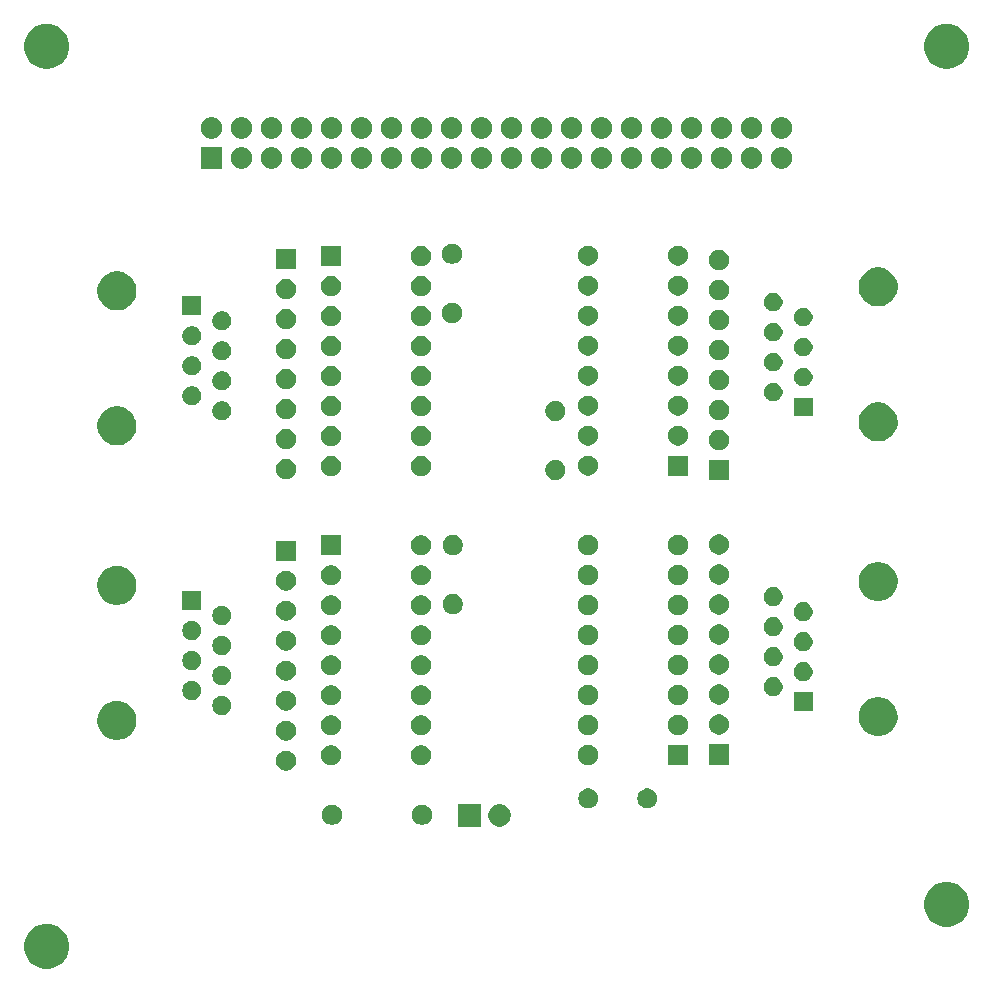
<source format=gbr>
G04 #@! TF.GenerationSoftware,KiCad,Pcbnew,(5.1.5)-3*
G04 #@! TF.CreationDate,2020-01-01T01:04:19-05:00*
G04 #@! TF.ProjectId,Diff_Expansion,44696666-5f45-4787-9061-6e73696f6e2e,v21*
G04 #@! TF.SameCoordinates,Original*
G04 #@! TF.FileFunction,Soldermask,Bot*
G04 #@! TF.FilePolarity,Negative*
%FSLAX46Y46*%
G04 Gerber Fmt 4.6, Leading zero omitted, Abs format (unit mm)*
G04 Created by KiCad (PCBNEW (5.1.5)-3) date 2020-01-01 01:04:19*
%MOMM*%
%LPD*%
G04 APERTURE LIST*
%ADD10C,0.100000*%
G04 APERTURE END LIST*
D10*
G36*
X73067263Y-139098444D02*
G01*
X73285501Y-139141854D01*
X73631461Y-139285156D01*
X73942817Y-139493197D01*
X74207603Y-139757983D01*
X74415644Y-140069339D01*
X74558946Y-140415299D01*
X74632000Y-140782568D01*
X74632000Y-141157032D01*
X74558946Y-141524301D01*
X74415644Y-141870261D01*
X74207603Y-142181617D01*
X73942817Y-142446403D01*
X73631461Y-142654444D01*
X73285501Y-142797746D01*
X72918233Y-142870800D01*
X72543767Y-142870800D01*
X72176499Y-142797746D01*
X71830539Y-142654444D01*
X71519183Y-142446403D01*
X71254397Y-142181617D01*
X71046356Y-141870261D01*
X70903054Y-141524301D01*
X70830000Y-141157032D01*
X70830000Y-140782568D01*
X70903054Y-140415299D01*
X71046356Y-140069339D01*
X71254397Y-139757983D01*
X71519183Y-139493197D01*
X71830539Y-139285156D01*
X72176499Y-139141854D01*
X72394737Y-139098444D01*
X72543767Y-139068800D01*
X72918233Y-139068800D01*
X73067263Y-139098444D01*
G37*
G36*
X149485501Y-135585854D02*
G01*
X149831461Y-135729156D01*
X150142817Y-135937197D01*
X150407603Y-136201983D01*
X150615644Y-136513339D01*
X150758946Y-136859299D01*
X150832000Y-137226568D01*
X150832000Y-137601032D01*
X150758946Y-137968301D01*
X150615644Y-138314261D01*
X150407603Y-138625617D01*
X150142817Y-138890403D01*
X149831461Y-139098444D01*
X149485501Y-139241746D01*
X149118233Y-139314800D01*
X148743767Y-139314800D01*
X148376499Y-139241746D01*
X148030539Y-139098444D01*
X147719183Y-138890403D01*
X147454397Y-138625617D01*
X147246356Y-138314261D01*
X147103054Y-137968301D01*
X147030000Y-137601032D01*
X147030000Y-137226568D01*
X147103054Y-136859299D01*
X147246356Y-136513339D01*
X147454397Y-136201983D01*
X147719183Y-135937197D01*
X148030539Y-135729156D01*
X148376499Y-135585854D01*
X148743767Y-135512800D01*
X149118233Y-135512800D01*
X149485501Y-135585854D01*
G37*
G36*
X109486000Y-130832800D02*
G01*
X107584000Y-130832800D01*
X107584000Y-128930800D01*
X109486000Y-128930800D01*
X109486000Y-130832800D01*
G37*
G36*
X111352395Y-128967346D02*
G01*
X111525466Y-129039034D01*
X111525467Y-129039035D01*
X111681227Y-129143110D01*
X111813690Y-129275573D01*
X111822875Y-129289320D01*
X111917766Y-129431334D01*
X111989454Y-129604405D01*
X112026000Y-129788133D01*
X112026000Y-129975467D01*
X111989454Y-130159195D01*
X111917766Y-130332266D01*
X111917765Y-130332267D01*
X111813690Y-130488027D01*
X111681227Y-130620490D01*
X111636920Y-130650095D01*
X111525466Y-130724566D01*
X111352395Y-130796254D01*
X111168667Y-130832800D01*
X110981333Y-130832800D01*
X110797605Y-130796254D01*
X110624534Y-130724566D01*
X110513080Y-130650095D01*
X110468773Y-130620490D01*
X110336310Y-130488027D01*
X110232235Y-130332267D01*
X110232234Y-130332266D01*
X110160546Y-130159195D01*
X110124000Y-129975467D01*
X110124000Y-129788133D01*
X110160546Y-129604405D01*
X110232234Y-129431334D01*
X110327125Y-129289320D01*
X110336310Y-129275573D01*
X110468773Y-129143110D01*
X110624533Y-129039035D01*
X110624534Y-129039034D01*
X110797605Y-128967346D01*
X110981333Y-128930800D01*
X111168667Y-128930800D01*
X111352395Y-128967346D01*
G37*
G36*
X104743228Y-129013503D02*
G01*
X104898100Y-129077653D01*
X105037481Y-129170785D01*
X105156015Y-129289319D01*
X105249147Y-129428700D01*
X105313297Y-129583572D01*
X105346000Y-129747984D01*
X105346000Y-129915616D01*
X105313297Y-130080028D01*
X105249147Y-130234900D01*
X105156015Y-130374281D01*
X105037481Y-130492815D01*
X104898100Y-130585947D01*
X104743228Y-130650097D01*
X104578816Y-130682800D01*
X104411184Y-130682800D01*
X104246772Y-130650097D01*
X104091900Y-130585947D01*
X103952519Y-130492815D01*
X103833985Y-130374281D01*
X103740853Y-130234900D01*
X103676703Y-130080028D01*
X103644000Y-129915616D01*
X103644000Y-129747984D01*
X103676703Y-129583572D01*
X103740853Y-129428700D01*
X103833985Y-129289319D01*
X103952519Y-129170785D01*
X104091900Y-129077653D01*
X104246772Y-129013503D01*
X104411184Y-128980800D01*
X104578816Y-128980800D01*
X104743228Y-129013503D01*
G37*
G36*
X97123228Y-129013503D02*
G01*
X97278100Y-129077653D01*
X97417481Y-129170785D01*
X97536015Y-129289319D01*
X97629147Y-129428700D01*
X97693297Y-129583572D01*
X97726000Y-129747984D01*
X97726000Y-129915616D01*
X97693297Y-130080028D01*
X97629147Y-130234900D01*
X97536015Y-130374281D01*
X97417481Y-130492815D01*
X97278100Y-130585947D01*
X97123228Y-130650097D01*
X96958816Y-130682800D01*
X96791184Y-130682800D01*
X96626772Y-130650097D01*
X96471900Y-130585947D01*
X96332519Y-130492815D01*
X96213985Y-130374281D01*
X96120853Y-130234900D01*
X96056703Y-130080028D01*
X96024000Y-129915616D01*
X96024000Y-129747984D01*
X96056703Y-129583572D01*
X96120853Y-129428700D01*
X96213985Y-129289319D01*
X96332519Y-129170785D01*
X96471900Y-129077653D01*
X96626772Y-129013503D01*
X96791184Y-128980800D01*
X96958816Y-128980800D01*
X97123228Y-129013503D01*
G37*
G36*
X118827228Y-127633503D02*
G01*
X118982100Y-127697653D01*
X119121481Y-127790785D01*
X119240015Y-127909319D01*
X119333147Y-128048700D01*
X119397297Y-128203572D01*
X119430000Y-128367984D01*
X119430000Y-128535616D01*
X119397297Y-128700028D01*
X119333147Y-128854900D01*
X119240015Y-128994281D01*
X119121481Y-129112815D01*
X118982100Y-129205947D01*
X118827228Y-129270097D01*
X118662816Y-129302800D01*
X118495184Y-129302800D01*
X118330772Y-129270097D01*
X118175900Y-129205947D01*
X118036519Y-129112815D01*
X117917985Y-128994281D01*
X117824853Y-128854900D01*
X117760703Y-128700028D01*
X117728000Y-128535616D01*
X117728000Y-128367984D01*
X117760703Y-128203572D01*
X117824853Y-128048700D01*
X117917985Y-127909319D01*
X118036519Y-127790785D01*
X118175900Y-127697653D01*
X118330772Y-127633503D01*
X118495184Y-127600800D01*
X118662816Y-127600800D01*
X118827228Y-127633503D01*
G37*
G36*
X123827228Y-127633503D02*
G01*
X123982100Y-127697653D01*
X124121481Y-127790785D01*
X124240015Y-127909319D01*
X124333147Y-128048700D01*
X124397297Y-128203572D01*
X124430000Y-128367984D01*
X124430000Y-128535616D01*
X124397297Y-128700028D01*
X124333147Y-128854900D01*
X124240015Y-128994281D01*
X124121481Y-129112815D01*
X123982100Y-129205947D01*
X123827228Y-129270097D01*
X123662816Y-129302800D01*
X123495184Y-129302800D01*
X123330772Y-129270097D01*
X123175900Y-129205947D01*
X123036519Y-129112815D01*
X122917985Y-128994281D01*
X122824853Y-128854900D01*
X122760703Y-128700028D01*
X122728000Y-128535616D01*
X122728000Y-128367984D01*
X122760703Y-128203572D01*
X122824853Y-128048700D01*
X122917985Y-127909319D01*
X123036519Y-127790785D01*
X123175900Y-127697653D01*
X123330772Y-127633503D01*
X123495184Y-127600800D01*
X123662816Y-127600800D01*
X123827228Y-127633503D01*
G37*
G36*
X93237228Y-124433503D02*
G01*
X93392100Y-124497653D01*
X93531481Y-124590785D01*
X93650015Y-124709319D01*
X93743147Y-124848700D01*
X93807297Y-125003572D01*
X93840000Y-125167984D01*
X93840000Y-125335616D01*
X93807297Y-125500028D01*
X93743147Y-125654900D01*
X93650015Y-125794281D01*
X93531481Y-125912815D01*
X93392100Y-126005947D01*
X93237228Y-126070097D01*
X93072816Y-126102800D01*
X92905184Y-126102800D01*
X92740772Y-126070097D01*
X92585900Y-126005947D01*
X92446519Y-125912815D01*
X92327985Y-125794281D01*
X92234853Y-125654900D01*
X92170703Y-125500028D01*
X92138000Y-125335616D01*
X92138000Y-125167984D01*
X92170703Y-125003572D01*
X92234853Y-124848700D01*
X92327985Y-124709319D01*
X92446519Y-124590785D01*
X92585900Y-124497653D01*
X92740772Y-124433503D01*
X92905184Y-124400800D01*
X93072816Y-124400800D01*
X93237228Y-124433503D01*
G37*
G36*
X97057228Y-123973503D02*
G01*
X97212100Y-124037653D01*
X97351481Y-124130785D01*
X97470015Y-124249319D01*
X97563147Y-124388700D01*
X97627297Y-124543572D01*
X97660000Y-124707984D01*
X97660000Y-124875616D01*
X97627297Y-125040028D01*
X97563147Y-125194900D01*
X97470015Y-125334281D01*
X97351481Y-125452815D01*
X97212100Y-125545947D01*
X97057228Y-125610097D01*
X96892816Y-125642800D01*
X96725184Y-125642800D01*
X96560772Y-125610097D01*
X96405900Y-125545947D01*
X96266519Y-125452815D01*
X96147985Y-125334281D01*
X96054853Y-125194900D01*
X95990703Y-125040028D01*
X95958000Y-124875616D01*
X95958000Y-124707984D01*
X95990703Y-124543572D01*
X96054853Y-124388700D01*
X96147985Y-124249319D01*
X96266519Y-124130785D01*
X96405900Y-124037653D01*
X96560772Y-123973503D01*
X96725184Y-123940800D01*
X96892816Y-123940800D01*
X97057228Y-123973503D01*
G37*
G36*
X104677228Y-123973503D02*
G01*
X104832100Y-124037653D01*
X104971481Y-124130785D01*
X105090015Y-124249319D01*
X105183147Y-124388700D01*
X105247297Y-124543572D01*
X105280000Y-124707984D01*
X105280000Y-124875616D01*
X105247297Y-125040028D01*
X105183147Y-125194900D01*
X105090015Y-125334281D01*
X104971481Y-125452815D01*
X104832100Y-125545947D01*
X104677228Y-125610097D01*
X104512816Y-125642800D01*
X104345184Y-125642800D01*
X104180772Y-125610097D01*
X104025900Y-125545947D01*
X103886519Y-125452815D01*
X103767985Y-125334281D01*
X103674853Y-125194900D01*
X103610703Y-125040028D01*
X103578000Y-124875616D01*
X103578000Y-124707984D01*
X103610703Y-124543572D01*
X103674853Y-124388700D01*
X103767985Y-124249319D01*
X103886519Y-124130785D01*
X104025900Y-124037653D01*
X104180772Y-123973503D01*
X104345184Y-123940800D01*
X104512816Y-123940800D01*
X104677228Y-123973503D01*
G37*
G36*
X118807228Y-123943503D02*
G01*
X118962100Y-124007653D01*
X119101481Y-124100785D01*
X119220015Y-124219319D01*
X119313147Y-124358700D01*
X119377297Y-124513572D01*
X119410000Y-124677984D01*
X119410000Y-124845616D01*
X119377297Y-125010028D01*
X119313147Y-125164900D01*
X119220015Y-125304281D01*
X119101481Y-125422815D01*
X118962100Y-125515947D01*
X118807228Y-125580097D01*
X118642816Y-125612800D01*
X118475184Y-125612800D01*
X118310772Y-125580097D01*
X118155900Y-125515947D01*
X118016519Y-125422815D01*
X117897985Y-125304281D01*
X117804853Y-125164900D01*
X117740703Y-125010028D01*
X117708000Y-124845616D01*
X117708000Y-124677984D01*
X117740703Y-124513572D01*
X117804853Y-124358700D01*
X117897985Y-124219319D01*
X118016519Y-124100785D01*
X118155900Y-124007653D01*
X118310772Y-123943503D01*
X118475184Y-123910800D01*
X118642816Y-123910800D01*
X118807228Y-123943503D01*
G37*
G36*
X127030000Y-125612800D02*
G01*
X125328000Y-125612800D01*
X125328000Y-123910800D01*
X127030000Y-123910800D01*
X127030000Y-125612800D01*
G37*
G36*
X130490000Y-125582800D02*
G01*
X128788000Y-125582800D01*
X128788000Y-123880800D01*
X130490000Y-123880800D01*
X130490000Y-125582800D01*
G37*
G36*
X93237228Y-121893503D02*
G01*
X93392100Y-121957653D01*
X93531481Y-122050785D01*
X93650015Y-122169319D01*
X93743147Y-122308700D01*
X93807297Y-122463572D01*
X93840000Y-122627984D01*
X93840000Y-122795616D01*
X93807297Y-122960028D01*
X93743147Y-123114900D01*
X93650015Y-123254281D01*
X93531481Y-123372815D01*
X93392100Y-123465947D01*
X93237228Y-123530097D01*
X93072816Y-123562800D01*
X92905184Y-123562800D01*
X92740772Y-123530097D01*
X92585900Y-123465947D01*
X92446519Y-123372815D01*
X92327985Y-123254281D01*
X92234853Y-123114900D01*
X92170703Y-122960028D01*
X92138000Y-122795616D01*
X92138000Y-122627984D01*
X92170703Y-122463572D01*
X92234853Y-122308700D01*
X92327985Y-122169319D01*
X92446519Y-122050785D01*
X92585900Y-121957653D01*
X92740772Y-121893503D01*
X92905184Y-121860800D01*
X93072816Y-121860800D01*
X93237228Y-121893503D01*
G37*
G36*
X78974788Y-120224280D02*
G01*
X79150579Y-120259247D01*
X79451042Y-120383703D01*
X79721451Y-120564385D01*
X79951415Y-120794349D01*
X80132097Y-121064758D01*
X80256553Y-121365221D01*
X80270960Y-121437652D01*
X80301421Y-121590785D01*
X80320000Y-121684191D01*
X80320000Y-122009409D01*
X80256553Y-122328379D01*
X80185453Y-122500029D01*
X80132453Y-122627984D01*
X80132097Y-122628842D01*
X79951415Y-122899251D01*
X79721451Y-123129215D01*
X79451042Y-123309897D01*
X79150579Y-123434353D01*
X79044256Y-123455502D01*
X78831611Y-123497800D01*
X78506389Y-123497800D01*
X78293744Y-123455502D01*
X78187421Y-123434353D01*
X77886958Y-123309897D01*
X77616549Y-123129215D01*
X77386585Y-122899251D01*
X77205903Y-122628842D01*
X77205548Y-122627984D01*
X77152547Y-122500029D01*
X77081447Y-122328379D01*
X77018000Y-122009409D01*
X77018000Y-121684191D01*
X77036580Y-121590785D01*
X77067040Y-121437652D01*
X77081447Y-121365221D01*
X77205903Y-121064758D01*
X77386585Y-120794349D01*
X77616549Y-120564385D01*
X77886958Y-120383703D01*
X78187421Y-120259247D01*
X78363212Y-120224280D01*
X78506389Y-120195800D01*
X78831611Y-120195800D01*
X78974788Y-120224280D01*
G37*
G36*
X143494256Y-119913098D02*
G01*
X143600579Y-119934247D01*
X143901042Y-120058703D01*
X144171451Y-120239385D01*
X144401415Y-120469349D01*
X144582097Y-120739758D01*
X144659220Y-120925948D01*
X144706553Y-121040222D01*
X144755569Y-121286638D01*
X144770000Y-121359191D01*
X144770000Y-121684409D01*
X144706553Y-122003379D01*
X144582097Y-122303842D01*
X144401415Y-122574251D01*
X144171451Y-122804215D01*
X143901042Y-122984897D01*
X143901041Y-122984898D01*
X143901040Y-122984898D01*
X143840209Y-123010095D01*
X143600579Y-123109353D01*
X143572707Y-123114897D01*
X143281611Y-123172800D01*
X142956389Y-123172800D01*
X142665293Y-123114897D01*
X142637421Y-123109353D01*
X142397791Y-123010095D01*
X142336960Y-122984898D01*
X142336959Y-122984898D01*
X142336958Y-122984897D01*
X142066549Y-122804215D01*
X141836585Y-122574251D01*
X141655903Y-122303842D01*
X141531447Y-122003379D01*
X141468000Y-121684409D01*
X141468000Y-121359191D01*
X141482432Y-121286638D01*
X141531447Y-121040222D01*
X141578781Y-120925948D01*
X141655903Y-120739758D01*
X141836585Y-120469349D01*
X142066549Y-120239385D01*
X142336958Y-120058703D01*
X142637421Y-119934247D01*
X142743744Y-119913098D01*
X142956389Y-119870800D01*
X143281611Y-119870800D01*
X143494256Y-119913098D01*
G37*
G36*
X97057228Y-121433503D02*
G01*
X97212100Y-121497653D01*
X97351481Y-121590785D01*
X97470015Y-121709319D01*
X97563147Y-121848700D01*
X97627297Y-122003572D01*
X97660000Y-122167984D01*
X97660000Y-122335616D01*
X97627297Y-122500028D01*
X97563147Y-122654900D01*
X97470015Y-122794281D01*
X97351481Y-122912815D01*
X97212100Y-123005947D01*
X97057228Y-123070097D01*
X96892816Y-123102800D01*
X96725184Y-123102800D01*
X96560772Y-123070097D01*
X96405900Y-123005947D01*
X96266519Y-122912815D01*
X96147985Y-122794281D01*
X96054853Y-122654900D01*
X95990703Y-122500028D01*
X95958000Y-122335616D01*
X95958000Y-122167984D01*
X95990703Y-122003572D01*
X96054853Y-121848700D01*
X96147985Y-121709319D01*
X96266519Y-121590785D01*
X96405900Y-121497653D01*
X96560772Y-121433503D01*
X96725184Y-121400800D01*
X96892816Y-121400800D01*
X97057228Y-121433503D01*
G37*
G36*
X104677228Y-121433503D02*
G01*
X104832100Y-121497653D01*
X104971481Y-121590785D01*
X105090015Y-121709319D01*
X105183147Y-121848700D01*
X105247297Y-122003572D01*
X105280000Y-122167984D01*
X105280000Y-122335616D01*
X105247297Y-122500028D01*
X105183147Y-122654900D01*
X105090015Y-122794281D01*
X104971481Y-122912815D01*
X104832100Y-123005947D01*
X104677228Y-123070097D01*
X104512816Y-123102800D01*
X104345184Y-123102800D01*
X104180772Y-123070097D01*
X104025900Y-123005947D01*
X103886519Y-122912815D01*
X103767985Y-122794281D01*
X103674853Y-122654900D01*
X103610703Y-122500028D01*
X103578000Y-122335616D01*
X103578000Y-122167984D01*
X103610703Y-122003572D01*
X103674853Y-121848700D01*
X103767985Y-121709319D01*
X103886519Y-121590785D01*
X104025900Y-121497653D01*
X104180772Y-121433503D01*
X104345184Y-121400800D01*
X104512816Y-121400800D01*
X104677228Y-121433503D01*
G37*
G36*
X118807228Y-121403503D02*
G01*
X118962100Y-121467653D01*
X119101481Y-121560785D01*
X119220015Y-121679319D01*
X119313147Y-121818700D01*
X119377297Y-121973572D01*
X119410000Y-122137984D01*
X119410000Y-122305616D01*
X119377297Y-122470028D01*
X119313147Y-122624900D01*
X119220015Y-122764281D01*
X119101481Y-122882815D01*
X118962100Y-122975947D01*
X118807228Y-123040097D01*
X118642816Y-123072800D01*
X118475184Y-123072800D01*
X118310772Y-123040097D01*
X118155900Y-122975947D01*
X118016519Y-122882815D01*
X117897985Y-122764281D01*
X117804853Y-122624900D01*
X117740703Y-122470028D01*
X117708000Y-122305616D01*
X117708000Y-122137984D01*
X117740703Y-121973572D01*
X117804853Y-121818700D01*
X117897985Y-121679319D01*
X118016519Y-121560785D01*
X118155900Y-121467653D01*
X118310772Y-121403503D01*
X118475184Y-121370800D01*
X118642816Y-121370800D01*
X118807228Y-121403503D01*
G37*
G36*
X126427228Y-121403503D02*
G01*
X126582100Y-121467653D01*
X126721481Y-121560785D01*
X126840015Y-121679319D01*
X126933147Y-121818700D01*
X126997297Y-121973572D01*
X127030000Y-122137984D01*
X127030000Y-122305616D01*
X126997297Y-122470028D01*
X126933147Y-122624900D01*
X126840015Y-122764281D01*
X126721481Y-122882815D01*
X126582100Y-122975947D01*
X126427228Y-123040097D01*
X126262816Y-123072800D01*
X126095184Y-123072800D01*
X125930772Y-123040097D01*
X125775900Y-122975947D01*
X125636519Y-122882815D01*
X125517985Y-122764281D01*
X125424853Y-122624900D01*
X125360703Y-122470028D01*
X125328000Y-122305616D01*
X125328000Y-122137984D01*
X125360703Y-121973572D01*
X125424853Y-121818700D01*
X125517985Y-121679319D01*
X125636519Y-121560785D01*
X125775900Y-121467653D01*
X125930772Y-121403503D01*
X126095184Y-121370800D01*
X126262816Y-121370800D01*
X126427228Y-121403503D01*
G37*
G36*
X129887228Y-121373503D02*
G01*
X130042100Y-121437653D01*
X130181481Y-121530785D01*
X130300015Y-121649319D01*
X130393147Y-121788700D01*
X130457297Y-121943572D01*
X130490000Y-122107984D01*
X130490000Y-122275616D01*
X130457297Y-122440028D01*
X130393147Y-122594900D01*
X130300015Y-122734281D01*
X130181481Y-122852815D01*
X130042100Y-122945947D01*
X129887228Y-123010097D01*
X129722816Y-123042800D01*
X129555184Y-123042800D01*
X129390772Y-123010097D01*
X129235900Y-122945947D01*
X129096519Y-122852815D01*
X128977985Y-122734281D01*
X128884853Y-122594900D01*
X128820703Y-122440028D01*
X128788000Y-122275616D01*
X128788000Y-122107984D01*
X128820703Y-121943572D01*
X128884853Y-121788700D01*
X128977985Y-121649319D01*
X129096519Y-121530785D01*
X129235900Y-121437653D01*
X129390772Y-121373503D01*
X129555184Y-121340800D01*
X129722816Y-121340800D01*
X129887228Y-121373503D01*
G37*
G36*
X87792642Y-119806581D02*
G01*
X87938414Y-119866962D01*
X87938416Y-119866963D01*
X88069608Y-119954622D01*
X88181178Y-120066192D01*
X88268837Y-120197384D01*
X88268838Y-120197386D01*
X88329219Y-120343158D01*
X88360000Y-120497907D01*
X88360000Y-120655693D01*
X88329219Y-120810442D01*
X88268838Y-120956214D01*
X88268837Y-120956216D01*
X88181178Y-121087408D01*
X88069608Y-121198978D01*
X87938416Y-121286637D01*
X87938415Y-121286638D01*
X87938414Y-121286638D01*
X87792642Y-121347019D01*
X87637893Y-121377800D01*
X87480107Y-121377800D01*
X87325358Y-121347019D01*
X87179586Y-121286638D01*
X87179585Y-121286638D01*
X87179584Y-121286637D01*
X87048392Y-121198978D01*
X86936822Y-121087408D01*
X86849163Y-120956216D01*
X86849162Y-120956214D01*
X86788781Y-120810442D01*
X86758000Y-120655693D01*
X86758000Y-120497907D01*
X86788781Y-120343158D01*
X86849162Y-120197386D01*
X86849163Y-120197384D01*
X86936822Y-120066192D01*
X87048392Y-119954622D01*
X87179584Y-119866963D01*
X87179586Y-119866962D01*
X87325358Y-119806581D01*
X87480107Y-119775800D01*
X87637893Y-119775800D01*
X87792642Y-119806581D01*
G37*
G36*
X137570000Y-121052800D02*
G01*
X135968000Y-121052800D01*
X135968000Y-119450800D01*
X137570000Y-119450800D01*
X137570000Y-121052800D01*
G37*
G36*
X93237228Y-119353503D02*
G01*
X93392100Y-119417653D01*
X93531481Y-119510785D01*
X93650015Y-119629319D01*
X93743147Y-119768700D01*
X93807297Y-119923572D01*
X93840000Y-120087984D01*
X93840000Y-120255616D01*
X93807297Y-120420028D01*
X93743147Y-120574900D01*
X93650015Y-120714281D01*
X93531481Y-120832815D01*
X93392100Y-120925947D01*
X93237228Y-120990097D01*
X93072816Y-121022800D01*
X92905184Y-121022800D01*
X92740772Y-120990097D01*
X92585900Y-120925947D01*
X92446519Y-120832815D01*
X92327985Y-120714281D01*
X92234853Y-120574900D01*
X92170703Y-120420028D01*
X92138000Y-120255616D01*
X92138000Y-120087984D01*
X92170703Y-119923572D01*
X92234853Y-119768700D01*
X92327985Y-119629319D01*
X92446519Y-119510785D01*
X92585900Y-119417653D01*
X92740772Y-119353503D01*
X92905184Y-119320800D01*
X93072816Y-119320800D01*
X93237228Y-119353503D01*
G37*
G36*
X104677228Y-118893503D02*
G01*
X104832100Y-118957653D01*
X104971481Y-119050785D01*
X105090015Y-119169319D01*
X105183147Y-119308700D01*
X105247297Y-119463572D01*
X105280000Y-119627984D01*
X105280000Y-119795616D01*
X105247297Y-119960028D01*
X105183147Y-120114900D01*
X105090015Y-120254281D01*
X104971481Y-120372815D01*
X104832100Y-120465947D01*
X104677228Y-120530097D01*
X104512816Y-120562800D01*
X104345184Y-120562800D01*
X104180772Y-120530097D01*
X104025900Y-120465947D01*
X103886519Y-120372815D01*
X103767985Y-120254281D01*
X103674853Y-120114900D01*
X103610703Y-119960028D01*
X103578000Y-119795616D01*
X103578000Y-119627984D01*
X103610703Y-119463572D01*
X103674853Y-119308700D01*
X103767985Y-119169319D01*
X103886519Y-119050785D01*
X104025900Y-118957653D01*
X104180772Y-118893503D01*
X104345184Y-118860800D01*
X104512816Y-118860800D01*
X104677228Y-118893503D01*
G37*
G36*
X97057228Y-118893503D02*
G01*
X97212100Y-118957653D01*
X97351481Y-119050785D01*
X97470015Y-119169319D01*
X97563147Y-119308700D01*
X97627297Y-119463572D01*
X97660000Y-119627984D01*
X97660000Y-119795616D01*
X97627297Y-119960028D01*
X97563147Y-120114900D01*
X97470015Y-120254281D01*
X97351481Y-120372815D01*
X97212100Y-120465947D01*
X97057228Y-120530097D01*
X96892816Y-120562800D01*
X96725184Y-120562800D01*
X96560772Y-120530097D01*
X96405900Y-120465947D01*
X96266519Y-120372815D01*
X96147985Y-120254281D01*
X96054853Y-120114900D01*
X95990703Y-119960028D01*
X95958000Y-119795616D01*
X95958000Y-119627984D01*
X95990703Y-119463572D01*
X96054853Y-119308700D01*
X96147985Y-119169319D01*
X96266519Y-119050785D01*
X96405900Y-118957653D01*
X96560772Y-118893503D01*
X96725184Y-118860800D01*
X96892816Y-118860800D01*
X97057228Y-118893503D01*
G37*
G36*
X126427228Y-118863503D02*
G01*
X126582100Y-118927653D01*
X126721481Y-119020785D01*
X126840015Y-119139319D01*
X126933147Y-119278700D01*
X126997297Y-119433572D01*
X127030000Y-119597984D01*
X127030000Y-119765616D01*
X126997297Y-119930028D01*
X126933147Y-120084900D01*
X126840015Y-120224281D01*
X126721481Y-120342815D01*
X126582100Y-120435947D01*
X126427228Y-120500097D01*
X126262816Y-120532800D01*
X126095184Y-120532800D01*
X125930772Y-120500097D01*
X125775900Y-120435947D01*
X125636519Y-120342815D01*
X125517985Y-120224281D01*
X125424853Y-120084900D01*
X125360703Y-119930028D01*
X125328000Y-119765616D01*
X125328000Y-119597984D01*
X125360703Y-119433572D01*
X125424853Y-119278700D01*
X125517985Y-119139319D01*
X125636519Y-119020785D01*
X125775900Y-118927653D01*
X125930772Y-118863503D01*
X126095184Y-118830800D01*
X126262816Y-118830800D01*
X126427228Y-118863503D01*
G37*
G36*
X118807228Y-118863503D02*
G01*
X118962100Y-118927653D01*
X119101481Y-119020785D01*
X119220015Y-119139319D01*
X119313147Y-119278700D01*
X119377297Y-119433572D01*
X119410000Y-119597984D01*
X119410000Y-119765616D01*
X119377297Y-119930028D01*
X119313147Y-120084900D01*
X119220015Y-120224281D01*
X119101481Y-120342815D01*
X118962100Y-120435947D01*
X118807228Y-120500097D01*
X118642816Y-120532800D01*
X118475184Y-120532800D01*
X118310772Y-120500097D01*
X118155900Y-120435947D01*
X118016519Y-120342815D01*
X117897985Y-120224281D01*
X117804853Y-120084900D01*
X117740703Y-119930028D01*
X117708000Y-119765616D01*
X117708000Y-119597984D01*
X117740703Y-119433572D01*
X117804853Y-119278700D01*
X117897985Y-119139319D01*
X118016519Y-119020785D01*
X118155900Y-118927653D01*
X118310772Y-118863503D01*
X118475184Y-118830800D01*
X118642816Y-118830800D01*
X118807228Y-118863503D01*
G37*
G36*
X129887228Y-118833503D02*
G01*
X130042100Y-118897653D01*
X130181481Y-118990785D01*
X130300015Y-119109319D01*
X130393147Y-119248700D01*
X130457297Y-119403572D01*
X130490000Y-119567984D01*
X130490000Y-119735616D01*
X130457297Y-119900028D01*
X130393147Y-120054900D01*
X130300015Y-120194281D01*
X130181481Y-120312815D01*
X130042100Y-120405947D01*
X129887228Y-120470097D01*
X129722816Y-120502800D01*
X129555184Y-120502800D01*
X129390772Y-120470097D01*
X129235900Y-120405947D01*
X129096519Y-120312815D01*
X128977985Y-120194281D01*
X128884853Y-120054900D01*
X128820703Y-119900028D01*
X128788000Y-119735616D01*
X128788000Y-119567984D01*
X128820703Y-119403572D01*
X128884853Y-119248700D01*
X128977985Y-119109319D01*
X129096519Y-118990785D01*
X129235900Y-118897653D01*
X129390772Y-118833503D01*
X129555184Y-118800800D01*
X129722816Y-118800800D01*
X129887228Y-118833503D01*
G37*
G36*
X85252642Y-118536581D02*
G01*
X85398414Y-118596962D01*
X85398416Y-118596963D01*
X85529608Y-118684622D01*
X85641178Y-118796192D01*
X85728837Y-118927384D01*
X85728838Y-118927386D01*
X85789219Y-119073158D01*
X85820000Y-119227907D01*
X85820000Y-119385693D01*
X85789219Y-119540442D01*
X85752404Y-119629320D01*
X85728837Y-119686216D01*
X85641178Y-119817408D01*
X85529608Y-119928978D01*
X85398416Y-120016637D01*
X85398415Y-120016638D01*
X85398414Y-120016638D01*
X85252642Y-120077019D01*
X85097893Y-120107800D01*
X84940107Y-120107800D01*
X84785358Y-120077019D01*
X84639586Y-120016638D01*
X84639585Y-120016638D01*
X84639584Y-120016637D01*
X84508392Y-119928978D01*
X84396822Y-119817408D01*
X84309163Y-119686216D01*
X84285596Y-119629320D01*
X84248781Y-119540442D01*
X84218000Y-119385693D01*
X84218000Y-119227907D01*
X84248781Y-119073158D01*
X84309162Y-118927386D01*
X84309163Y-118927384D01*
X84396822Y-118796192D01*
X84508392Y-118684622D01*
X84639584Y-118596963D01*
X84639586Y-118596962D01*
X84785358Y-118536581D01*
X84940107Y-118505800D01*
X85097893Y-118505800D01*
X85252642Y-118536581D01*
G37*
G36*
X134462642Y-118211581D02*
G01*
X134608414Y-118271962D01*
X134608416Y-118271963D01*
X134739608Y-118359622D01*
X134851178Y-118471192D01*
X134938837Y-118602384D01*
X134938838Y-118602386D01*
X134999219Y-118748158D01*
X135030000Y-118902907D01*
X135030000Y-119060693D01*
X134999219Y-119215442D01*
X134973015Y-119278703D01*
X134938837Y-119361216D01*
X134851178Y-119492408D01*
X134739608Y-119603978D01*
X134608416Y-119691637D01*
X134608415Y-119691638D01*
X134608414Y-119691638D01*
X134462642Y-119752019D01*
X134307893Y-119782800D01*
X134150107Y-119782800D01*
X133995358Y-119752019D01*
X133849586Y-119691638D01*
X133849585Y-119691638D01*
X133849584Y-119691637D01*
X133718392Y-119603978D01*
X133606822Y-119492408D01*
X133519163Y-119361216D01*
X133484985Y-119278703D01*
X133458781Y-119215442D01*
X133428000Y-119060693D01*
X133428000Y-118902907D01*
X133458781Y-118748158D01*
X133519162Y-118602386D01*
X133519163Y-118602384D01*
X133606822Y-118471192D01*
X133718392Y-118359622D01*
X133849584Y-118271963D01*
X133849586Y-118271962D01*
X133995358Y-118211581D01*
X134150107Y-118180800D01*
X134307893Y-118180800D01*
X134462642Y-118211581D01*
G37*
G36*
X87792642Y-117266581D02*
G01*
X87938414Y-117326962D01*
X87938416Y-117326963D01*
X88069608Y-117414622D01*
X88181178Y-117526192D01*
X88268837Y-117657384D01*
X88268838Y-117657386D01*
X88329219Y-117803158D01*
X88360000Y-117957907D01*
X88360000Y-118115693D01*
X88329219Y-118270442D01*
X88268838Y-118416214D01*
X88268837Y-118416216D01*
X88181178Y-118547408D01*
X88069608Y-118658978D01*
X87938416Y-118746637D01*
X87938415Y-118746638D01*
X87938414Y-118746638D01*
X87792642Y-118807019D01*
X87637893Y-118837800D01*
X87480107Y-118837800D01*
X87325358Y-118807019D01*
X87179586Y-118746638D01*
X87179585Y-118746638D01*
X87179584Y-118746637D01*
X87048392Y-118658978D01*
X86936822Y-118547408D01*
X86849163Y-118416216D01*
X86849162Y-118416214D01*
X86788781Y-118270442D01*
X86758000Y-118115693D01*
X86758000Y-117957907D01*
X86788781Y-117803158D01*
X86849162Y-117657386D01*
X86849163Y-117657384D01*
X86936822Y-117526192D01*
X87048392Y-117414622D01*
X87179584Y-117326963D01*
X87179586Y-117326962D01*
X87325358Y-117266581D01*
X87480107Y-117235800D01*
X87637893Y-117235800D01*
X87792642Y-117266581D01*
G37*
G36*
X137002642Y-116941581D02*
G01*
X137148414Y-117001962D01*
X137148416Y-117001963D01*
X137279608Y-117089622D01*
X137391178Y-117201192D01*
X137478837Y-117332384D01*
X137478838Y-117332386D01*
X137539219Y-117478158D01*
X137570000Y-117632907D01*
X137570000Y-117790693D01*
X137539219Y-117945442D01*
X137507176Y-118022800D01*
X137478837Y-118091216D01*
X137391178Y-118222408D01*
X137279608Y-118333978D01*
X137148416Y-118421637D01*
X137148415Y-118421638D01*
X137148414Y-118421638D01*
X137002642Y-118482019D01*
X136847893Y-118512800D01*
X136690107Y-118512800D01*
X136535358Y-118482019D01*
X136389586Y-118421638D01*
X136389585Y-118421638D01*
X136389584Y-118421637D01*
X136258392Y-118333978D01*
X136146822Y-118222408D01*
X136059163Y-118091216D01*
X136030824Y-118022800D01*
X135998781Y-117945442D01*
X135968000Y-117790693D01*
X135968000Y-117632907D01*
X135998781Y-117478158D01*
X136059162Y-117332386D01*
X136059163Y-117332384D01*
X136146822Y-117201192D01*
X136258392Y-117089622D01*
X136389584Y-117001963D01*
X136389586Y-117001962D01*
X136535358Y-116941581D01*
X136690107Y-116910800D01*
X136847893Y-116910800D01*
X137002642Y-116941581D01*
G37*
G36*
X93237228Y-116813503D02*
G01*
X93392100Y-116877653D01*
X93531481Y-116970785D01*
X93650015Y-117089319D01*
X93743147Y-117228700D01*
X93807297Y-117383572D01*
X93840000Y-117547984D01*
X93840000Y-117715616D01*
X93807297Y-117880028D01*
X93743147Y-118034900D01*
X93650015Y-118174281D01*
X93531481Y-118292815D01*
X93392100Y-118385947D01*
X93237228Y-118450097D01*
X93072816Y-118482800D01*
X92905184Y-118482800D01*
X92740772Y-118450097D01*
X92585900Y-118385947D01*
X92446519Y-118292815D01*
X92327985Y-118174281D01*
X92234853Y-118034900D01*
X92170703Y-117880028D01*
X92138000Y-117715616D01*
X92138000Y-117547984D01*
X92170703Y-117383572D01*
X92234853Y-117228700D01*
X92327985Y-117089319D01*
X92446519Y-116970785D01*
X92585900Y-116877653D01*
X92740772Y-116813503D01*
X92905184Y-116780800D01*
X93072816Y-116780800D01*
X93237228Y-116813503D01*
G37*
G36*
X104677228Y-116353503D02*
G01*
X104832100Y-116417653D01*
X104971481Y-116510785D01*
X105090015Y-116629319D01*
X105183147Y-116768700D01*
X105247297Y-116923572D01*
X105280000Y-117087984D01*
X105280000Y-117255616D01*
X105247297Y-117420028D01*
X105183147Y-117574900D01*
X105090015Y-117714281D01*
X104971481Y-117832815D01*
X104832100Y-117925947D01*
X104677228Y-117990097D01*
X104512816Y-118022800D01*
X104345184Y-118022800D01*
X104180772Y-117990097D01*
X104025900Y-117925947D01*
X103886519Y-117832815D01*
X103767985Y-117714281D01*
X103674853Y-117574900D01*
X103610703Y-117420028D01*
X103578000Y-117255616D01*
X103578000Y-117087984D01*
X103610703Y-116923572D01*
X103674853Y-116768700D01*
X103767985Y-116629319D01*
X103886519Y-116510785D01*
X104025900Y-116417653D01*
X104180772Y-116353503D01*
X104345184Y-116320800D01*
X104512816Y-116320800D01*
X104677228Y-116353503D01*
G37*
G36*
X97057228Y-116353503D02*
G01*
X97212100Y-116417653D01*
X97351481Y-116510785D01*
X97470015Y-116629319D01*
X97563147Y-116768700D01*
X97627297Y-116923572D01*
X97660000Y-117087984D01*
X97660000Y-117255616D01*
X97627297Y-117420028D01*
X97563147Y-117574900D01*
X97470015Y-117714281D01*
X97351481Y-117832815D01*
X97212100Y-117925947D01*
X97057228Y-117990097D01*
X96892816Y-118022800D01*
X96725184Y-118022800D01*
X96560772Y-117990097D01*
X96405900Y-117925947D01*
X96266519Y-117832815D01*
X96147985Y-117714281D01*
X96054853Y-117574900D01*
X95990703Y-117420028D01*
X95958000Y-117255616D01*
X95958000Y-117087984D01*
X95990703Y-116923572D01*
X96054853Y-116768700D01*
X96147985Y-116629319D01*
X96266519Y-116510785D01*
X96405900Y-116417653D01*
X96560772Y-116353503D01*
X96725184Y-116320800D01*
X96892816Y-116320800D01*
X97057228Y-116353503D01*
G37*
G36*
X118807228Y-116323503D02*
G01*
X118962100Y-116387653D01*
X119101481Y-116480785D01*
X119220015Y-116599319D01*
X119313147Y-116738700D01*
X119377297Y-116893572D01*
X119410000Y-117057984D01*
X119410000Y-117225616D01*
X119377297Y-117390028D01*
X119313147Y-117544900D01*
X119220015Y-117684281D01*
X119101481Y-117802815D01*
X118962100Y-117895947D01*
X118807228Y-117960097D01*
X118642816Y-117992800D01*
X118475184Y-117992800D01*
X118310772Y-117960097D01*
X118155900Y-117895947D01*
X118016519Y-117802815D01*
X117897985Y-117684281D01*
X117804853Y-117544900D01*
X117740703Y-117390028D01*
X117708000Y-117225616D01*
X117708000Y-117057984D01*
X117740703Y-116893572D01*
X117804853Y-116738700D01*
X117897985Y-116599319D01*
X118016519Y-116480785D01*
X118155900Y-116387653D01*
X118310772Y-116323503D01*
X118475184Y-116290800D01*
X118642816Y-116290800D01*
X118807228Y-116323503D01*
G37*
G36*
X126427228Y-116323503D02*
G01*
X126582100Y-116387653D01*
X126721481Y-116480785D01*
X126840015Y-116599319D01*
X126933147Y-116738700D01*
X126997297Y-116893572D01*
X127030000Y-117057984D01*
X127030000Y-117225616D01*
X126997297Y-117390028D01*
X126933147Y-117544900D01*
X126840015Y-117684281D01*
X126721481Y-117802815D01*
X126582100Y-117895947D01*
X126427228Y-117960097D01*
X126262816Y-117992800D01*
X126095184Y-117992800D01*
X125930772Y-117960097D01*
X125775900Y-117895947D01*
X125636519Y-117802815D01*
X125517985Y-117684281D01*
X125424853Y-117544900D01*
X125360703Y-117390028D01*
X125328000Y-117225616D01*
X125328000Y-117057984D01*
X125360703Y-116893572D01*
X125424853Y-116738700D01*
X125517985Y-116599319D01*
X125636519Y-116480785D01*
X125775900Y-116387653D01*
X125930772Y-116323503D01*
X126095184Y-116290800D01*
X126262816Y-116290800D01*
X126427228Y-116323503D01*
G37*
G36*
X129887228Y-116293503D02*
G01*
X130042100Y-116357653D01*
X130181481Y-116450785D01*
X130300015Y-116569319D01*
X130393147Y-116708700D01*
X130457297Y-116863572D01*
X130490000Y-117027984D01*
X130490000Y-117195616D01*
X130457297Y-117360028D01*
X130393147Y-117514900D01*
X130300015Y-117654281D01*
X130181481Y-117772815D01*
X130042100Y-117865947D01*
X129887228Y-117930097D01*
X129722816Y-117962800D01*
X129555184Y-117962800D01*
X129390772Y-117930097D01*
X129235900Y-117865947D01*
X129096519Y-117772815D01*
X128977985Y-117654281D01*
X128884853Y-117514900D01*
X128820703Y-117360028D01*
X128788000Y-117195616D01*
X128788000Y-117027984D01*
X128820703Y-116863572D01*
X128884853Y-116708700D01*
X128977985Y-116569319D01*
X129096519Y-116450785D01*
X129235900Y-116357653D01*
X129390772Y-116293503D01*
X129555184Y-116260800D01*
X129722816Y-116260800D01*
X129887228Y-116293503D01*
G37*
G36*
X85252642Y-115996581D02*
G01*
X85398414Y-116056962D01*
X85398416Y-116056963D01*
X85529608Y-116144622D01*
X85641178Y-116256192D01*
X85728837Y-116387384D01*
X85728838Y-116387386D01*
X85789219Y-116533158D01*
X85820000Y-116687907D01*
X85820000Y-116845693D01*
X85789219Y-117000442D01*
X85752404Y-117089320D01*
X85728837Y-117146216D01*
X85641178Y-117277408D01*
X85529608Y-117388978D01*
X85398416Y-117476637D01*
X85398415Y-117476638D01*
X85398414Y-117476638D01*
X85252642Y-117537019D01*
X85097893Y-117567800D01*
X84940107Y-117567800D01*
X84785358Y-117537019D01*
X84639586Y-117476638D01*
X84639585Y-117476638D01*
X84639584Y-117476637D01*
X84508392Y-117388978D01*
X84396822Y-117277408D01*
X84309163Y-117146216D01*
X84285596Y-117089320D01*
X84248781Y-117000442D01*
X84218000Y-116845693D01*
X84218000Y-116687907D01*
X84248781Y-116533158D01*
X84309162Y-116387386D01*
X84309163Y-116387384D01*
X84396822Y-116256192D01*
X84508392Y-116144622D01*
X84639584Y-116056963D01*
X84639586Y-116056962D01*
X84785358Y-115996581D01*
X84940107Y-115965800D01*
X85097893Y-115965800D01*
X85252642Y-115996581D01*
G37*
G36*
X134462642Y-115671581D02*
G01*
X134608414Y-115731962D01*
X134608416Y-115731963D01*
X134739608Y-115819622D01*
X134851178Y-115931192D01*
X134938837Y-116062384D01*
X134938838Y-116062386D01*
X134999219Y-116208158D01*
X135030000Y-116362907D01*
X135030000Y-116520693D01*
X134999219Y-116675442D01*
X134973015Y-116738703D01*
X134938837Y-116821216D01*
X134851178Y-116952408D01*
X134739608Y-117063978D01*
X134608416Y-117151637D01*
X134608415Y-117151638D01*
X134608414Y-117151638D01*
X134462642Y-117212019D01*
X134307893Y-117242800D01*
X134150107Y-117242800D01*
X133995358Y-117212019D01*
X133849586Y-117151638D01*
X133849585Y-117151638D01*
X133849584Y-117151637D01*
X133718392Y-117063978D01*
X133606822Y-116952408D01*
X133519163Y-116821216D01*
X133484985Y-116738703D01*
X133458781Y-116675442D01*
X133428000Y-116520693D01*
X133428000Y-116362907D01*
X133458781Y-116208158D01*
X133519162Y-116062386D01*
X133519163Y-116062384D01*
X133606822Y-115931192D01*
X133718392Y-115819622D01*
X133849584Y-115731963D01*
X133849586Y-115731962D01*
X133995358Y-115671581D01*
X134150107Y-115640800D01*
X134307893Y-115640800D01*
X134462642Y-115671581D01*
G37*
G36*
X87792642Y-114726581D02*
G01*
X87938414Y-114786962D01*
X87938416Y-114786963D01*
X88069608Y-114874622D01*
X88181178Y-114986192D01*
X88268837Y-115117384D01*
X88268838Y-115117386D01*
X88329219Y-115263158D01*
X88360000Y-115417907D01*
X88360000Y-115575693D01*
X88329219Y-115730442D01*
X88268838Y-115876214D01*
X88268837Y-115876216D01*
X88181178Y-116007408D01*
X88069608Y-116118978D01*
X87938416Y-116206637D01*
X87938415Y-116206638D01*
X87938414Y-116206638D01*
X87792642Y-116267019D01*
X87637893Y-116297800D01*
X87480107Y-116297800D01*
X87325358Y-116267019D01*
X87179586Y-116206638D01*
X87179585Y-116206638D01*
X87179584Y-116206637D01*
X87048392Y-116118978D01*
X86936822Y-116007408D01*
X86849163Y-115876216D01*
X86849162Y-115876214D01*
X86788781Y-115730442D01*
X86758000Y-115575693D01*
X86758000Y-115417907D01*
X86788781Y-115263158D01*
X86849162Y-115117386D01*
X86849163Y-115117384D01*
X86936822Y-114986192D01*
X87048392Y-114874622D01*
X87179584Y-114786963D01*
X87179586Y-114786962D01*
X87325358Y-114726581D01*
X87480107Y-114695800D01*
X87637893Y-114695800D01*
X87792642Y-114726581D01*
G37*
G36*
X137002642Y-114401581D02*
G01*
X137148414Y-114461962D01*
X137148416Y-114461963D01*
X137279608Y-114549622D01*
X137391178Y-114661192D01*
X137478837Y-114792384D01*
X137478838Y-114792386D01*
X137539219Y-114938158D01*
X137570000Y-115092907D01*
X137570000Y-115250693D01*
X137539219Y-115405442D01*
X137507176Y-115482800D01*
X137478837Y-115551216D01*
X137391178Y-115682408D01*
X137279608Y-115793978D01*
X137148416Y-115881637D01*
X137148415Y-115881638D01*
X137148414Y-115881638D01*
X137002642Y-115942019D01*
X136847893Y-115972800D01*
X136690107Y-115972800D01*
X136535358Y-115942019D01*
X136389586Y-115881638D01*
X136389585Y-115881638D01*
X136389584Y-115881637D01*
X136258392Y-115793978D01*
X136146822Y-115682408D01*
X136059163Y-115551216D01*
X136030824Y-115482800D01*
X135998781Y-115405442D01*
X135968000Y-115250693D01*
X135968000Y-115092907D01*
X135998781Y-114938158D01*
X136059162Y-114792386D01*
X136059163Y-114792384D01*
X136146822Y-114661192D01*
X136258392Y-114549622D01*
X136389584Y-114461963D01*
X136389586Y-114461962D01*
X136535358Y-114401581D01*
X136690107Y-114370800D01*
X136847893Y-114370800D01*
X137002642Y-114401581D01*
G37*
G36*
X93237228Y-114273503D02*
G01*
X93392100Y-114337653D01*
X93531481Y-114430785D01*
X93650015Y-114549319D01*
X93743147Y-114688700D01*
X93807297Y-114843572D01*
X93840000Y-115007984D01*
X93840000Y-115175616D01*
X93807297Y-115340028D01*
X93743147Y-115494900D01*
X93650015Y-115634281D01*
X93531481Y-115752815D01*
X93392100Y-115845947D01*
X93237228Y-115910097D01*
X93072816Y-115942800D01*
X92905184Y-115942800D01*
X92740772Y-115910097D01*
X92585900Y-115845947D01*
X92446519Y-115752815D01*
X92327985Y-115634281D01*
X92234853Y-115494900D01*
X92170703Y-115340028D01*
X92138000Y-115175616D01*
X92138000Y-115007984D01*
X92170703Y-114843572D01*
X92234853Y-114688700D01*
X92327985Y-114549319D01*
X92446519Y-114430785D01*
X92585900Y-114337653D01*
X92740772Y-114273503D01*
X92905184Y-114240800D01*
X93072816Y-114240800D01*
X93237228Y-114273503D01*
G37*
G36*
X104677228Y-113813503D02*
G01*
X104832100Y-113877653D01*
X104971481Y-113970785D01*
X105090015Y-114089319D01*
X105183147Y-114228700D01*
X105247297Y-114383572D01*
X105280000Y-114547984D01*
X105280000Y-114715616D01*
X105247297Y-114880028D01*
X105183147Y-115034900D01*
X105090015Y-115174281D01*
X104971481Y-115292815D01*
X104832100Y-115385947D01*
X104677228Y-115450097D01*
X104512816Y-115482800D01*
X104345184Y-115482800D01*
X104180772Y-115450097D01*
X104025900Y-115385947D01*
X103886519Y-115292815D01*
X103767985Y-115174281D01*
X103674853Y-115034900D01*
X103610703Y-114880028D01*
X103578000Y-114715616D01*
X103578000Y-114547984D01*
X103610703Y-114383572D01*
X103674853Y-114228700D01*
X103767985Y-114089319D01*
X103886519Y-113970785D01*
X104025900Y-113877653D01*
X104180772Y-113813503D01*
X104345184Y-113780800D01*
X104512816Y-113780800D01*
X104677228Y-113813503D01*
G37*
G36*
X97057228Y-113813503D02*
G01*
X97212100Y-113877653D01*
X97351481Y-113970785D01*
X97470015Y-114089319D01*
X97563147Y-114228700D01*
X97627297Y-114383572D01*
X97660000Y-114547984D01*
X97660000Y-114715616D01*
X97627297Y-114880028D01*
X97563147Y-115034900D01*
X97470015Y-115174281D01*
X97351481Y-115292815D01*
X97212100Y-115385947D01*
X97057228Y-115450097D01*
X96892816Y-115482800D01*
X96725184Y-115482800D01*
X96560772Y-115450097D01*
X96405900Y-115385947D01*
X96266519Y-115292815D01*
X96147985Y-115174281D01*
X96054853Y-115034900D01*
X95990703Y-114880028D01*
X95958000Y-114715616D01*
X95958000Y-114547984D01*
X95990703Y-114383572D01*
X96054853Y-114228700D01*
X96147985Y-114089319D01*
X96266519Y-113970785D01*
X96405900Y-113877653D01*
X96560772Y-113813503D01*
X96725184Y-113780800D01*
X96892816Y-113780800D01*
X97057228Y-113813503D01*
G37*
G36*
X118807228Y-113783503D02*
G01*
X118962100Y-113847653D01*
X119101481Y-113940785D01*
X119220015Y-114059319D01*
X119313147Y-114198700D01*
X119377297Y-114353572D01*
X119410000Y-114517984D01*
X119410000Y-114685616D01*
X119377297Y-114850028D01*
X119313147Y-115004900D01*
X119220015Y-115144281D01*
X119101481Y-115262815D01*
X118962100Y-115355947D01*
X118807228Y-115420097D01*
X118642816Y-115452800D01*
X118475184Y-115452800D01*
X118310772Y-115420097D01*
X118155900Y-115355947D01*
X118016519Y-115262815D01*
X117897985Y-115144281D01*
X117804853Y-115004900D01*
X117740703Y-114850028D01*
X117708000Y-114685616D01*
X117708000Y-114517984D01*
X117740703Y-114353572D01*
X117804853Y-114198700D01*
X117897985Y-114059319D01*
X118016519Y-113940785D01*
X118155900Y-113847653D01*
X118310772Y-113783503D01*
X118475184Y-113750800D01*
X118642816Y-113750800D01*
X118807228Y-113783503D01*
G37*
G36*
X126427228Y-113783503D02*
G01*
X126582100Y-113847653D01*
X126721481Y-113940785D01*
X126840015Y-114059319D01*
X126933147Y-114198700D01*
X126997297Y-114353572D01*
X127030000Y-114517984D01*
X127030000Y-114685616D01*
X126997297Y-114850028D01*
X126933147Y-115004900D01*
X126840015Y-115144281D01*
X126721481Y-115262815D01*
X126582100Y-115355947D01*
X126427228Y-115420097D01*
X126262816Y-115452800D01*
X126095184Y-115452800D01*
X125930772Y-115420097D01*
X125775900Y-115355947D01*
X125636519Y-115262815D01*
X125517985Y-115144281D01*
X125424853Y-115004900D01*
X125360703Y-114850028D01*
X125328000Y-114685616D01*
X125328000Y-114517984D01*
X125360703Y-114353572D01*
X125424853Y-114198700D01*
X125517985Y-114059319D01*
X125636519Y-113940785D01*
X125775900Y-113847653D01*
X125930772Y-113783503D01*
X126095184Y-113750800D01*
X126262816Y-113750800D01*
X126427228Y-113783503D01*
G37*
G36*
X129887228Y-113753503D02*
G01*
X130042100Y-113817653D01*
X130181481Y-113910785D01*
X130300015Y-114029319D01*
X130393147Y-114168700D01*
X130457297Y-114323572D01*
X130490000Y-114487984D01*
X130490000Y-114655616D01*
X130457297Y-114820028D01*
X130393147Y-114974900D01*
X130300015Y-115114281D01*
X130181481Y-115232815D01*
X130042100Y-115325947D01*
X129887228Y-115390097D01*
X129722816Y-115422800D01*
X129555184Y-115422800D01*
X129390772Y-115390097D01*
X129235900Y-115325947D01*
X129096519Y-115232815D01*
X128977985Y-115114281D01*
X128884853Y-114974900D01*
X128820703Y-114820028D01*
X128788000Y-114655616D01*
X128788000Y-114487984D01*
X128820703Y-114323572D01*
X128884853Y-114168700D01*
X128977985Y-114029319D01*
X129096519Y-113910785D01*
X129235900Y-113817653D01*
X129390772Y-113753503D01*
X129555184Y-113720800D01*
X129722816Y-113720800D01*
X129887228Y-113753503D01*
G37*
G36*
X85252642Y-113456581D02*
G01*
X85398414Y-113516962D01*
X85398416Y-113516963D01*
X85529608Y-113604622D01*
X85641178Y-113716192D01*
X85728837Y-113847384D01*
X85728838Y-113847386D01*
X85789219Y-113993158D01*
X85820000Y-114147907D01*
X85820000Y-114305693D01*
X85789219Y-114460442D01*
X85752404Y-114549320D01*
X85728837Y-114606216D01*
X85641178Y-114737408D01*
X85529608Y-114848978D01*
X85398416Y-114936637D01*
X85398415Y-114936638D01*
X85398414Y-114936638D01*
X85252642Y-114997019D01*
X85097893Y-115027800D01*
X84940107Y-115027800D01*
X84785358Y-114997019D01*
X84639586Y-114936638D01*
X84639585Y-114936638D01*
X84639584Y-114936637D01*
X84508392Y-114848978D01*
X84396822Y-114737408D01*
X84309163Y-114606216D01*
X84285596Y-114549320D01*
X84248781Y-114460442D01*
X84218000Y-114305693D01*
X84218000Y-114147907D01*
X84248781Y-113993158D01*
X84309162Y-113847386D01*
X84309163Y-113847384D01*
X84396822Y-113716192D01*
X84508392Y-113604622D01*
X84639584Y-113516963D01*
X84639586Y-113516962D01*
X84785358Y-113456581D01*
X84940107Y-113425800D01*
X85097893Y-113425800D01*
X85252642Y-113456581D01*
G37*
G36*
X134462642Y-113131581D02*
G01*
X134608414Y-113191962D01*
X134608416Y-113191963D01*
X134739608Y-113279622D01*
X134851178Y-113391192D01*
X134938837Y-113522384D01*
X134938838Y-113522386D01*
X134999219Y-113668158D01*
X135030000Y-113822907D01*
X135030000Y-113980693D01*
X134999219Y-114135442D01*
X134973015Y-114198703D01*
X134938837Y-114281216D01*
X134851178Y-114412408D01*
X134739608Y-114523978D01*
X134608416Y-114611637D01*
X134608415Y-114611638D01*
X134608414Y-114611638D01*
X134462642Y-114672019D01*
X134307893Y-114702800D01*
X134150107Y-114702800D01*
X133995358Y-114672019D01*
X133849586Y-114611638D01*
X133849585Y-114611638D01*
X133849584Y-114611637D01*
X133718392Y-114523978D01*
X133606822Y-114412408D01*
X133519163Y-114281216D01*
X133484985Y-114198703D01*
X133458781Y-114135442D01*
X133428000Y-113980693D01*
X133428000Y-113822907D01*
X133458781Y-113668158D01*
X133519162Y-113522386D01*
X133519163Y-113522384D01*
X133606822Y-113391192D01*
X133718392Y-113279622D01*
X133849584Y-113191963D01*
X133849586Y-113191962D01*
X133995358Y-113131581D01*
X134150107Y-113100800D01*
X134307893Y-113100800D01*
X134462642Y-113131581D01*
G37*
G36*
X87792642Y-112186581D02*
G01*
X87938414Y-112246962D01*
X87938416Y-112246963D01*
X88069608Y-112334622D01*
X88181178Y-112446192D01*
X88268837Y-112577384D01*
X88268838Y-112577386D01*
X88329219Y-112723158D01*
X88360000Y-112877907D01*
X88360000Y-113035693D01*
X88329219Y-113190442D01*
X88268838Y-113336214D01*
X88268837Y-113336216D01*
X88181178Y-113467408D01*
X88069608Y-113578978D01*
X87938416Y-113666637D01*
X87938415Y-113666638D01*
X87938414Y-113666638D01*
X87792642Y-113727019D01*
X87637893Y-113757800D01*
X87480107Y-113757800D01*
X87325358Y-113727019D01*
X87179586Y-113666638D01*
X87179585Y-113666638D01*
X87179584Y-113666637D01*
X87048392Y-113578978D01*
X86936822Y-113467408D01*
X86849163Y-113336216D01*
X86849162Y-113336214D01*
X86788781Y-113190442D01*
X86758000Y-113035693D01*
X86758000Y-112877907D01*
X86788781Y-112723158D01*
X86849162Y-112577386D01*
X86849163Y-112577384D01*
X86936822Y-112446192D01*
X87048392Y-112334622D01*
X87179584Y-112246963D01*
X87179586Y-112246962D01*
X87325358Y-112186581D01*
X87480107Y-112155800D01*
X87637893Y-112155800D01*
X87792642Y-112186581D01*
G37*
G36*
X137002642Y-111861581D02*
G01*
X137148414Y-111921962D01*
X137148416Y-111921963D01*
X137279608Y-112009622D01*
X137391178Y-112121192D01*
X137477263Y-112250029D01*
X137478838Y-112252386D01*
X137539219Y-112398158D01*
X137570000Y-112552907D01*
X137570000Y-112710693D01*
X137539219Y-112865442D01*
X137507176Y-112942800D01*
X137478837Y-113011216D01*
X137391178Y-113142408D01*
X137279608Y-113253978D01*
X137148416Y-113341637D01*
X137148415Y-113341638D01*
X137148414Y-113341638D01*
X137002642Y-113402019D01*
X136847893Y-113432800D01*
X136690107Y-113432800D01*
X136535358Y-113402019D01*
X136389586Y-113341638D01*
X136389585Y-113341638D01*
X136389584Y-113341637D01*
X136258392Y-113253978D01*
X136146822Y-113142408D01*
X136059163Y-113011216D01*
X136030824Y-112942800D01*
X135998781Y-112865442D01*
X135968000Y-112710693D01*
X135968000Y-112552907D01*
X135998781Y-112398158D01*
X136059162Y-112252386D01*
X136060737Y-112250029D01*
X136146822Y-112121192D01*
X136258392Y-112009622D01*
X136389584Y-111921963D01*
X136389586Y-111921962D01*
X136535358Y-111861581D01*
X136690107Y-111830800D01*
X136847893Y-111830800D01*
X137002642Y-111861581D01*
G37*
G36*
X93237228Y-111733503D02*
G01*
X93392100Y-111797653D01*
X93531481Y-111890785D01*
X93650015Y-112009319D01*
X93743147Y-112148700D01*
X93807297Y-112303572D01*
X93840000Y-112467984D01*
X93840000Y-112635616D01*
X93807297Y-112800028D01*
X93743147Y-112954900D01*
X93650015Y-113094281D01*
X93531481Y-113212815D01*
X93392100Y-113305947D01*
X93237228Y-113370097D01*
X93072816Y-113402800D01*
X92905184Y-113402800D01*
X92740772Y-113370097D01*
X92585900Y-113305947D01*
X92446519Y-113212815D01*
X92327985Y-113094281D01*
X92234853Y-112954900D01*
X92170703Y-112800028D01*
X92138000Y-112635616D01*
X92138000Y-112467984D01*
X92170703Y-112303572D01*
X92234853Y-112148700D01*
X92327985Y-112009319D01*
X92446519Y-111890785D01*
X92585900Y-111797653D01*
X92740772Y-111733503D01*
X92905184Y-111700800D01*
X93072816Y-111700800D01*
X93237228Y-111733503D01*
G37*
G36*
X104677228Y-111273503D02*
G01*
X104832100Y-111337653D01*
X104971481Y-111430785D01*
X105090015Y-111549319D01*
X105183147Y-111688700D01*
X105247297Y-111843572D01*
X105280000Y-112007984D01*
X105280000Y-112175616D01*
X105247297Y-112340028D01*
X105183147Y-112494900D01*
X105090015Y-112634281D01*
X104971481Y-112752815D01*
X104832100Y-112845947D01*
X104677228Y-112910097D01*
X104512816Y-112942800D01*
X104345184Y-112942800D01*
X104180772Y-112910097D01*
X104025900Y-112845947D01*
X103886519Y-112752815D01*
X103767985Y-112634281D01*
X103674853Y-112494900D01*
X103610703Y-112340028D01*
X103578000Y-112175616D01*
X103578000Y-112007984D01*
X103610703Y-111843572D01*
X103674853Y-111688700D01*
X103767985Y-111549319D01*
X103886519Y-111430785D01*
X104025900Y-111337653D01*
X104180772Y-111273503D01*
X104345184Y-111240800D01*
X104512816Y-111240800D01*
X104677228Y-111273503D01*
G37*
G36*
X97057228Y-111273503D02*
G01*
X97212100Y-111337653D01*
X97351481Y-111430785D01*
X97470015Y-111549319D01*
X97563147Y-111688700D01*
X97627297Y-111843572D01*
X97660000Y-112007984D01*
X97660000Y-112175616D01*
X97627297Y-112340028D01*
X97563147Y-112494900D01*
X97470015Y-112634281D01*
X97351481Y-112752815D01*
X97212100Y-112845947D01*
X97057228Y-112910097D01*
X96892816Y-112942800D01*
X96725184Y-112942800D01*
X96560772Y-112910097D01*
X96405900Y-112845947D01*
X96266519Y-112752815D01*
X96147985Y-112634281D01*
X96054853Y-112494900D01*
X95990703Y-112340028D01*
X95958000Y-112175616D01*
X95958000Y-112007984D01*
X95990703Y-111843572D01*
X96054853Y-111688700D01*
X96147985Y-111549319D01*
X96266519Y-111430785D01*
X96405900Y-111337653D01*
X96560772Y-111273503D01*
X96725184Y-111240800D01*
X96892816Y-111240800D01*
X97057228Y-111273503D01*
G37*
G36*
X118807228Y-111243503D02*
G01*
X118962100Y-111307653D01*
X119101481Y-111400785D01*
X119220015Y-111519319D01*
X119313147Y-111658700D01*
X119377297Y-111813572D01*
X119410000Y-111977984D01*
X119410000Y-112145616D01*
X119377297Y-112310028D01*
X119313147Y-112464900D01*
X119220015Y-112604281D01*
X119101481Y-112722815D01*
X118962100Y-112815947D01*
X118807228Y-112880097D01*
X118642816Y-112912800D01*
X118475184Y-112912800D01*
X118310772Y-112880097D01*
X118155900Y-112815947D01*
X118016519Y-112722815D01*
X117897985Y-112604281D01*
X117804853Y-112464900D01*
X117740703Y-112310028D01*
X117708000Y-112145616D01*
X117708000Y-111977984D01*
X117740703Y-111813572D01*
X117804853Y-111658700D01*
X117897985Y-111519319D01*
X118016519Y-111400785D01*
X118155900Y-111307653D01*
X118310772Y-111243503D01*
X118475184Y-111210800D01*
X118642816Y-111210800D01*
X118807228Y-111243503D01*
G37*
G36*
X126427228Y-111243503D02*
G01*
X126582100Y-111307653D01*
X126721481Y-111400785D01*
X126840015Y-111519319D01*
X126933147Y-111658700D01*
X126997297Y-111813572D01*
X127030000Y-111977984D01*
X127030000Y-112145616D01*
X126997297Y-112310028D01*
X126933147Y-112464900D01*
X126840015Y-112604281D01*
X126721481Y-112722815D01*
X126582100Y-112815947D01*
X126427228Y-112880097D01*
X126262816Y-112912800D01*
X126095184Y-112912800D01*
X125930772Y-112880097D01*
X125775900Y-112815947D01*
X125636519Y-112722815D01*
X125517985Y-112604281D01*
X125424853Y-112464900D01*
X125360703Y-112310028D01*
X125328000Y-112145616D01*
X125328000Y-111977984D01*
X125360703Y-111813572D01*
X125424853Y-111658700D01*
X125517985Y-111519319D01*
X125636519Y-111400785D01*
X125775900Y-111307653D01*
X125930772Y-111243503D01*
X126095184Y-111210800D01*
X126262816Y-111210800D01*
X126427228Y-111243503D01*
G37*
G36*
X129887228Y-111213503D02*
G01*
X130042100Y-111277653D01*
X130181481Y-111370785D01*
X130300015Y-111489319D01*
X130393147Y-111628700D01*
X130457297Y-111783572D01*
X130490000Y-111947984D01*
X130490000Y-112115616D01*
X130457297Y-112280028D01*
X130393147Y-112434900D01*
X130300015Y-112574281D01*
X130181481Y-112692815D01*
X130042100Y-112785947D01*
X129887228Y-112850097D01*
X129722816Y-112882800D01*
X129555184Y-112882800D01*
X129390772Y-112850097D01*
X129235900Y-112785947D01*
X129096519Y-112692815D01*
X128977985Y-112574281D01*
X128884853Y-112434900D01*
X128820703Y-112280028D01*
X128788000Y-112115616D01*
X128788000Y-111947984D01*
X128820703Y-111783572D01*
X128884853Y-111628700D01*
X128977985Y-111489319D01*
X129096519Y-111370785D01*
X129235900Y-111277653D01*
X129390772Y-111213503D01*
X129555184Y-111180800D01*
X129722816Y-111180800D01*
X129887228Y-111213503D01*
G37*
G36*
X107357228Y-111183503D02*
G01*
X107512100Y-111247653D01*
X107651481Y-111340785D01*
X107770015Y-111459319D01*
X107863147Y-111598700D01*
X107927297Y-111753572D01*
X107960000Y-111917984D01*
X107960000Y-112085616D01*
X107927297Y-112250028D01*
X107863147Y-112404900D01*
X107770015Y-112544281D01*
X107651481Y-112662815D01*
X107512100Y-112755947D01*
X107357228Y-112820097D01*
X107192816Y-112852800D01*
X107025184Y-112852800D01*
X106860772Y-112820097D01*
X106705900Y-112755947D01*
X106566519Y-112662815D01*
X106447985Y-112544281D01*
X106354853Y-112404900D01*
X106290703Y-112250028D01*
X106258000Y-112085616D01*
X106258000Y-111917984D01*
X106290703Y-111753572D01*
X106354853Y-111598700D01*
X106447985Y-111459319D01*
X106566519Y-111340785D01*
X106705900Y-111247653D01*
X106860772Y-111183503D01*
X107025184Y-111150800D01*
X107192816Y-111150800D01*
X107357228Y-111183503D01*
G37*
G36*
X85820000Y-112487800D02*
G01*
X84218000Y-112487800D01*
X84218000Y-110885800D01*
X85820000Y-110885800D01*
X85820000Y-112487800D01*
G37*
G36*
X134462642Y-110591581D02*
G01*
X134608414Y-110651962D01*
X134608416Y-110651963D01*
X134739608Y-110739622D01*
X134851178Y-110851192D01*
X134866312Y-110873842D01*
X134938838Y-110982386D01*
X134999219Y-111128158D01*
X135030000Y-111282907D01*
X135030000Y-111440693D01*
X134999219Y-111595442D01*
X134956234Y-111699216D01*
X134938837Y-111741216D01*
X134851178Y-111872408D01*
X134739608Y-111983978D01*
X134608416Y-112071637D01*
X134608415Y-112071638D01*
X134608414Y-112071638D01*
X134462642Y-112132019D01*
X134307893Y-112162800D01*
X134150107Y-112162800D01*
X133995358Y-112132019D01*
X133849586Y-112071638D01*
X133849585Y-112071638D01*
X133849584Y-112071637D01*
X133718392Y-111983978D01*
X133606822Y-111872408D01*
X133519163Y-111741216D01*
X133501766Y-111699216D01*
X133458781Y-111595442D01*
X133428000Y-111440693D01*
X133428000Y-111282907D01*
X133458781Y-111128158D01*
X133519162Y-110982386D01*
X133591688Y-110873842D01*
X133606822Y-110851192D01*
X133718392Y-110739622D01*
X133849584Y-110651963D01*
X133849586Y-110651962D01*
X133995358Y-110591581D01*
X134150107Y-110560800D01*
X134307893Y-110560800D01*
X134462642Y-110591581D01*
G37*
G36*
X79044256Y-108808098D02*
G01*
X79150579Y-108829247D01*
X79451042Y-108953703D01*
X79721451Y-109134385D01*
X79951415Y-109364349D01*
X80132097Y-109634758D01*
X80132098Y-109634760D01*
X80168550Y-109722763D01*
X80253556Y-109927985D01*
X80256553Y-109935222D01*
X80320000Y-110254189D01*
X80320000Y-110579411D01*
X80288132Y-110739622D01*
X80256553Y-110898379D01*
X80132097Y-111198842D01*
X79951415Y-111469251D01*
X79721451Y-111699215D01*
X79451042Y-111879897D01*
X79150579Y-112004353D01*
X79044256Y-112025502D01*
X78831611Y-112067800D01*
X78506389Y-112067800D01*
X78293744Y-112025502D01*
X78187421Y-112004353D01*
X77886958Y-111879897D01*
X77616549Y-111699215D01*
X77386585Y-111469251D01*
X77205903Y-111198842D01*
X77081447Y-110898379D01*
X77049868Y-110739622D01*
X77018000Y-110579411D01*
X77018000Y-110254189D01*
X77081447Y-109935222D01*
X77084445Y-109927985D01*
X77169450Y-109722763D01*
X77205902Y-109634760D01*
X77205903Y-109634758D01*
X77386585Y-109364349D01*
X77616549Y-109134385D01*
X77886958Y-108953703D01*
X78187421Y-108829247D01*
X78293744Y-108808098D01*
X78506389Y-108765800D01*
X78831611Y-108765800D01*
X79044256Y-108808098D01*
G37*
G36*
X143494256Y-108483098D02*
G01*
X143600579Y-108504247D01*
X143901042Y-108628703D01*
X144171451Y-108809385D01*
X144401415Y-109039349D01*
X144582097Y-109309758D01*
X144704646Y-109605616D01*
X144706553Y-109610222D01*
X144770000Y-109929189D01*
X144770000Y-110254411D01*
X144758923Y-110310097D01*
X144706553Y-110573379D01*
X144582097Y-110873842D01*
X144401415Y-111144251D01*
X144171451Y-111374215D01*
X143901042Y-111554897D01*
X143600579Y-111679353D01*
X143553588Y-111688700D01*
X143281611Y-111742800D01*
X142956389Y-111742800D01*
X142684412Y-111688700D01*
X142637421Y-111679353D01*
X142336958Y-111554897D01*
X142066549Y-111374215D01*
X141836585Y-111144251D01*
X141655903Y-110873842D01*
X141531447Y-110573379D01*
X141479077Y-110310097D01*
X141468000Y-110254411D01*
X141468000Y-109929189D01*
X141531447Y-109610222D01*
X141533355Y-109605616D01*
X141655903Y-109309758D01*
X141836585Y-109039349D01*
X142066549Y-108809385D01*
X142336958Y-108628703D01*
X142637421Y-108504247D01*
X142743744Y-108483098D01*
X142956389Y-108440800D01*
X143281611Y-108440800D01*
X143494256Y-108483098D01*
G37*
G36*
X93237228Y-109193503D02*
G01*
X93392100Y-109257653D01*
X93531481Y-109350785D01*
X93650015Y-109469319D01*
X93743147Y-109608700D01*
X93807297Y-109763572D01*
X93840000Y-109927984D01*
X93840000Y-110095616D01*
X93807297Y-110260028D01*
X93743147Y-110414900D01*
X93650015Y-110554281D01*
X93531481Y-110672815D01*
X93392100Y-110765947D01*
X93237228Y-110830097D01*
X93072816Y-110862800D01*
X92905184Y-110862800D01*
X92740772Y-110830097D01*
X92585900Y-110765947D01*
X92446519Y-110672815D01*
X92327985Y-110554281D01*
X92234853Y-110414900D01*
X92170703Y-110260028D01*
X92138000Y-110095616D01*
X92138000Y-109927984D01*
X92170703Y-109763572D01*
X92234853Y-109608700D01*
X92327985Y-109469319D01*
X92446519Y-109350785D01*
X92585900Y-109257653D01*
X92740772Y-109193503D01*
X92905184Y-109160800D01*
X93072816Y-109160800D01*
X93237228Y-109193503D01*
G37*
G36*
X104677228Y-108733503D02*
G01*
X104832100Y-108797653D01*
X104971481Y-108890785D01*
X105090015Y-109009319D01*
X105183147Y-109148700D01*
X105247297Y-109303572D01*
X105280000Y-109467984D01*
X105280000Y-109635616D01*
X105247297Y-109800028D01*
X105183147Y-109954900D01*
X105090015Y-110094281D01*
X104971481Y-110212815D01*
X104832100Y-110305947D01*
X104677228Y-110370097D01*
X104512816Y-110402800D01*
X104345184Y-110402800D01*
X104180772Y-110370097D01*
X104025900Y-110305947D01*
X103886519Y-110212815D01*
X103767985Y-110094281D01*
X103674853Y-109954900D01*
X103610703Y-109800028D01*
X103578000Y-109635616D01*
X103578000Y-109467984D01*
X103610703Y-109303572D01*
X103674853Y-109148700D01*
X103767985Y-109009319D01*
X103886519Y-108890785D01*
X104025900Y-108797653D01*
X104180772Y-108733503D01*
X104345184Y-108700800D01*
X104512816Y-108700800D01*
X104677228Y-108733503D01*
G37*
G36*
X97057228Y-108733503D02*
G01*
X97212100Y-108797653D01*
X97351481Y-108890785D01*
X97470015Y-109009319D01*
X97563147Y-109148700D01*
X97627297Y-109303572D01*
X97660000Y-109467984D01*
X97660000Y-109635616D01*
X97627297Y-109800028D01*
X97563147Y-109954900D01*
X97470015Y-110094281D01*
X97351481Y-110212815D01*
X97212100Y-110305947D01*
X97057228Y-110370097D01*
X96892816Y-110402800D01*
X96725184Y-110402800D01*
X96560772Y-110370097D01*
X96405900Y-110305947D01*
X96266519Y-110212815D01*
X96147985Y-110094281D01*
X96054853Y-109954900D01*
X95990703Y-109800028D01*
X95958000Y-109635616D01*
X95958000Y-109467984D01*
X95990703Y-109303572D01*
X96054853Y-109148700D01*
X96147985Y-109009319D01*
X96266519Y-108890785D01*
X96405900Y-108797653D01*
X96560772Y-108733503D01*
X96725184Y-108700800D01*
X96892816Y-108700800D01*
X97057228Y-108733503D01*
G37*
G36*
X118807228Y-108703503D02*
G01*
X118962100Y-108767653D01*
X119101481Y-108860785D01*
X119220015Y-108979319D01*
X119313147Y-109118700D01*
X119377297Y-109273572D01*
X119410000Y-109437984D01*
X119410000Y-109605616D01*
X119377297Y-109770028D01*
X119313147Y-109924900D01*
X119220015Y-110064281D01*
X119101481Y-110182815D01*
X118962100Y-110275947D01*
X118807228Y-110340097D01*
X118642816Y-110372800D01*
X118475184Y-110372800D01*
X118310772Y-110340097D01*
X118155900Y-110275947D01*
X118016519Y-110182815D01*
X117897985Y-110064281D01*
X117804853Y-109924900D01*
X117740703Y-109770028D01*
X117708000Y-109605616D01*
X117708000Y-109437984D01*
X117740703Y-109273572D01*
X117804853Y-109118700D01*
X117897985Y-108979319D01*
X118016519Y-108860785D01*
X118155900Y-108767653D01*
X118310772Y-108703503D01*
X118475184Y-108670800D01*
X118642816Y-108670800D01*
X118807228Y-108703503D01*
G37*
G36*
X126427228Y-108703503D02*
G01*
X126582100Y-108767653D01*
X126721481Y-108860785D01*
X126840015Y-108979319D01*
X126933147Y-109118700D01*
X126997297Y-109273572D01*
X127030000Y-109437984D01*
X127030000Y-109605616D01*
X126997297Y-109770028D01*
X126933147Y-109924900D01*
X126840015Y-110064281D01*
X126721481Y-110182815D01*
X126582100Y-110275947D01*
X126427228Y-110340097D01*
X126262816Y-110372800D01*
X126095184Y-110372800D01*
X125930772Y-110340097D01*
X125775900Y-110275947D01*
X125636519Y-110182815D01*
X125517985Y-110064281D01*
X125424853Y-109924900D01*
X125360703Y-109770028D01*
X125328000Y-109605616D01*
X125328000Y-109437984D01*
X125360703Y-109273572D01*
X125424853Y-109118700D01*
X125517985Y-108979319D01*
X125636519Y-108860785D01*
X125775900Y-108767653D01*
X125930772Y-108703503D01*
X126095184Y-108670800D01*
X126262816Y-108670800D01*
X126427228Y-108703503D01*
G37*
G36*
X129887228Y-108673503D02*
G01*
X130042100Y-108737653D01*
X130181481Y-108830785D01*
X130300015Y-108949319D01*
X130393147Y-109088700D01*
X130457297Y-109243572D01*
X130490000Y-109407984D01*
X130490000Y-109575616D01*
X130457297Y-109740028D01*
X130393147Y-109894900D01*
X130300015Y-110034281D01*
X130181481Y-110152815D01*
X130042100Y-110245947D01*
X129887228Y-110310097D01*
X129722816Y-110342800D01*
X129555184Y-110342800D01*
X129390772Y-110310097D01*
X129235900Y-110245947D01*
X129096519Y-110152815D01*
X128977985Y-110034281D01*
X128884853Y-109894900D01*
X128820703Y-109740028D01*
X128788000Y-109575616D01*
X128788000Y-109407984D01*
X128820703Y-109243572D01*
X128884853Y-109088700D01*
X128977985Y-108949319D01*
X129096519Y-108830785D01*
X129235900Y-108737653D01*
X129390772Y-108673503D01*
X129555184Y-108640800D01*
X129722816Y-108640800D01*
X129887228Y-108673503D01*
G37*
G36*
X93840000Y-108322800D02*
G01*
X92138000Y-108322800D01*
X92138000Y-106620800D01*
X93840000Y-106620800D01*
X93840000Y-108322800D01*
G37*
G36*
X104677228Y-106193503D02*
G01*
X104832100Y-106257653D01*
X104971481Y-106350785D01*
X105090015Y-106469319D01*
X105183147Y-106608700D01*
X105247297Y-106763572D01*
X105280000Y-106927984D01*
X105280000Y-107095616D01*
X105247297Y-107260028D01*
X105183147Y-107414900D01*
X105090015Y-107554281D01*
X104971481Y-107672815D01*
X104832100Y-107765947D01*
X104677228Y-107830097D01*
X104512816Y-107862800D01*
X104345184Y-107862800D01*
X104180772Y-107830097D01*
X104025900Y-107765947D01*
X103886519Y-107672815D01*
X103767985Y-107554281D01*
X103674853Y-107414900D01*
X103610703Y-107260028D01*
X103578000Y-107095616D01*
X103578000Y-106927984D01*
X103610703Y-106763572D01*
X103674853Y-106608700D01*
X103767985Y-106469319D01*
X103886519Y-106350785D01*
X104025900Y-106257653D01*
X104180772Y-106193503D01*
X104345184Y-106160800D01*
X104512816Y-106160800D01*
X104677228Y-106193503D01*
G37*
G36*
X97660000Y-107862800D02*
G01*
X95958000Y-107862800D01*
X95958000Y-106160800D01*
X97660000Y-106160800D01*
X97660000Y-107862800D01*
G37*
G36*
X107357228Y-106183503D02*
G01*
X107512100Y-106247653D01*
X107651481Y-106340785D01*
X107770015Y-106459319D01*
X107863147Y-106598700D01*
X107927297Y-106753572D01*
X107960000Y-106917984D01*
X107960000Y-107085616D01*
X107927297Y-107250028D01*
X107863147Y-107404900D01*
X107770015Y-107544281D01*
X107651481Y-107662815D01*
X107512100Y-107755947D01*
X107357228Y-107820097D01*
X107192816Y-107852800D01*
X107025184Y-107852800D01*
X106860772Y-107820097D01*
X106705900Y-107755947D01*
X106566519Y-107662815D01*
X106447985Y-107544281D01*
X106354853Y-107404900D01*
X106290703Y-107250028D01*
X106258000Y-107085616D01*
X106258000Y-106917984D01*
X106290703Y-106753572D01*
X106354853Y-106598700D01*
X106447985Y-106459319D01*
X106566519Y-106340785D01*
X106705900Y-106247653D01*
X106860772Y-106183503D01*
X107025184Y-106150800D01*
X107192816Y-106150800D01*
X107357228Y-106183503D01*
G37*
G36*
X118807228Y-106163503D02*
G01*
X118962100Y-106227653D01*
X119101481Y-106320785D01*
X119220015Y-106439319D01*
X119313147Y-106578700D01*
X119377297Y-106733572D01*
X119410000Y-106897984D01*
X119410000Y-107065616D01*
X119377297Y-107230028D01*
X119313147Y-107384900D01*
X119220015Y-107524281D01*
X119101481Y-107642815D01*
X118962100Y-107735947D01*
X118807228Y-107800097D01*
X118642816Y-107832800D01*
X118475184Y-107832800D01*
X118310772Y-107800097D01*
X118155900Y-107735947D01*
X118016519Y-107642815D01*
X117897985Y-107524281D01*
X117804853Y-107384900D01*
X117740703Y-107230028D01*
X117708000Y-107065616D01*
X117708000Y-106897984D01*
X117740703Y-106733572D01*
X117804853Y-106578700D01*
X117897985Y-106439319D01*
X118016519Y-106320785D01*
X118155900Y-106227653D01*
X118310772Y-106163503D01*
X118475184Y-106130800D01*
X118642816Y-106130800D01*
X118807228Y-106163503D01*
G37*
G36*
X126427228Y-106163503D02*
G01*
X126582100Y-106227653D01*
X126721481Y-106320785D01*
X126840015Y-106439319D01*
X126933147Y-106578700D01*
X126997297Y-106733572D01*
X127030000Y-106897984D01*
X127030000Y-107065616D01*
X126997297Y-107230028D01*
X126933147Y-107384900D01*
X126840015Y-107524281D01*
X126721481Y-107642815D01*
X126582100Y-107735947D01*
X126427228Y-107800097D01*
X126262816Y-107832800D01*
X126095184Y-107832800D01*
X125930772Y-107800097D01*
X125775900Y-107735947D01*
X125636519Y-107642815D01*
X125517985Y-107524281D01*
X125424853Y-107384900D01*
X125360703Y-107230028D01*
X125328000Y-107065616D01*
X125328000Y-106897984D01*
X125360703Y-106733572D01*
X125424853Y-106578700D01*
X125517985Y-106439319D01*
X125636519Y-106320785D01*
X125775900Y-106227653D01*
X125930772Y-106163503D01*
X126095184Y-106130800D01*
X126262816Y-106130800D01*
X126427228Y-106163503D01*
G37*
G36*
X129887228Y-106133503D02*
G01*
X130042100Y-106197653D01*
X130181481Y-106290785D01*
X130300015Y-106409319D01*
X130393147Y-106548700D01*
X130457297Y-106703572D01*
X130490000Y-106867984D01*
X130490000Y-107035616D01*
X130457297Y-107200028D01*
X130393147Y-107354900D01*
X130300015Y-107494281D01*
X130181481Y-107612815D01*
X130042100Y-107705947D01*
X129887228Y-107770097D01*
X129722816Y-107802800D01*
X129555184Y-107802800D01*
X129390772Y-107770097D01*
X129235900Y-107705947D01*
X129096519Y-107612815D01*
X128977985Y-107494281D01*
X128884853Y-107354900D01*
X128820703Y-107200028D01*
X128788000Y-107035616D01*
X128788000Y-106867984D01*
X128820703Y-106703572D01*
X128884853Y-106548700D01*
X128977985Y-106409319D01*
X129096519Y-106290785D01*
X129235900Y-106197653D01*
X129390772Y-106133503D01*
X129555184Y-106100800D01*
X129722816Y-106100800D01*
X129887228Y-106133503D01*
G37*
G36*
X130490000Y-101498800D02*
G01*
X128788000Y-101498800D01*
X128788000Y-99796800D01*
X130490000Y-99796800D01*
X130490000Y-101498800D01*
G37*
G36*
X116047228Y-99829503D02*
G01*
X116202100Y-99893653D01*
X116341481Y-99986785D01*
X116460015Y-100105319D01*
X116553147Y-100244700D01*
X116617297Y-100399572D01*
X116650000Y-100563984D01*
X116650000Y-100731616D01*
X116617297Y-100896028D01*
X116553147Y-101050900D01*
X116460015Y-101190281D01*
X116341481Y-101308815D01*
X116202100Y-101401947D01*
X116047228Y-101466097D01*
X115882816Y-101498800D01*
X115715184Y-101498800D01*
X115550772Y-101466097D01*
X115395900Y-101401947D01*
X115256519Y-101308815D01*
X115137985Y-101190281D01*
X115044853Y-101050900D01*
X114980703Y-100896028D01*
X114948000Y-100731616D01*
X114948000Y-100563984D01*
X114980703Y-100399572D01*
X115044853Y-100244700D01*
X115137985Y-100105319D01*
X115256519Y-99986785D01*
X115395900Y-99893653D01*
X115550772Y-99829503D01*
X115715184Y-99796800D01*
X115882816Y-99796800D01*
X116047228Y-99829503D01*
G37*
G36*
X93237228Y-99749503D02*
G01*
X93392100Y-99813653D01*
X93531481Y-99906785D01*
X93650015Y-100025319D01*
X93743147Y-100164700D01*
X93807297Y-100319572D01*
X93840000Y-100483984D01*
X93840000Y-100651616D01*
X93807297Y-100816028D01*
X93743147Y-100970900D01*
X93650015Y-101110281D01*
X93531481Y-101228815D01*
X93392100Y-101321947D01*
X93237228Y-101386097D01*
X93072816Y-101418800D01*
X92905184Y-101418800D01*
X92740772Y-101386097D01*
X92585900Y-101321947D01*
X92446519Y-101228815D01*
X92327985Y-101110281D01*
X92234853Y-100970900D01*
X92170703Y-100816028D01*
X92138000Y-100651616D01*
X92138000Y-100483984D01*
X92170703Y-100319572D01*
X92234853Y-100164700D01*
X92327985Y-100025319D01*
X92446519Y-99906785D01*
X92585900Y-99813653D01*
X92740772Y-99749503D01*
X92905184Y-99716800D01*
X93072816Y-99716800D01*
X93237228Y-99749503D01*
G37*
G36*
X104677228Y-99479503D02*
G01*
X104832100Y-99543653D01*
X104971481Y-99636785D01*
X105090015Y-99755319D01*
X105183147Y-99894700D01*
X105247297Y-100049572D01*
X105280000Y-100213984D01*
X105280000Y-100381616D01*
X105247297Y-100546028D01*
X105183147Y-100700900D01*
X105090015Y-100840281D01*
X104971481Y-100958815D01*
X104832100Y-101051947D01*
X104677228Y-101116097D01*
X104512816Y-101148800D01*
X104345184Y-101148800D01*
X104180772Y-101116097D01*
X104025900Y-101051947D01*
X103886519Y-100958815D01*
X103767985Y-100840281D01*
X103674853Y-100700900D01*
X103610703Y-100546028D01*
X103578000Y-100381616D01*
X103578000Y-100213984D01*
X103610703Y-100049572D01*
X103674853Y-99894700D01*
X103767985Y-99755319D01*
X103886519Y-99636785D01*
X104025900Y-99543653D01*
X104180772Y-99479503D01*
X104345184Y-99446800D01*
X104512816Y-99446800D01*
X104677228Y-99479503D01*
G37*
G36*
X97057228Y-99479503D02*
G01*
X97212100Y-99543653D01*
X97351481Y-99636785D01*
X97470015Y-99755319D01*
X97563147Y-99894700D01*
X97627297Y-100049572D01*
X97660000Y-100213984D01*
X97660000Y-100381616D01*
X97627297Y-100546028D01*
X97563147Y-100700900D01*
X97470015Y-100840281D01*
X97351481Y-100958815D01*
X97212100Y-101051947D01*
X97057228Y-101116097D01*
X96892816Y-101148800D01*
X96725184Y-101148800D01*
X96560772Y-101116097D01*
X96405900Y-101051947D01*
X96266519Y-100958815D01*
X96147985Y-100840281D01*
X96054853Y-100700900D01*
X95990703Y-100546028D01*
X95958000Y-100381616D01*
X95958000Y-100213984D01*
X95990703Y-100049572D01*
X96054853Y-99894700D01*
X96147985Y-99755319D01*
X96266519Y-99636785D01*
X96405900Y-99543653D01*
X96560772Y-99479503D01*
X96725184Y-99446800D01*
X96892816Y-99446800D01*
X97057228Y-99479503D01*
G37*
G36*
X127030000Y-101118800D02*
G01*
X125328000Y-101118800D01*
X125328000Y-99416800D01*
X127030000Y-99416800D01*
X127030000Y-101118800D01*
G37*
G36*
X118807228Y-99449503D02*
G01*
X118962100Y-99513653D01*
X119101481Y-99606785D01*
X119220015Y-99725319D01*
X119313147Y-99864700D01*
X119377297Y-100019572D01*
X119410000Y-100183984D01*
X119410000Y-100351616D01*
X119377297Y-100516028D01*
X119313147Y-100670900D01*
X119220015Y-100810281D01*
X119101481Y-100928815D01*
X118962100Y-101021947D01*
X118807228Y-101086097D01*
X118642816Y-101118800D01*
X118475184Y-101118800D01*
X118310772Y-101086097D01*
X118155900Y-101021947D01*
X118016519Y-100928815D01*
X117897985Y-100810281D01*
X117804853Y-100670900D01*
X117740703Y-100516028D01*
X117708000Y-100351616D01*
X117708000Y-100183984D01*
X117740703Y-100019572D01*
X117804853Y-99864700D01*
X117897985Y-99725319D01*
X118016519Y-99606785D01*
X118155900Y-99513653D01*
X118310772Y-99449503D01*
X118475184Y-99416800D01*
X118642816Y-99416800D01*
X118807228Y-99449503D01*
G37*
G36*
X129887228Y-97289503D02*
G01*
X130042100Y-97353653D01*
X130181481Y-97446785D01*
X130300015Y-97565319D01*
X130393147Y-97704700D01*
X130457297Y-97859572D01*
X130490000Y-98023984D01*
X130490000Y-98191616D01*
X130457297Y-98356028D01*
X130393147Y-98510900D01*
X130300015Y-98650281D01*
X130181481Y-98768815D01*
X130042100Y-98861947D01*
X129887228Y-98926097D01*
X129722816Y-98958800D01*
X129555184Y-98958800D01*
X129390772Y-98926097D01*
X129235900Y-98861947D01*
X129096519Y-98768815D01*
X128977985Y-98650281D01*
X128884853Y-98510900D01*
X128820703Y-98356028D01*
X128788000Y-98191616D01*
X128788000Y-98023984D01*
X128820703Y-97859572D01*
X128884853Y-97704700D01*
X128977985Y-97565319D01*
X129096519Y-97446785D01*
X129235900Y-97353653D01*
X129390772Y-97289503D01*
X129555184Y-97256800D01*
X129722816Y-97256800D01*
X129887228Y-97289503D01*
G37*
G36*
X93237228Y-97209503D02*
G01*
X93392100Y-97273653D01*
X93531481Y-97366785D01*
X93650015Y-97485319D01*
X93743147Y-97624700D01*
X93807297Y-97779572D01*
X93840000Y-97943984D01*
X93840000Y-98111616D01*
X93807297Y-98276028D01*
X93743147Y-98430900D01*
X93650015Y-98570281D01*
X93531481Y-98688815D01*
X93392100Y-98781947D01*
X93237228Y-98846097D01*
X93072816Y-98878800D01*
X92905184Y-98878800D01*
X92740772Y-98846097D01*
X92585900Y-98781947D01*
X92446519Y-98688815D01*
X92327985Y-98570281D01*
X92234853Y-98430900D01*
X92170703Y-98276028D01*
X92138000Y-98111616D01*
X92138000Y-97943984D01*
X92170703Y-97779572D01*
X92234853Y-97624700D01*
X92327985Y-97485319D01*
X92446519Y-97366785D01*
X92585900Y-97273653D01*
X92740772Y-97209503D01*
X92905184Y-97176800D01*
X93072816Y-97176800D01*
X93237228Y-97209503D01*
G37*
G36*
X104677228Y-96939503D02*
G01*
X104832100Y-97003653D01*
X104971481Y-97096785D01*
X105090015Y-97215319D01*
X105183147Y-97354700D01*
X105247297Y-97509572D01*
X105280000Y-97673984D01*
X105280000Y-97841616D01*
X105247297Y-98006028D01*
X105183147Y-98160900D01*
X105090015Y-98300281D01*
X104971481Y-98418815D01*
X104832100Y-98511947D01*
X104677228Y-98576097D01*
X104512816Y-98608800D01*
X104345184Y-98608800D01*
X104180772Y-98576097D01*
X104025900Y-98511947D01*
X103886519Y-98418815D01*
X103767985Y-98300281D01*
X103674853Y-98160900D01*
X103610703Y-98006028D01*
X103578000Y-97841616D01*
X103578000Y-97673984D01*
X103610703Y-97509572D01*
X103674853Y-97354700D01*
X103767985Y-97215319D01*
X103886519Y-97096785D01*
X104025900Y-97003653D01*
X104180772Y-96939503D01*
X104345184Y-96906800D01*
X104512816Y-96906800D01*
X104677228Y-96939503D01*
G37*
G36*
X97057228Y-96939503D02*
G01*
X97212100Y-97003653D01*
X97351481Y-97096785D01*
X97470015Y-97215319D01*
X97563147Y-97354700D01*
X97627297Y-97509572D01*
X97660000Y-97673984D01*
X97660000Y-97841616D01*
X97627297Y-98006028D01*
X97563147Y-98160900D01*
X97470015Y-98300281D01*
X97351481Y-98418815D01*
X97212100Y-98511947D01*
X97057228Y-98576097D01*
X96892816Y-98608800D01*
X96725184Y-98608800D01*
X96560772Y-98576097D01*
X96405900Y-98511947D01*
X96266519Y-98418815D01*
X96147985Y-98300281D01*
X96054853Y-98160900D01*
X95990703Y-98006028D01*
X95958000Y-97841616D01*
X95958000Y-97673984D01*
X95990703Y-97509572D01*
X96054853Y-97354700D01*
X96147985Y-97215319D01*
X96266519Y-97096785D01*
X96405900Y-97003653D01*
X96560772Y-96939503D01*
X96725184Y-96906800D01*
X96892816Y-96906800D01*
X97057228Y-96939503D01*
G37*
G36*
X126427228Y-96909503D02*
G01*
X126582100Y-96973653D01*
X126721481Y-97066785D01*
X126840015Y-97185319D01*
X126933147Y-97324700D01*
X126997297Y-97479572D01*
X127030000Y-97643984D01*
X127030000Y-97811616D01*
X126997297Y-97976028D01*
X126933147Y-98130900D01*
X126840015Y-98270281D01*
X126721481Y-98388815D01*
X126582100Y-98481947D01*
X126427228Y-98546097D01*
X126262816Y-98578800D01*
X126095184Y-98578800D01*
X125930772Y-98546097D01*
X125775900Y-98481947D01*
X125636519Y-98388815D01*
X125517985Y-98270281D01*
X125424853Y-98130900D01*
X125360703Y-97976028D01*
X125328000Y-97811616D01*
X125328000Y-97643984D01*
X125360703Y-97479572D01*
X125424853Y-97324700D01*
X125517985Y-97185319D01*
X125636519Y-97066785D01*
X125775900Y-96973653D01*
X125930772Y-96909503D01*
X126095184Y-96876800D01*
X126262816Y-96876800D01*
X126427228Y-96909503D01*
G37*
G36*
X118807228Y-96909503D02*
G01*
X118962100Y-96973653D01*
X119101481Y-97066785D01*
X119220015Y-97185319D01*
X119313147Y-97324700D01*
X119377297Y-97479572D01*
X119410000Y-97643984D01*
X119410000Y-97811616D01*
X119377297Y-97976028D01*
X119313147Y-98130900D01*
X119220015Y-98270281D01*
X119101481Y-98388815D01*
X118962100Y-98481947D01*
X118807228Y-98546097D01*
X118642816Y-98578800D01*
X118475184Y-98578800D01*
X118310772Y-98546097D01*
X118155900Y-98481947D01*
X118016519Y-98388815D01*
X117897985Y-98270281D01*
X117804853Y-98130900D01*
X117740703Y-97976028D01*
X117708000Y-97811616D01*
X117708000Y-97643984D01*
X117740703Y-97479572D01*
X117804853Y-97324700D01*
X117897985Y-97185319D01*
X118016519Y-97066785D01*
X118155900Y-96973653D01*
X118310772Y-96909503D01*
X118475184Y-96876800D01*
X118642816Y-96876800D01*
X118807228Y-96909503D01*
G37*
G36*
X79044256Y-95294098D02*
G01*
X79150579Y-95315247D01*
X79161020Y-95319572D01*
X79442173Y-95436029D01*
X79451042Y-95439703D01*
X79721451Y-95620385D01*
X79951415Y-95850349D01*
X80132097Y-96120758D01*
X80248570Y-96401948D01*
X80256553Y-96421222D01*
X80320000Y-96740189D01*
X80320000Y-97065411D01*
X80296148Y-97185320D01*
X80256553Y-97384379D01*
X80132097Y-97684842D01*
X79951415Y-97955251D01*
X79721451Y-98185215D01*
X79451042Y-98365897D01*
X79150579Y-98490353D01*
X79047297Y-98510897D01*
X78831611Y-98553800D01*
X78506389Y-98553800D01*
X78290703Y-98510897D01*
X78187421Y-98490353D01*
X77886958Y-98365897D01*
X77616549Y-98185215D01*
X77386585Y-97955251D01*
X77205903Y-97684842D01*
X77081447Y-97384379D01*
X77041852Y-97185320D01*
X77018000Y-97065411D01*
X77018000Y-96740189D01*
X77081447Y-96421222D01*
X77089431Y-96401948D01*
X77205903Y-96120758D01*
X77386585Y-95850349D01*
X77616549Y-95620385D01*
X77886958Y-95439703D01*
X77895828Y-95436029D01*
X78176980Y-95319572D01*
X78187421Y-95315247D01*
X78293744Y-95294098D01*
X78506389Y-95251800D01*
X78831611Y-95251800D01*
X79044256Y-95294098D01*
G37*
G36*
X143494256Y-94969098D02*
G01*
X143600579Y-94990247D01*
X143799486Y-95072637D01*
X143878390Y-95105320D01*
X143901042Y-95114703D01*
X144171451Y-95295385D01*
X144401415Y-95525349D01*
X144582097Y-95795758D01*
X144706553Y-96096221D01*
X144725262Y-96190280D01*
X144764213Y-96386095D01*
X144770000Y-96415191D01*
X144770000Y-96740409D01*
X144706553Y-97059379D01*
X144582097Y-97359842D01*
X144401415Y-97630251D01*
X144171451Y-97860215D01*
X143901042Y-98040897D01*
X143600579Y-98165353D01*
X143500726Y-98185215D01*
X143281611Y-98228800D01*
X142956389Y-98228800D01*
X142737274Y-98185215D01*
X142637421Y-98165353D01*
X142336958Y-98040897D01*
X142066549Y-97860215D01*
X141836585Y-97630251D01*
X141655903Y-97359842D01*
X141531447Y-97059379D01*
X141468000Y-96740409D01*
X141468000Y-96415191D01*
X141473788Y-96386095D01*
X141512738Y-96190280D01*
X141531447Y-96096221D01*
X141655903Y-95795758D01*
X141836585Y-95525349D01*
X142066549Y-95295385D01*
X142336958Y-95114703D01*
X142359611Y-95105320D01*
X142438514Y-95072637D01*
X142637421Y-94990247D01*
X142743744Y-94969098D01*
X142956389Y-94926800D01*
X143281611Y-94926800D01*
X143494256Y-94969098D01*
G37*
G36*
X116047228Y-94829503D02*
G01*
X116202100Y-94893653D01*
X116341481Y-94986785D01*
X116460015Y-95105319D01*
X116553147Y-95244700D01*
X116617297Y-95399572D01*
X116650000Y-95563984D01*
X116650000Y-95731616D01*
X116617297Y-95896028D01*
X116553147Y-96050900D01*
X116460015Y-96190281D01*
X116341481Y-96308815D01*
X116202100Y-96401947D01*
X116047228Y-96466097D01*
X115882816Y-96498800D01*
X115715184Y-96498800D01*
X115550772Y-96466097D01*
X115395900Y-96401947D01*
X115256519Y-96308815D01*
X115137985Y-96190281D01*
X115044853Y-96050900D01*
X114980703Y-95896028D01*
X114948000Y-95731616D01*
X114948000Y-95563984D01*
X114980703Y-95399572D01*
X115044853Y-95244700D01*
X115137985Y-95105319D01*
X115256519Y-94986785D01*
X115395900Y-94893653D01*
X115550772Y-94829503D01*
X115715184Y-94796800D01*
X115882816Y-94796800D01*
X116047228Y-94829503D01*
G37*
G36*
X87792642Y-94862581D02*
G01*
X87899359Y-94906785D01*
X87938416Y-94922963D01*
X88069608Y-95010622D01*
X88181178Y-95122192D01*
X88268837Y-95253384D01*
X88268838Y-95253386D01*
X88329219Y-95399158D01*
X88360000Y-95553907D01*
X88360000Y-95711693D01*
X88329219Y-95866442D01*
X88271372Y-96006097D01*
X88268837Y-96012216D01*
X88181178Y-96143408D01*
X88069608Y-96254978D01*
X87938416Y-96342637D01*
X87938415Y-96342638D01*
X87938414Y-96342638D01*
X87792642Y-96403019D01*
X87637893Y-96433800D01*
X87480107Y-96433800D01*
X87325358Y-96403019D01*
X87179586Y-96342638D01*
X87179585Y-96342638D01*
X87179584Y-96342637D01*
X87048392Y-96254978D01*
X86936822Y-96143408D01*
X86849163Y-96012216D01*
X86846628Y-96006097D01*
X86788781Y-95866442D01*
X86758000Y-95711693D01*
X86758000Y-95553907D01*
X86788781Y-95399158D01*
X86849162Y-95253386D01*
X86849163Y-95253384D01*
X86936822Y-95122192D01*
X87048392Y-95010622D01*
X87179584Y-94922963D01*
X87218641Y-94906785D01*
X87325358Y-94862581D01*
X87480107Y-94831800D01*
X87637893Y-94831800D01*
X87792642Y-94862581D01*
G37*
G36*
X129887228Y-94749503D02*
G01*
X130042100Y-94813653D01*
X130181481Y-94906785D01*
X130300015Y-95025319D01*
X130393147Y-95164700D01*
X130457297Y-95319572D01*
X130490000Y-95483984D01*
X130490000Y-95651616D01*
X130457297Y-95816028D01*
X130393147Y-95970900D01*
X130300015Y-96110281D01*
X130181481Y-96228815D01*
X130042100Y-96321947D01*
X129887228Y-96386097D01*
X129722816Y-96418800D01*
X129555184Y-96418800D01*
X129390772Y-96386097D01*
X129235900Y-96321947D01*
X129096519Y-96228815D01*
X128977985Y-96110281D01*
X128884853Y-95970900D01*
X128820703Y-95816028D01*
X128788000Y-95651616D01*
X128788000Y-95483984D01*
X128820703Y-95319572D01*
X128884853Y-95164700D01*
X128977985Y-95025319D01*
X129096519Y-94906785D01*
X129235900Y-94813653D01*
X129390772Y-94749503D01*
X129555184Y-94716800D01*
X129722816Y-94716800D01*
X129887228Y-94749503D01*
G37*
G36*
X93237228Y-94669503D02*
G01*
X93392100Y-94733653D01*
X93531481Y-94826785D01*
X93650015Y-94945319D01*
X93743147Y-95084700D01*
X93807297Y-95239572D01*
X93840000Y-95403984D01*
X93840000Y-95571616D01*
X93807297Y-95736028D01*
X93743147Y-95890900D01*
X93650015Y-96030281D01*
X93531481Y-96148815D01*
X93392100Y-96241947D01*
X93237228Y-96306097D01*
X93072816Y-96338800D01*
X92905184Y-96338800D01*
X92740772Y-96306097D01*
X92585900Y-96241947D01*
X92446519Y-96148815D01*
X92327985Y-96030281D01*
X92234853Y-95890900D01*
X92170703Y-95736028D01*
X92138000Y-95571616D01*
X92138000Y-95403984D01*
X92170703Y-95239572D01*
X92234853Y-95084700D01*
X92327985Y-94945319D01*
X92446519Y-94826785D01*
X92585900Y-94733653D01*
X92740772Y-94669503D01*
X92905184Y-94636800D01*
X93072816Y-94636800D01*
X93237228Y-94669503D01*
G37*
G36*
X137570000Y-96108800D02*
G01*
X135968000Y-96108800D01*
X135968000Y-94506800D01*
X137570000Y-94506800D01*
X137570000Y-96108800D01*
G37*
G36*
X104677228Y-94399503D02*
G01*
X104832100Y-94463653D01*
X104971481Y-94556785D01*
X105090015Y-94675319D01*
X105183147Y-94814700D01*
X105247297Y-94969572D01*
X105280000Y-95133984D01*
X105280000Y-95301616D01*
X105247297Y-95466028D01*
X105183147Y-95620900D01*
X105090015Y-95760281D01*
X104971481Y-95878815D01*
X104832100Y-95971947D01*
X104677228Y-96036097D01*
X104512816Y-96068800D01*
X104345184Y-96068800D01*
X104180772Y-96036097D01*
X104025900Y-95971947D01*
X103886519Y-95878815D01*
X103767985Y-95760281D01*
X103674853Y-95620900D01*
X103610703Y-95466028D01*
X103578000Y-95301616D01*
X103578000Y-95133984D01*
X103610703Y-94969572D01*
X103674853Y-94814700D01*
X103767985Y-94675319D01*
X103886519Y-94556785D01*
X104025900Y-94463653D01*
X104180772Y-94399503D01*
X104345184Y-94366800D01*
X104512816Y-94366800D01*
X104677228Y-94399503D01*
G37*
G36*
X97057228Y-94399503D02*
G01*
X97212100Y-94463653D01*
X97351481Y-94556785D01*
X97470015Y-94675319D01*
X97563147Y-94814700D01*
X97627297Y-94969572D01*
X97660000Y-95133984D01*
X97660000Y-95301616D01*
X97627297Y-95466028D01*
X97563147Y-95620900D01*
X97470015Y-95760281D01*
X97351481Y-95878815D01*
X97212100Y-95971947D01*
X97057228Y-96036097D01*
X96892816Y-96068800D01*
X96725184Y-96068800D01*
X96560772Y-96036097D01*
X96405900Y-95971947D01*
X96266519Y-95878815D01*
X96147985Y-95760281D01*
X96054853Y-95620900D01*
X95990703Y-95466028D01*
X95958000Y-95301616D01*
X95958000Y-95133984D01*
X95990703Y-94969572D01*
X96054853Y-94814700D01*
X96147985Y-94675319D01*
X96266519Y-94556785D01*
X96405900Y-94463653D01*
X96560772Y-94399503D01*
X96725184Y-94366800D01*
X96892816Y-94366800D01*
X97057228Y-94399503D01*
G37*
G36*
X126427228Y-94369503D02*
G01*
X126582100Y-94433653D01*
X126721481Y-94526785D01*
X126840015Y-94645319D01*
X126933147Y-94784700D01*
X126997297Y-94939572D01*
X127030000Y-95103984D01*
X127030000Y-95271616D01*
X126997297Y-95436028D01*
X126933147Y-95590900D01*
X126840015Y-95730281D01*
X126721481Y-95848815D01*
X126582100Y-95941947D01*
X126427228Y-96006097D01*
X126262816Y-96038800D01*
X126095184Y-96038800D01*
X125930772Y-96006097D01*
X125775900Y-95941947D01*
X125636519Y-95848815D01*
X125517985Y-95730281D01*
X125424853Y-95590900D01*
X125360703Y-95436028D01*
X125328000Y-95271616D01*
X125328000Y-95103984D01*
X125360703Y-94939572D01*
X125424853Y-94784700D01*
X125517985Y-94645319D01*
X125636519Y-94526785D01*
X125775900Y-94433653D01*
X125930772Y-94369503D01*
X126095184Y-94336800D01*
X126262816Y-94336800D01*
X126427228Y-94369503D01*
G37*
G36*
X118807228Y-94369503D02*
G01*
X118962100Y-94433653D01*
X119101481Y-94526785D01*
X119220015Y-94645319D01*
X119313147Y-94784700D01*
X119377297Y-94939572D01*
X119410000Y-95103984D01*
X119410000Y-95271616D01*
X119377297Y-95436028D01*
X119313147Y-95590900D01*
X119220015Y-95730281D01*
X119101481Y-95848815D01*
X118962100Y-95941947D01*
X118807228Y-96006097D01*
X118642816Y-96038800D01*
X118475184Y-96038800D01*
X118310772Y-96006097D01*
X118155900Y-95941947D01*
X118016519Y-95848815D01*
X117897985Y-95730281D01*
X117804853Y-95590900D01*
X117740703Y-95436028D01*
X117708000Y-95271616D01*
X117708000Y-95103984D01*
X117740703Y-94939572D01*
X117804853Y-94784700D01*
X117897985Y-94645319D01*
X118016519Y-94526785D01*
X118155900Y-94433653D01*
X118310772Y-94369503D01*
X118475184Y-94336800D01*
X118642816Y-94336800D01*
X118807228Y-94369503D01*
G37*
G36*
X85252642Y-93592581D02*
G01*
X85398414Y-93652962D01*
X85398416Y-93652963D01*
X85529608Y-93740622D01*
X85641178Y-93852192D01*
X85728837Y-93983384D01*
X85728838Y-93983386D01*
X85789219Y-94129158D01*
X85820000Y-94283907D01*
X85820000Y-94441693D01*
X85789219Y-94596442D01*
X85732384Y-94733653D01*
X85728837Y-94742216D01*
X85641178Y-94873408D01*
X85529608Y-94984978D01*
X85398416Y-95072637D01*
X85398415Y-95072638D01*
X85398414Y-95072638D01*
X85252642Y-95133019D01*
X85097893Y-95163800D01*
X84940107Y-95163800D01*
X84785358Y-95133019D01*
X84639586Y-95072638D01*
X84639585Y-95072638D01*
X84639584Y-95072637D01*
X84508392Y-94984978D01*
X84396822Y-94873408D01*
X84309163Y-94742216D01*
X84305616Y-94733653D01*
X84248781Y-94596442D01*
X84218000Y-94441693D01*
X84218000Y-94283907D01*
X84248781Y-94129158D01*
X84309162Y-93983386D01*
X84309163Y-93983384D01*
X84396822Y-93852192D01*
X84508392Y-93740622D01*
X84639584Y-93652963D01*
X84639586Y-93652962D01*
X84785358Y-93592581D01*
X84940107Y-93561800D01*
X85097893Y-93561800D01*
X85252642Y-93592581D01*
G37*
G36*
X134462642Y-93267581D02*
G01*
X134608414Y-93327962D01*
X134608416Y-93327963D01*
X134739608Y-93415622D01*
X134851178Y-93527192D01*
X134938837Y-93658384D01*
X134938838Y-93658386D01*
X134999219Y-93804158D01*
X135030000Y-93958907D01*
X135030000Y-94116693D01*
X134999219Y-94271442D01*
X134946174Y-94399503D01*
X134938837Y-94417216D01*
X134851178Y-94548408D01*
X134739608Y-94659978D01*
X134608416Y-94747637D01*
X134608415Y-94747638D01*
X134608414Y-94747638D01*
X134462642Y-94808019D01*
X134307893Y-94838800D01*
X134150107Y-94838800D01*
X133995358Y-94808019D01*
X133849586Y-94747638D01*
X133849585Y-94747638D01*
X133849584Y-94747637D01*
X133718392Y-94659978D01*
X133606822Y-94548408D01*
X133519163Y-94417216D01*
X133511826Y-94399503D01*
X133458781Y-94271442D01*
X133428000Y-94116693D01*
X133428000Y-93958907D01*
X133458781Y-93804158D01*
X133519162Y-93658386D01*
X133519163Y-93658384D01*
X133606822Y-93527192D01*
X133718392Y-93415622D01*
X133849584Y-93327963D01*
X133849586Y-93327962D01*
X133995358Y-93267581D01*
X134150107Y-93236800D01*
X134307893Y-93236800D01*
X134462642Y-93267581D01*
G37*
G36*
X87792642Y-92322581D02*
G01*
X87899359Y-92366785D01*
X87938416Y-92382963D01*
X88069608Y-92470622D01*
X88181178Y-92582192D01*
X88259608Y-92699572D01*
X88268838Y-92713386D01*
X88329219Y-92859158D01*
X88360000Y-93013907D01*
X88360000Y-93171693D01*
X88329219Y-93326442D01*
X88271372Y-93466097D01*
X88268837Y-93472216D01*
X88181178Y-93603408D01*
X88069608Y-93714978D01*
X87938416Y-93802637D01*
X87938415Y-93802638D01*
X87938414Y-93802638D01*
X87792642Y-93863019D01*
X87637893Y-93893800D01*
X87480107Y-93893800D01*
X87325358Y-93863019D01*
X87179586Y-93802638D01*
X87179585Y-93802638D01*
X87179584Y-93802637D01*
X87048392Y-93714978D01*
X86936822Y-93603408D01*
X86849163Y-93472216D01*
X86846628Y-93466097D01*
X86788781Y-93326442D01*
X86758000Y-93171693D01*
X86758000Y-93013907D01*
X86788781Y-92859158D01*
X86849162Y-92713386D01*
X86858392Y-92699572D01*
X86936822Y-92582192D01*
X87048392Y-92470622D01*
X87179584Y-92382963D01*
X87218641Y-92366785D01*
X87325358Y-92322581D01*
X87480107Y-92291800D01*
X87637893Y-92291800D01*
X87792642Y-92322581D01*
G37*
G36*
X129887228Y-92209503D02*
G01*
X130042100Y-92273653D01*
X130181481Y-92366785D01*
X130300015Y-92485319D01*
X130393147Y-92624700D01*
X130457297Y-92779572D01*
X130490000Y-92943984D01*
X130490000Y-93111616D01*
X130457297Y-93276028D01*
X130393147Y-93430900D01*
X130300015Y-93570281D01*
X130181481Y-93688815D01*
X130042100Y-93781947D01*
X129887228Y-93846097D01*
X129722816Y-93878800D01*
X129555184Y-93878800D01*
X129390772Y-93846097D01*
X129235900Y-93781947D01*
X129096519Y-93688815D01*
X128977985Y-93570281D01*
X128884853Y-93430900D01*
X128820703Y-93276028D01*
X128788000Y-93111616D01*
X128788000Y-92943984D01*
X128820703Y-92779572D01*
X128884853Y-92624700D01*
X128977985Y-92485319D01*
X129096519Y-92366785D01*
X129235900Y-92273653D01*
X129390772Y-92209503D01*
X129555184Y-92176800D01*
X129722816Y-92176800D01*
X129887228Y-92209503D01*
G37*
G36*
X93237228Y-92129503D02*
G01*
X93392100Y-92193653D01*
X93531481Y-92286785D01*
X93650015Y-92405319D01*
X93743147Y-92544700D01*
X93807297Y-92699572D01*
X93840000Y-92863984D01*
X93840000Y-93031616D01*
X93807297Y-93196028D01*
X93743147Y-93350900D01*
X93650015Y-93490281D01*
X93531481Y-93608815D01*
X93392100Y-93701947D01*
X93237228Y-93766097D01*
X93072816Y-93798800D01*
X92905184Y-93798800D01*
X92740772Y-93766097D01*
X92585900Y-93701947D01*
X92446519Y-93608815D01*
X92327985Y-93490281D01*
X92234853Y-93350900D01*
X92170703Y-93196028D01*
X92138000Y-93031616D01*
X92138000Y-92863984D01*
X92170703Y-92699572D01*
X92234853Y-92544700D01*
X92327985Y-92405319D01*
X92446519Y-92286785D01*
X92585900Y-92193653D01*
X92740772Y-92129503D01*
X92905184Y-92096800D01*
X93072816Y-92096800D01*
X93237228Y-92129503D01*
G37*
G36*
X137002642Y-91997581D02*
G01*
X137148414Y-92057962D01*
X137148416Y-92057963D01*
X137279608Y-92145622D01*
X137391178Y-92257192D01*
X137478837Y-92388384D01*
X137478838Y-92388386D01*
X137539219Y-92534158D01*
X137570000Y-92688907D01*
X137570000Y-92846693D01*
X137539219Y-93001442D01*
X137493583Y-93111616D01*
X137478837Y-93147216D01*
X137391178Y-93278408D01*
X137279608Y-93389978D01*
X137148416Y-93477637D01*
X137148415Y-93477638D01*
X137148414Y-93477638D01*
X137002642Y-93538019D01*
X136847893Y-93568800D01*
X136690107Y-93568800D01*
X136535358Y-93538019D01*
X136389586Y-93477638D01*
X136389585Y-93477638D01*
X136389584Y-93477637D01*
X136258392Y-93389978D01*
X136146822Y-93278408D01*
X136059163Y-93147216D01*
X136044417Y-93111616D01*
X135998781Y-93001442D01*
X135968000Y-92846693D01*
X135968000Y-92688907D01*
X135998781Y-92534158D01*
X136059162Y-92388386D01*
X136059163Y-92388384D01*
X136146822Y-92257192D01*
X136258392Y-92145622D01*
X136389584Y-92057963D01*
X136389586Y-92057962D01*
X136535358Y-91997581D01*
X136690107Y-91966800D01*
X136847893Y-91966800D01*
X137002642Y-91997581D01*
G37*
G36*
X104677228Y-91859503D02*
G01*
X104832100Y-91923653D01*
X104971481Y-92016785D01*
X105090015Y-92135319D01*
X105183147Y-92274700D01*
X105247297Y-92429572D01*
X105280000Y-92593984D01*
X105280000Y-92761616D01*
X105247297Y-92926028D01*
X105183147Y-93080900D01*
X105090015Y-93220281D01*
X104971481Y-93338815D01*
X104832100Y-93431947D01*
X104677228Y-93496097D01*
X104512816Y-93528800D01*
X104345184Y-93528800D01*
X104180772Y-93496097D01*
X104025900Y-93431947D01*
X103886519Y-93338815D01*
X103767985Y-93220281D01*
X103674853Y-93080900D01*
X103610703Y-92926028D01*
X103578000Y-92761616D01*
X103578000Y-92593984D01*
X103610703Y-92429572D01*
X103674853Y-92274700D01*
X103767985Y-92135319D01*
X103886519Y-92016785D01*
X104025900Y-91923653D01*
X104180772Y-91859503D01*
X104345184Y-91826800D01*
X104512816Y-91826800D01*
X104677228Y-91859503D01*
G37*
G36*
X97057228Y-91859503D02*
G01*
X97212100Y-91923653D01*
X97351481Y-92016785D01*
X97470015Y-92135319D01*
X97563147Y-92274700D01*
X97627297Y-92429572D01*
X97660000Y-92593984D01*
X97660000Y-92761616D01*
X97627297Y-92926028D01*
X97563147Y-93080900D01*
X97470015Y-93220281D01*
X97351481Y-93338815D01*
X97212100Y-93431947D01*
X97057228Y-93496097D01*
X96892816Y-93528800D01*
X96725184Y-93528800D01*
X96560772Y-93496097D01*
X96405900Y-93431947D01*
X96266519Y-93338815D01*
X96147985Y-93220281D01*
X96054853Y-93080900D01*
X95990703Y-92926028D01*
X95958000Y-92761616D01*
X95958000Y-92593984D01*
X95990703Y-92429572D01*
X96054853Y-92274700D01*
X96147985Y-92135319D01*
X96266519Y-92016785D01*
X96405900Y-91923653D01*
X96560772Y-91859503D01*
X96725184Y-91826800D01*
X96892816Y-91826800D01*
X97057228Y-91859503D01*
G37*
G36*
X126427228Y-91829503D02*
G01*
X126582100Y-91893653D01*
X126721481Y-91986785D01*
X126840015Y-92105319D01*
X126933147Y-92244700D01*
X126997297Y-92399572D01*
X127030000Y-92563984D01*
X127030000Y-92731616D01*
X126997297Y-92896028D01*
X126933147Y-93050900D01*
X126840015Y-93190281D01*
X126721481Y-93308815D01*
X126582100Y-93401947D01*
X126427228Y-93466097D01*
X126262816Y-93498800D01*
X126095184Y-93498800D01*
X125930772Y-93466097D01*
X125775900Y-93401947D01*
X125636519Y-93308815D01*
X125517985Y-93190281D01*
X125424853Y-93050900D01*
X125360703Y-92896028D01*
X125328000Y-92731616D01*
X125328000Y-92563984D01*
X125360703Y-92399572D01*
X125424853Y-92244700D01*
X125517985Y-92105319D01*
X125636519Y-91986785D01*
X125775900Y-91893653D01*
X125930772Y-91829503D01*
X126095184Y-91796800D01*
X126262816Y-91796800D01*
X126427228Y-91829503D01*
G37*
G36*
X118807228Y-91829503D02*
G01*
X118962100Y-91893653D01*
X119101481Y-91986785D01*
X119220015Y-92105319D01*
X119313147Y-92244700D01*
X119377297Y-92399572D01*
X119410000Y-92563984D01*
X119410000Y-92731616D01*
X119377297Y-92896028D01*
X119313147Y-93050900D01*
X119220015Y-93190281D01*
X119101481Y-93308815D01*
X118962100Y-93401947D01*
X118807228Y-93466097D01*
X118642816Y-93498800D01*
X118475184Y-93498800D01*
X118310772Y-93466097D01*
X118155900Y-93401947D01*
X118016519Y-93308815D01*
X117897985Y-93190281D01*
X117804853Y-93050900D01*
X117740703Y-92896028D01*
X117708000Y-92731616D01*
X117708000Y-92563984D01*
X117740703Y-92399572D01*
X117804853Y-92244700D01*
X117897985Y-92105319D01*
X118016519Y-91986785D01*
X118155900Y-91893653D01*
X118310772Y-91829503D01*
X118475184Y-91796800D01*
X118642816Y-91796800D01*
X118807228Y-91829503D01*
G37*
G36*
X85252642Y-91052581D02*
G01*
X85398414Y-91112962D01*
X85398416Y-91112963D01*
X85529608Y-91200622D01*
X85641178Y-91312192D01*
X85728837Y-91443384D01*
X85728838Y-91443386D01*
X85789219Y-91589158D01*
X85820000Y-91743907D01*
X85820000Y-91901693D01*
X85789219Y-92056442D01*
X85732384Y-92193653D01*
X85728837Y-92202216D01*
X85641178Y-92333408D01*
X85529608Y-92444978D01*
X85398416Y-92532637D01*
X85398415Y-92532638D01*
X85398414Y-92532638D01*
X85252642Y-92593019D01*
X85097893Y-92623800D01*
X84940107Y-92623800D01*
X84785358Y-92593019D01*
X84639586Y-92532638D01*
X84639585Y-92532638D01*
X84639584Y-92532637D01*
X84508392Y-92444978D01*
X84396822Y-92333408D01*
X84309163Y-92202216D01*
X84305616Y-92193653D01*
X84248781Y-92056442D01*
X84218000Y-91901693D01*
X84218000Y-91743907D01*
X84248781Y-91589158D01*
X84309162Y-91443386D01*
X84309163Y-91443384D01*
X84396822Y-91312192D01*
X84508392Y-91200622D01*
X84639584Y-91112963D01*
X84639586Y-91112962D01*
X84785358Y-91052581D01*
X84940107Y-91021800D01*
X85097893Y-91021800D01*
X85252642Y-91052581D01*
G37*
G36*
X134462642Y-90727581D02*
G01*
X134608414Y-90787962D01*
X134608416Y-90787963D01*
X134739608Y-90875622D01*
X134851178Y-90987192D01*
X134938837Y-91118384D01*
X134938838Y-91118386D01*
X134999219Y-91264158D01*
X135030000Y-91418907D01*
X135030000Y-91576693D01*
X134999219Y-91731442D01*
X134946174Y-91859503D01*
X134938837Y-91877216D01*
X134851178Y-92008408D01*
X134739608Y-92119978D01*
X134608416Y-92207637D01*
X134608415Y-92207638D01*
X134608414Y-92207638D01*
X134462642Y-92268019D01*
X134307893Y-92298800D01*
X134150107Y-92298800D01*
X133995358Y-92268019D01*
X133849586Y-92207638D01*
X133849585Y-92207638D01*
X133849584Y-92207637D01*
X133718392Y-92119978D01*
X133606822Y-92008408D01*
X133519163Y-91877216D01*
X133511826Y-91859503D01*
X133458781Y-91731442D01*
X133428000Y-91576693D01*
X133428000Y-91418907D01*
X133458781Y-91264158D01*
X133519162Y-91118386D01*
X133519163Y-91118384D01*
X133606822Y-90987192D01*
X133718392Y-90875622D01*
X133849584Y-90787963D01*
X133849586Y-90787962D01*
X133995358Y-90727581D01*
X134150107Y-90696800D01*
X134307893Y-90696800D01*
X134462642Y-90727581D01*
G37*
G36*
X87792642Y-89782581D02*
G01*
X87899359Y-89826785D01*
X87938416Y-89842963D01*
X88069608Y-89930622D01*
X88181178Y-90042192D01*
X88259608Y-90159572D01*
X88268838Y-90173386D01*
X88329219Y-90319158D01*
X88360000Y-90473907D01*
X88360000Y-90631693D01*
X88329219Y-90786442D01*
X88271372Y-90926097D01*
X88268837Y-90932216D01*
X88181178Y-91063408D01*
X88069608Y-91174978D01*
X87938416Y-91262637D01*
X87938415Y-91262638D01*
X87938414Y-91262638D01*
X87792642Y-91323019D01*
X87637893Y-91353800D01*
X87480107Y-91353800D01*
X87325358Y-91323019D01*
X87179586Y-91262638D01*
X87179585Y-91262638D01*
X87179584Y-91262637D01*
X87048392Y-91174978D01*
X86936822Y-91063408D01*
X86849163Y-90932216D01*
X86846628Y-90926097D01*
X86788781Y-90786442D01*
X86758000Y-90631693D01*
X86758000Y-90473907D01*
X86788781Y-90319158D01*
X86849162Y-90173386D01*
X86858392Y-90159572D01*
X86936822Y-90042192D01*
X87048392Y-89930622D01*
X87179584Y-89842963D01*
X87218641Y-89826785D01*
X87325358Y-89782581D01*
X87480107Y-89751800D01*
X87637893Y-89751800D01*
X87792642Y-89782581D01*
G37*
G36*
X129887228Y-89669503D02*
G01*
X130042100Y-89733653D01*
X130181481Y-89826785D01*
X130300015Y-89945319D01*
X130393147Y-90084700D01*
X130457297Y-90239572D01*
X130490000Y-90403984D01*
X130490000Y-90571616D01*
X130457297Y-90736028D01*
X130393147Y-90890900D01*
X130300015Y-91030281D01*
X130181481Y-91148815D01*
X130042100Y-91241947D01*
X129887228Y-91306097D01*
X129722816Y-91338800D01*
X129555184Y-91338800D01*
X129390772Y-91306097D01*
X129235900Y-91241947D01*
X129096519Y-91148815D01*
X128977985Y-91030281D01*
X128884853Y-90890900D01*
X128820703Y-90736028D01*
X128788000Y-90571616D01*
X128788000Y-90403984D01*
X128820703Y-90239572D01*
X128884853Y-90084700D01*
X128977985Y-89945319D01*
X129096519Y-89826785D01*
X129235900Y-89733653D01*
X129390772Y-89669503D01*
X129555184Y-89636800D01*
X129722816Y-89636800D01*
X129887228Y-89669503D01*
G37*
G36*
X93237228Y-89589503D02*
G01*
X93392100Y-89653653D01*
X93531481Y-89746785D01*
X93650015Y-89865319D01*
X93743147Y-90004700D01*
X93807297Y-90159572D01*
X93840000Y-90323984D01*
X93840000Y-90491616D01*
X93807297Y-90656028D01*
X93743147Y-90810900D01*
X93650015Y-90950281D01*
X93531481Y-91068815D01*
X93392100Y-91161947D01*
X93237228Y-91226097D01*
X93072816Y-91258800D01*
X92905184Y-91258800D01*
X92740772Y-91226097D01*
X92585900Y-91161947D01*
X92446519Y-91068815D01*
X92327985Y-90950281D01*
X92234853Y-90810900D01*
X92170703Y-90656028D01*
X92138000Y-90491616D01*
X92138000Y-90323984D01*
X92170703Y-90159572D01*
X92234853Y-90004700D01*
X92327985Y-89865319D01*
X92446519Y-89746785D01*
X92585900Y-89653653D01*
X92740772Y-89589503D01*
X92905184Y-89556800D01*
X93072816Y-89556800D01*
X93237228Y-89589503D01*
G37*
G36*
X137002642Y-89457581D02*
G01*
X137148414Y-89517962D01*
X137148416Y-89517963D01*
X137279608Y-89605622D01*
X137391178Y-89717192D01*
X137478837Y-89848384D01*
X137478838Y-89848386D01*
X137539219Y-89994158D01*
X137570000Y-90148907D01*
X137570000Y-90306693D01*
X137539219Y-90461442D01*
X137493583Y-90571616D01*
X137478837Y-90607216D01*
X137391178Y-90738408D01*
X137279608Y-90849978D01*
X137148416Y-90937637D01*
X137148415Y-90937638D01*
X137148414Y-90937638D01*
X137002642Y-90998019D01*
X136847893Y-91028800D01*
X136690107Y-91028800D01*
X136535358Y-90998019D01*
X136389586Y-90937638D01*
X136389585Y-90937638D01*
X136389584Y-90937637D01*
X136258392Y-90849978D01*
X136146822Y-90738408D01*
X136059163Y-90607216D01*
X136044417Y-90571616D01*
X135998781Y-90461442D01*
X135968000Y-90306693D01*
X135968000Y-90148907D01*
X135998781Y-89994158D01*
X136059162Y-89848386D01*
X136059163Y-89848384D01*
X136146822Y-89717192D01*
X136258392Y-89605622D01*
X136389584Y-89517963D01*
X136389586Y-89517962D01*
X136535358Y-89457581D01*
X136690107Y-89426800D01*
X136847893Y-89426800D01*
X137002642Y-89457581D01*
G37*
G36*
X97057228Y-89319503D02*
G01*
X97212100Y-89383653D01*
X97351481Y-89476785D01*
X97470015Y-89595319D01*
X97563147Y-89734700D01*
X97627297Y-89889572D01*
X97660000Y-90053984D01*
X97660000Y-90221616D01*
X97627297Y-90386028D01*
X97563147Y-90540900D01*
X97470015Y-90680281D01*
X97351481Y-90798815D01*
X97212100Y-90891947D01*
X97057228Y-90956097D01*
X96892816Y-90988800D01*
X96725184Y-90988800D01*
X96560772Y-90956097D01*
X96405900Y-90891947D01*
X96266519Y-90798815D01*
X96147985Y-90680281D01*
X96054853Y-90540900D01*
X95990703Y-90386028D01*
X95958000Y-90221616D01*
X95958000Y-90053984D01*
X95990703Y-89889572D01*
X96054853Y-89734700D01*
X96147985Y-89595319D01*
X96266519Y-89476785D01*
X96405900Y-89383653D01*
X96560772Y-89319503D01*
X96725184Y-89286800D01*
X96892816Y-89286800D01*
X97057228Y-89319503D01*
G37*
G36*
X104677228Y-89319503D02*
G01*
X104832100Y-89383653D01*
X104971481Y-89476785D01*
X105090015Y-89595319D01*
X105183147Y-89734700D01*
X105247297Y-89889572D01*
X105280000Y-90053984D01*
X105280000Y-90221616D01*
X105247297Y-90386028D01*
X105183147Y-90540900D01*
X105090015Y-90680281D01*
X104971481Y-90798815D01*
X104832100Y-90891947D01*
X104677228Y-90956097D01*
X104512816Y-90988800D01*
X104345184Y-90988800D01*
X104180772Y-90956097D01*
X104025900Y-90891947D01*
X103886519Y-90798815D01*
X103767985Y-90680281D01*
X103674853Y-90540900D01*
X103610703Y-90386028D01*
X103578000Y-90221616D01*
X103578000Y-90053984D01*
X103610703Y-89889572D01*
X103674853Y-89734700D01*
X103767985Y-89595319D01*
X103886519Y-89476785D01*
X104025900Y-89383653D01*
X104180772Y-89319503D01*
X104345184Y-89286800D01*
X104512816Y-89286800D01*
X104677228Y-89319503D01*
G37*
G36*
X118807228Y-89289503D02*
G01*
X118962100Y-89353653D01*
X119101481Y-89446785D01*
X119220015Y-89565319D01*
X119313147Y-89704700D01*
X119377297Y-89859572D01*
X119410000Y-90023984D01*
X119410000Y-90191616D01*
X119377297Y-90356028D01*
X119313147Y-90510900D01*
X119220015Y-90650281D01*
X119101481Y-90768815D01*
X118962100Y-90861947D01*
X118807228Y-90926097D01*
X118642816Y-90958800D01*
X118475184Y-90958800D01*
X118310772Y-90926097D01*
X118155900Y-90861947D01*
X118016519Y-90768815D01*
X117897985Y-90650281D01*
X117804853Y-90510900D01*
X117740703Y-90356028D01*
X117708000Y-90191616D01*
X117708000Y-90023984D01*
X117740703Y-89859572D01*
X117804853Y-89704700D01*
X117897985Y-89565319D01*
X118016519Y-89446785D01*
X118155900Y-89353653D01*
X118310772Y-89289503D01*
X118475184Y-89256800D01*
X118642816Y-89256800D01*
X118807228Y-89289503D01*
G37*
G36*
X126427228Y-89289503D02*
G01*
X126582100Y-89353653D01*
X126721481Y-89446785D01*
X126840015Y-89565319D01*
X126933147Y-89704700D01*
X126997297Y-89859572D01*
X127030000Y-90023984D01*
X127030000Y-90191616D01*
X126997297Y-90356028D01*
X126933147Y-90510900D01*
X126840015Y-90650281D01*
X126721481Y-90768815D01*
X126582100Y-90861947D01*
X126427228Y-90926097D01*
X126262816Y-90958800D01*
X126095184Y-90958800D01*
X125930772Y-90926097D01*
X125775900Y-90861947D01*
X125636519Y-90768815D01*
X125517985Y-90650281D01*
X125424853Y-90510900D01*
X125360703Y-90356028D01*
X125328000Y-90191616D01*
X125328000Y-90023984D01*
X125360703Y-89859572D01*
X125424853Y-89704700D01*
X125517985Y-89565319D01*
X125636519Y-89446785D01*
X125775900Y-89353653D01*
X125930772Y-89289503D01*
X126095184Y-89256800D01*
X126262816Y-89256800D01*
X126427228Y-89289503D01*
G37*
G36*
X85252642Y-88512581D02*
G01*
X85398414Y-88572962D01*
X85398416Y-88572963D01*
X85529608Y-88660622D01*
X85641178Y-88772192D01*
X85728837Y-88903384D01*
X85728838Y-88903386D01*
X85789219Y-89049158D01*
X85820000Y-89203907D01*
X85820000Y-89361693D01*
X85789219Y-89516442D01*
X85732384Y-89653653D01*
X85728837Y-89662216D01*
X85641178Y-89793408D01*
X85529608Y-89904978D01*
X85398416Y-89992637D01*
X85398415Y-89992638D01*
X85398414Y-89992638D01*
X85252642Y-90053019D01*
X85097893Y-90083800D01*
X84940107Y-90083800D01*
X84785358Y-90053019D01*
X84639586Y-89992638D01*
X84639585Y-89992638D01*
X84639584Y-89992637D01*
X84508392Y-89904978D01*
X84396822Y-89793408D01*
X84309163Y-89662216D01*
X84305616Y-89653653D01*
X84248781Y-89516442D01*
X84218000Y-89361693D01*
X84218000Y-89203907D01*
X84248781Y-89049158D01*
X84309162Y-88903386D01*
X84309163Y-88903384D01*
X84396822Y-88772192D01*
X84508392Y-88660622D01*
X84639584Y-88572963D01*
X84639586Y-88572962D01*
X84785358Y-88512581D01*
X84940107Y-88481800D01*
X85097893Y-88481800D01*
X85252642Y-88512581D01*
G37*
G36*
X134462642Y-88187581D02*
G01*
X134608414Y-88247962D01*
X134608416Y-88247963D01*
X134739608Y-88335622D01*
X134851178Y-88447192D01*
X134938837Y-88578384D01*
X134938838Y-88578386D01*
X134999219Y-88724158D01*
X135030000Y-88878907D01*
X135030000Y-89036693D01*
X134999219Y-89191442D01*
X134946174Y-89319503D01*
X134938837Y-89337216D01*
X134851178Y-89468408D01*
X134739608Y-89579978D01*
X134608416Y-89667637D01*
X134608415Y-89667638D01*
X134608414Y-89667638D01*
X134462642Y-89728019D01*
X134307893Y-89758800D01*
X134150107Y-89758800D01*
X133995358Y-89728019D01*
X133849586Y-89667638D01*
X133849585Y-89667638D01*
X133849584Y-89667637D01*
X133718392Y-89579978D01*
X133606822Y-89468408D01*
X133519163Y-89337216D01*
X133511826Y-89319503D01*
X133458781Y-89191442D01*
X133428000Y-89036693D01*
X133428000Y-88878907D01*
X133458781Y-88724158D01*
X133519162Y-88578386D01*
X133519163Y-88578384D01*
X133606822Y-88447192D01*
X133718392Y-88335622D01*
X133849584Y-88247963D01*
X133849586Y-88247962D01*
X133995358Y-88187581D01*
X134150107Y-88156800D01*
X134307893Y-88156800D01*
X134462642Y-88187581D01*
G37*
G36*
X87792642Y-87242581D02*
G01*
X87899359Y-87286785D01*
X87938416Y-87302963D01*
X88069608Y-87390622D01*
X88181178Y-87502192D01*
X88259608Y-87619572D01*
X88268838Y-87633386D01*
X88329219Y-87779158D01*
X88360000Y-87933907D01*
X88360000Y-88091693D01*
X88329219Y-88246442D01*
X88271372Y-88386097D01*
X88268837Y-88392216D01*
X88181178Y-88523408D01*
X88069608Y-88634978D01*
X87938416Y-88722637D01*
X87938415Y-88722638D01*
X87938414Y-88722638D01*
X87792642Y-88783019D01*
X87637893Y-88813800D01*
X87480107Y-88813800D01*
X87325358Y-88783019D01*
X87179586Y-88722638D01*
X87179585Y-88722638D01*
X87179584Y-88722637D01*
X87048392Y-88634978D01*
X86936822Y-88523408D01*
X86849163Y-88392216D01*
X86846628Y-88386097D01*
X86788781Y-88246442D01*
X86758000Y-88091693D01*
X86758000Y-87933907D01*
X86788781Y-87779158D01*
X86849162Y-87633386D01*
X86858392Y-87619572D01*
X86936822Y-87502192D01*
X87048392Y-87390622D01*
X87179584Y-87302963D01*
X87218641Y-87286785D01*
X87325358Y-87242581D01*
X87480107Y-87211800D01*
X87637893Y-87211800D01*
X87792642Y-87242581D01*
G37*
G36*
X129887228Y-87129503D02*
G01*
X130042100Y-87193653D01*
X130181481Y-87286785D01*
X130300015Y-87405319D01*
X130393147Y-87544700D01*
X130457297Y-87699572D01*
X130490000Y-87863984D01*
X130490000Y-88031616D01*
X130457297Y-88196028D01*
X130393147Y-88350900D01*
X130300015Y-88490281D01*
X130181481Y-88608815D01*
X130042100Y-88701947D01*
X129887228Y-88766097D01*
X129722816Y-88798800D01*
X129555184Y-88798800D01*
X129390772Y-88766097D01*
X129235900Y-88701947D01*
X129096519Y-88608815D01*
X128977985Y-88490281D01*
X128884853Y-88350900D01*
X128820703Y-88196028D01*
X128788000Y-88031616D01*
X128788000Y-87863984D01*
X128820703Y-87699572D01*
X128884853Y-87544700D01*
X128977985Y-87405319D01*
X129096519Y-87286785D01*
X129235900Y-87193653D01*
X129390772Y-87129503D01*
X129555184Y-87096800D01*
X129722816Y-87096800D01*
X129887228Y-87129503D01*
G37*
G36*
X93237228Y-87049503D02*
G01*
X93392100Y-87113653D01*
X93531481Y-87206785D01*
X93650015Y-87325319D01*
X93743147Y-87464700D01*
X93807297Y-87619572D01*
X93840000Y-87783984D01*
X93840000Y-87951616D01*
X93807297Y-88116028D01*
X93743147Y-88270900D01*
X93650015Y-88410281D01*
X93531481Y-88528815D01*
X93392100Y-88621947D01*
X93237228Y-88686097D01*
X93072816Y-88718800D01*
X92905184Y-88718800D01*
X92740772Y-88686097D01*
X92585900Y-88621947D01*
X92446519Y-88528815D01*
X92327985Y-88410281D01*
X92234853Y-88270900D01*
X92170703Y-88116028D01*
X92138000Y-87951616D01*
X92138000Y-87783984D01*
X92170703Y-87619572D01*
X92234853Y-87464700D01*
X92327985Y-87325319D01*
X92446519Y-87206785D01*
X92585900Y-87113653D01*
X92740772Y-87049503D01*
X92905184Y-87016800D01*
X93072816Y-87016800D01*
X93237228Y-87049503D01*
G37*
G36*
X137002642Y-86917581D02*
G01*
X137148414Y-86977962D01*
X137148416Y-86977963D01*
X137279608Y-87065622D01*
X137391178Y-87177192D01*
X137478837Y-87308384D01*
X137478838Y-87308386D01*
X137539219Y-87454158D01*
X137570000Y-87608907D01*
X137570000Y-87766693D01*
X137539219Y-87921442D01*
X137493583Y-88031616D01*
X137478837Y-88067216D01*
X137391178Y-88198408D01*
X137279608Y-88309978D01*
X137148416Y-88397637D01*
X137148415Y-88397638D01*
X137148414Y-88397638D01*
X137002642Y-88458019D01*
X136847893Y-88488800D01*
X136690107Y-88488800D01*
X136535358Y-88458019D01*
X136389586Y-88397638D01*
X136389585Y-88397638D01*
X136389584Y-88397637D01*
X136258392Y-88309978D01*
X136146822Y-88198408D01*
X136059163Y-88067216D01*
X136044417Y-88031616D01*
X135998781Y-87921442D01*
X135968000Y-87766693D01*
X135968000Y-87608907D01*
X135998781Y-87454158D01*
X136059162Y-87308386D01*
X136059163Y-87308384D01*
X136146822Y-87177192D01*
X136258392Y-87065622D01*
X136389584Y-86977963D01*
X136389586Y-86977962D01*
X136535358Y-86917581D01*
X136690107Y-86886800D01*
X136847893Y-86886800D01*
X137002642Y-86917581D01*
G37*
G36*
X104677228Y-86779503D02*
G01*
X104832100Y-86843653D01*
X104971481Y-86936785D01*
X105090015Y-87055319D01*
X105183147Y-87194700D01*
X105247297Y-87349572D01*
X105280000Y-87513984D01*
X105280000Y-87681616D01*
X105247297Y-87846028D01*
X105183147Y-88000900D01*
X105090015Y-88140281D01*
X104971481Y-88258815D01*
X104832100Y-88351947D01*
X104677228Y-88416097D01*
X104512816Y-88448800D01*
X104345184Y-88448800D01*
X104180772Y-88416097D01*
X104025900Y-88351947D01*
X103886519Y-88258815D01*
X103767985Y-88140281D01*
X103674853Y-88000900D01*
X103610703Y-87846028D01*
X103578000Y-87681616D01*
X103578000Y-87513984D01*
X103610703Y-87349572D01*
X103674853Y-87194700D01*
X103767985Y-87055319D01*
X103886519Y-86936785D01*
X104025900Y-86843653D01*
X104180772Y-86779503D01*
X104345184Y-86746800D01*
X104512816Y-86746800D01*
X104677228Y-86779503D01*
G37*
G36*
X97057228Y-86779503D02*
G01*
X97212100Y-86843653D01*
X97351481Y-86936785D01*
X97470015Y-87055319D01*
X97563147Y-87194700D01*
X97627297Y-87349572D01*
X97660000Y-87513984D01*
X97660000Y-87681616D01*
X97627297Y-87846028D01*
X97563147Y-88000900D01*
X97470015Y-88140281D01*
X97351481Y-88258815D01*
X97212100Y-88351947D01*
X97057228Y-88416097D01*
X96892816Y-88448800D01*
X96725184Y-88448800D01*
X96560772Y-88416097D01*
X96405900Y-88351947D01*
X96266519Y-88258815D01*
X96147985Y-88140281D01*
X96054853Y-88000900D01*
X95990703Y-87846028D01*
X95958000Y-87681616D01*
X95958000Y-87513984D01*
X95990703Y-87349572D01*
X96054853Y-87194700D01*
X96147985Y-87055319D01*
X96266519Y-86936785D01*
X96405900Y-86843653D01*
X96560772Y-86779503D01*
X96725184Y-86746800D01*
X96892816Y-86746800D01*
X97057228Y-86779503D01*
G37*
G36*
X126427228Y-86749503D02*
G01*
X126582100Y-86813653D01*
X126721481Y-86906785D01*
X126840015Y-87025319D01*
X126933147Y-87164700D01*
X126997297Y-87319572D01*
X127030000Y-87483984D01*
X127030000Y-87651616D01*
X126997297Y-87816028D01*
X126933147Y-87970900D01*
X126840015Y-88110281D01*
X126721481Y-88228815D01*
X126582100Y-88321947D01*
X126427228Y-88386097D01*
X126262816Y-88418800D01*
X126095184Y-88418800D01*
X125930772Y-88386097D01*
X125775900Y-88321947D01*
X125636519Y-88228815D01*
X125517985Y-88110281D01*
X125424853Y-87970900D01*
X125360703Y-87816028D01*
X125328000Y-87651616D01*
X125328000Y-87483984D01*
X125360703Y-87319572D01*
X125424853Y-87164700D01*
X125517985Y-87025319D01*
X125636519Y-86906785D01*
X125775900Y-86813653D01*
X125930772Y-86749503D01*
X126095184Y-86716800D01*
X126262816Y-86716800D01*
X126427228Y-86749503D01*
G37*
G36*
X118807228Y-86749503D02*
G01*
X118962100Y-86813653D01*
X119101481Y-86906785D01*
X119220015Y-87025319D01*
X119313147Y-87164700D01*
X119377297Y-87319572D01*
X119410000Y-87483984D01*
X119410000Y-87651616D01*
X119377297Y-87816028D01*
X119313147Y-87970900D01*
X119220015Y-88110281D01*
X119101481Y-88228815D01*
X118962100Y-88321947D01*
X118807228Y-88386097D01*
X118642816Y-88418800D01*
X118475184Y-88418800D01*
X118310772Y-88386097D01*
X118155900Y-88321947D01*
X118016519Y-88228815D01*
X117897985Y-88110281D01*
X117804853Y-87970900D01*
X117740703Y-87816028D01*
X117708000Y-87651616D01*
X117708000Y-87483984D01*
X117740703Y-87319572D01*
X117804853Y-87164700D01*
X117897985Y-87025319D01*
X118016519Y-86906785D01*
X118155900Y-86813653D01*
X118310772Y-86749503D01*
X118475184Y-86716800D01*
X118642816Y-86716800D01*
X118807228Y-86749503D01*
G37*
G36*
X107307228Y-86519503D02*
G01*
X107462100Y-86583653D01*
X107601481Y-86676785D01*
X107720015Y-86795319D01*
X107813147Y-86934700D01*
X107877297Y-87089572D01*
X107910000Y-87253984D01*
X107910000Y-87421616D01*
X107877297Y-87586028D01*
X107813147Y-87740900D01*
X107720015Y-87880281D01*
X107601481Y-87998815D01*
X107462100Y-88091947D01*
X107307228Y-88156097D01*
X107142816Y-88188800D01*
X106975184Y-88188800D01*
X106810772Y-88156097D01*
X106655900Y-88091947D01*
X106516519Y-87998815D01*
X106397985Y-87880281D01*
X106304853Y-87740900D01*
X106240703Y-87586028D01*
X106208000Y-87421616D01*
X106208000Y-87253984D01*
X106240703Y-87089572D01*
X106304853Y-86934700D01*
X106397985Y-86795319D01*
X106516519Y-86676785D01*
X106655900Y-86583653D01*
X106810772Y-86519503D01*
X106975184Y-86486800D01*
X107142816Y-86486800D01*
X107307228Y-86519503D01*
G37*
G36*
X85820000Y-87543800D02*
G01*
X84218000Y-87543800D01*
X84218000Y-85941800D01*
X85820000Y-85941800D01*
X85820000Y-87543800D01*
G37*
G36*
X134462642Y-85647581D02*
G01*
X134562189Y-85688815D01*
X134608416Y-85707963D01*
X134739608Y-85795622D01*
X134851178Y-85907192D01*
X134882706Y-85954378D01*
X134938838Y-86038386D01*
X134999219Y-86184158D01*
X135030000Y-86338907D01*
X135030000Y-86496693D01*
X134999219Y-86651442D01*
X134938838Y-86797214D01*
X134938837Y-86797216D01*
X134851178Y-86928408D01*
X134739608Y-87039978D01*
X134608416Y-87127637D01*
X134608415Y-87127638D01*
X134608414Y-87127638D01*
X134462642Y-87188019D01*
X134307893Y-87218800D01*
X134150107Y-87218800D01*
X133995358Y-87188019D01*
X133849586Y-87127638D01*
X133849585Y-87127638D01*
X133849584Y-87127637D01*
X133718392Y-87039978D01*
X133606822Y-86928408D01*
X133519163Y-86797216D01*
X133519162Y-86797214D01*
X133458781Y-86651442D01*
X133428000Y-86496693D01*
X133428000Y-86338907D01*
X133458781Y-86184158D01*
X133519162Y-86038386D01*
X133575294Y-85954378D01*
X133606822Y-85907192D01*
X133718392Y-85795622D01*
X133849584Y-85707963D01*
X133895811Y-85688815D01*
X133995358Y-85647581D01*
X134150107Y-85616800D01*
X134307893Y-85616800D01*
X134462642Y-85647581D01*
G37*
G36*
X79044256Y-83864098D02*
G01*
X79150579Y-83885247D01*
X79451042Y-84009703D01*
X79721451Y-84190385D01*
X79951415Y-84420349D01*
X80132097Y-84690758D01*
X80249414Y-84973985D01*
X80256553Y-84991222D01*
X80320000Y-85310189D01*
X80320000Y-85635411D01*
X80284884Y-85811948D01*
X80256553Y-85954379D01*
X80177141Y-86146097D01*
X80144005Y-86226095D01*
X80132097Y-86254842D01*
X79951415Y-86525251D01*
X79721451Y-86755215D01*
X79451042Y-86935897D01*
X79451041Y-86935898D01*
X79451040Y-86935898D01*
X79363037Y-86972350D01*
X79150579Y-87060353D01*
X79044256Y-87081502D01*
X78831611Y-87123800D01*
X78506389Y-87123800D01*
X78293744Y-87081502D01*
X78187421Y-87060353D01*
X77974963Y-86972350D01*
X77886960Y-86935898D01*
X77886959Y-86935898D01*
X77886958Y-86935897D01*
X77616549Y-86755215D01*
X77386585Y-86525251D01*
X77205903Y-86254842D01*
X77193996Y-86226095D01*
X77160859Y-86146097D01*
X77081447Y-85954379D01*
X77053116Y-85811948D01*
X77018000Y-85635411D01*
X77018000Y-85310189D01*
X77081447Y-84991222D01*
X77088587Y-84973985D01*
X77205903Y-84690758D01*
X77386585Y-84420349D01*
X77616549Y-84190385D01*
X77886958Y-84009703D01*
X78187421Y-83885247D01*
X78293744Y-83864098D01*
X78506389Y-83821800D01*
X78831611Y-83821800D01*
X79044256Y-83864098D01*
G37*
G36*
X143494256Y-83539098D02*
G01*
X143600579Y-83560247D01*
X143901042Y-83684703D01*
X144171451Y-83865385D01*
X144401415Y-84095349D01*
X144582097Y-84365758D01*
X144582098Y-84365760D01*
X144594949Y-84396785D01*
X144701781Y-84654700D01*
X144706553Y-84666222D01*
X144770000Y-84985189D01*
X144770000Y-85310411D01*
X144746033Y-85430900D01*
X144706553Y-85629379D01*
X144582097Y-85929842D01*
X144401415Y-86200251D01*
X144171451Y-86430215D01*
X143901042Y-86610897D01*
X143600579Y-86735353D01*
X143543031Y-86746800D01*
X143281611Y-86798800D01*
X142956389Y-86798800D01*
X142694969Y-86746800D01*
X142637421Y-86735353D01*
X142336958Y-86610897D01*
X142066549Y-86430215D01*
X141836585Y-86200251D01*
X141655903Y-85929842D01*
X141531447Y-85629379D01*
X141491967Y-85430900D01*
X141468000Y-85310411D01*
X141468000Y-84985189D01*
X141531447Y-84666222D01*
X141536220Y-84654700D01*
X141643051Y-84396785D01*
X141655902Y-84365760D01*
X141655903Y-84365758D01*
X141836585Y-84095349D01*
X142066549Y-83865385D01*
X142336958Y-83684703D01*
X142637421Y-83560247D01*
X142743744Y-83539098D01*
X142956389Y-83496800D01*
X143281611Y-83496800D01*
X143494256Y-83539098D01*
G37*
G36*
X129887228Y-84589503D02*
G01*
X130042100Y-84653653D01*
X130181481Y-84746785D01*
X130300015Y-84865319D01*
X130393147Y-85004700D01*
X130457297Y-85159572D01*
X130490000Y-85323984D01*
X130490000Y-85491616D01*
X130457297Y-85656028D01*
X130393147Y-85810900D01*
X130300015Y-85950281D01*
X130181481Y-86068815D01*
X130042100Y-86161947D01*
X129887228Y-86226097D01*
X129722816Y-86258800D01*
X129555184Y-86258800D01*
X129390772Y-86226097D01*
X129235900Y-86161947D01*
X129096519Y-86068815D01*
X128977985Y-85950281D01*
X128884853Y-85810900D01*
X128820703Y-85656028D01*
X128788000Y-85491616D01*
X128788000Y-85323984D01*
X128820703Y-85159572D01*
X128884853Y-85004700D01*
X128977985Y-84865319D01*
X129096519Y-84746785D01*
X129235900Y-84653653D01*
X129390772Y-84589503D01*
X129555184Y-84556800D01*
X129722816Y-84556800D01*
X129887228Y-84589503D01*
G37*
G36*
X93237228Y-84509503D02*
G01*
X93392100Y-84573653D01*
X93531481Y-84666785D01*
X93650015Y-84785319D01*
X93743147Y-84924700D01*
X93807297Y-85079572D01*
X93840000Y-85243984D01*
X93840000Y-85411616D01*
X93807297Y-85576028D01*
X93743147Y-85730900D01*
X93650015Y-85870281D01*
X93531481Y-85988815D01*
X93392100Y-86081947D01*
X93237228Y-86146097D01*
X93072816Y-86178800D01*
X92905184Y-86178800D01*
X92740772Y-86146097D01*
X92585900Y-86081947D01*
X92446519Y-85988815D01*
X92327985Y-85870281D01*
X92234853Y-85730900D01*
X92170703Y-85576028D01*
X92138000Y-85411616D01*
X92138000Y-85243984D01*
X92170703Y-85079572D01*
X92234853Y-84924700D01*
X92327985Y-84785319D01*
X92446519Y-84666785D01*
X92585900Y-84573653D01*
X92740772Y-84509503D01*
X92905184Y-84476800D01*
X93072816Y-84476800D01*
X93237228Y-84509503D01*
G37*
G36*
X104677228Y-84239503D02*
G01*
X104832100Y-84303653D01*
X104971481Y-84396785D01*
X105090015Y-84515319D01*
X105183147Y-84654700D01*
X105247297Y-84809572D01*
X105280000Y-84973984D01*
X105280000Y-85141616D01*
X105247297Y-85306028D01*
X105183147Y-85460900D01*
X105090015Y-85600281D01*
X104971481Y-85718815D01*
X104832100Y-85811947D01*
X104677228Y-85876097D01*
X104512816Y-85908800D01*
X104345184Y-85908800D01*
X104180772Y-85876097D01*
X104025900Y-85811947D01*
X103886519Y-85718815D01*
X103767985Y-85600281D01*
X103674853Y-85460900D01*
X103610703Y-85306028D01*
X103578000Y-85141616D01*
X103578000Y-84973984D01*
X103610703Y-84809572D01*
X103674853Y-84654700D01*
X103767985Y-84515319D01*
X103886519Y-84396785D01*
X104025900Y-84303653D01*
X104180772Y-84239503D01*
X104345184Y-84206800D01*
X104512816Y-84206800D01*
X104677228Y-84239503D01*
G37*
G36*
X97057228Y-84239503D02*
G01*
X97212100Y-84303653D01*
X97351481Y-84396785D01*
X97470015Y-84515319D01*
X97563147Y-84654700D01*
X97627297Y-84809572D01*
X97660000Y-84973984D01*
X97660000Y-85141616D01*
X97627297Y-85306028D01*
X97563147Y-85460900D01*
X97470015Y-85600281D01*
X97351481Y-85718815D01*
X97212100Y-85811947D01*
X97057228Y-85876097D01*
X96892816Y-85908800D01*
X96725184Y-85908800D01*
X96560772Y-85876097D01*
X96405900Y-85811947D01*
X96266519Y-85718815D01*
X96147985Y-85600281D01*
X96054853Y-85460900D01*
X95990703Y-85306028D01*
X95958000Y-85141616D01*
X95958000Y-84973984D01*
X95990703Y-84809572D01*
X96054853Y-84654700D01*
X96147985Y-84515319D01*
X96266519Y-84396785D01*
X96405900Y-84303653D01*
X96560772Y-84239503D01*
X96725184Y-84206800D01*
X96892816Y-84206800D01*
X97057228Y-84239503D01*
G37*
G36*
X126427228Y-84209503D02*
G01*
X126582100Y-84273653D01*
X126721481Y-84366785D01*
X126840015Y-84485319D01*
X126933147Y-84624700D01*
X126997297Y-84779572D01*
X127030000Y-84943984D01*
X127030000Y-85111616D01*
X126997297Y-85276028D01*
X126933147Y-85430900D01*
X126840015Y-85570281D01*
X126721481Y-85688815D01*
X126582100Y-85781947D01*
X126427228Y-85846097D01*
X126262816Y-85878800D01*
X126095184Y-85878800D01*
X125930772Y-85846097D01*
X125775900Y-85781947D01*
X125636519Y-85688815D01*
X125517985Y-85570281D01*
X125424853Y-85430900D01*
X125360703Y-85276028D01*
X125328000Y-85111616D01*
X125328000Y-84943984D01*
X125360703Y-84779572D01*
X125424853Y-84624700D01*
X125517985Y-84485319D01*
X125636519Y-84366785D01*
X125775900Y-84273653D01*
X125930772Y-84209503D01*
X126095184Y-84176800D01*
X126262816Y-84176800D01*
X126427228Y-84209503D01*
G37*
G36*
X118807228Y-84209503D02*
G01*
X118962100Y-84273653D01*
X119101481Y-84366785D01*
X119220015Y-84485319D01*
X119313147Y-84624700D01*
X119377297Y-84779572D01*
X119410000Y-84943984D01*
X119410000Y-85111616D01*
X119377297Y-85276028D01*
X119313147Y-85430900D01*
X119220015Y-85570281D01*
X119101481Y-85688815D01*
X118962100Y-85781947D01*
X118807228Y-85846097D01*
X118642816Y-85878800D01*
X118475184Y-85878800D01*
X118310772Y-85846097D01*
X118155900Y-85781947D01*
X118016519Y-85688815D01*
X117897985Y-85570281D01*
X117804853Y-85430900D01*
X117740703Y-85276028D01*
X117708000Y-85111616D01*
X117708000Y-84943984D01*
X117740703Y-84779572D01*
X117804853Y-84624700D01*
X117897985Y-84485319D01*
X118016519Y-84366785D01*
X118155900Y-84273653D01*
X118310772Y-84209503D01*
X118475184Y-84176800D01*
X118642816Y-84176800D01*
X118807228Y-84209503D01*
G37*
G36*
X129887228Y-82049503D02*
G01*
X130042100Y-82113653D01*
X130181481Y-82206785D01*
X130300015Y-82325319D01*
X130393147Y-82464700D01*
X130457297Y-82619572D01*
X130490000Y-82783984D01*
X130490000Y-82951616D01*
X130457297Y-83116028D01*
X130393147Y-83270900D01*
X130300015Y-83410281D01*
X130181481Y-83528815D01*
X130042100Y-83621947D01*
X129887228Y-83686097D01*
X129722816Y-83718800D01*
X129555184Y-83718800D01*
X129390772Y-83686097D01*
X129235900Y-83621947D01*
X129096519Y-83528815D01*
X128977985Y-83410281D01*
X128884853Y-83270900D01*
X128820703Y-83116028D01*
X128788000Y-82951616D01*
X128788000Y-82783984D01*
X128820703Y-82619572D01*
X128884853Y-82464700D01*
X128977985Y-82325319D01*
X129096519Y-82206785D01*
X129235900Y-82113653D01*
X129390772Y-82049503D01*
X129555184Y-82016800D01*
X129722816Y-82016800D01*
X129887228Y-82049503D01*
G37*
G36*
X93840000Y-83638800D02*
G01*
X92138000Y-83638800D01*
X92138000Y-81936800D01*
X93840000Y-81936800D01*
X93840000Y-83638800D01*
G37*
G36*
X97660000Y-83368800D02*
G01*
X95958000Y-83368800D01*
X95958000Y-81666800D01*
X97660000Y-81666800D01*
X97660000Y-83368800D01*
G37*
G36*
X104677228Y-81699503D02*
G01*
X104832100Y-81763653D01*
X104971481Y-81856785D01*
X105090015Y-81975319D01*
X105183147Y-82114700D01*
X105247297Y-82269572D01*
X105280000Y-82433984D01*
X105280000Y-82601616D01*
X105247297Y-82766028D01*
X105183147Y-82920900D01*
X105090015Y-83060281D01*
X104971481Y-83178815D01*
X104832100Y-83271947D01*
X104677228Y-83336097D01*
X104512816Y-83368800D01*
X104345184Y-83368800D01*
X104180772Y-83336097D01*
X104025900Y-83271947D01*
X103886519Y-83178815D01*
X103767985Y-83060281D01*
X103674853Y-82920900D01*
X103610703Y-82766028D01*
X103578000Y-82601616D01*
X103578000Y-82433984D01*
X103610703Y-82269572D01*
X103674853Y-82114700D01*
X103767985Y-81975319D01*
X103886519Y-81856785D01*
X104025900Y-81763653D01*
X104180772Y-81699503D01*
X104345184Y-81666800D01*
X104512816Y-81666800D01*
X104677228Y-81699503D01*
G37*
G36*
X126427228Y-81669503D02*
G01*
X126582100Y-81733653D01*
X126721481Y-81826785D01*
X126840015Y-81945319D01*
X126933147Y-82084700D01*
X126997297Y-82239572D01*
X127030000Y-82403984D01*
X127030000Y-82571616D01*
X126997297Y-82736028D01*
X126933147Y-82890900D01*
X126840015Y-83030281D01*
X126721481Y-83148815D01*
X126582100Y-83241947D01*
X126427228Y-83306097D01*
X126262816Y-83338800D01*
X126095184Y-83338800D01*
X125930772Y-83306097D01*
X125775900Y-83241947D01*
X125636519Y-83148815D01*
X125517985Y-83030281D01*
X125424853Y-82890900D01*
X125360703Y-82736028D01*
X125328000Y-82571616D01*
X125328000Y-82403984D01*
X125360703Y-82239572D01*
X125424853Y-82084700D01*
X125517985Y-81945319D01*
X125636519Y-81826785D01*
X125775900Y-81733653D01*
X125930772Y-81669503D01*
X126095184Y-81636800D01*
X126262816Y-81636800D01*
X126427228Y-81669503D01*
G37*
G36*
X118807228Y-81669503D02*
G01*
X118962100Y-81733653D01*
X119101481Y-81826785D01*
X119220015Y-81945319D01*
X119313147Y-82084700D01*
X119377297Y-82239572D01*
X119410000Y-82403984D01*
X119410000Y-82571616D01*
X119377297Y-82736028D01*
X119313147Y-82890900D01*
X119220015Y-83030281D01*
X119101481Y-83148815D01*
X118962100Y-83241947D01*
X118807228Y-83306097D01*
X118642816Y-83338800D01*
X118475184Y-83338800D01*
X118310772Y-83306097D01*
X118155900Y-83241947D01*
X118016519Y-83148815D01*
X117897985Y-83030281D01*
X117804853Y-82890900D01*
X117740703Y-82736028D01*
X117708000Y-82571616D01*
X117708000Y-82403984D01*
X117740703Y-82239572D01*
X117804853Y-82084700D01*
X117897985Y-81945319D01*
X118016519Y-81826785D01*
X118155900Y-81733653D01*
X118310772Y-81669503D01*
X118475184Y-81636800D01*
X118642816Y-81636800D01*
X118807228Y-81669503D01*
G37*
G36*
X107307228Y-81519503D02*
G01*
X107462100Y-81583653D01*
X107601481Y-81676785D01*
X107720015Y-81795319D01*
X107813147Y-81934700D01*
X107877297Y-82089572D01*
X107910000Y-82253984D01*
X107910000Y-82421616D01*
X107877297Y-82586028D01*
X107813147Y-82740900D01*
X107720015Y-82880281D01*
X107601481Y-82998815D01*
X107462100Y-83091947D01*
X107307228Y-83156097D01*
X107142816Y-83188800D01*
X106975184Y-83188800D01*
X106810772Y-83156097D01*
X106655900Y-83091947D01*
X106516519Y-82998815D01*
X106397985Y-82880281D01*
X106304853Y-82740900D01*
X106240703Y-82586028D01*
X106208000Y-82421616D01*
X106208000Y-82253984D01*
X106240703Y-82089572D01*
X106304853Y-81934700D01*
X106397985Y-81795319D01*
X106516519Y-81676785D01*
X106655900Y-81583653D01*
X106810772Y-81519503D01*
X106975184Y-81486800D01*
X107142816Y-81486800D01*
X107307228Y-81519503D01*
G37*
G36*
X135207778Y-73350347D02*
G01*
X135374224Y-73419291D01*
X135524022Y-73519383D01*
X135651417Y-73646778D01*
X135751509Y-73796576D01*
X135820453Y-73963022D01*
X135855600Y-74139718D01*
X135855600Y-74319882D01*
X135820453Y-74496578D01*
X135751509Y-74663024D01*
X135651417Y-74812822D01*
X135524022Y-74940217D01*
X135374224Y-75040309D01*
X135207778Y-75109253D01*
X135031082Y-75144400D01*
X134850918Y-75144400D01*
X134674222Y-75109253D01*
X134507776Y-75040309D01*
X134357978Y-74940217D01*
X134230583Y-74812822D01*
X134130491Y-74663024D01*
X134061547Y-74496578D01*
X134026400Y-74319882D01*
X134026400Y-74139718D01*
X134061547Y-73963022D01*
X134130491Y-73796576D01*
X134230583Y-73646778D01*
X134357978Y-73519383D01*
X134507776Y-73419291D01*
X134674222Y-73350347D01*
X134850918Y-73315200D01*
X135031082Y-73315200D01*
X135207778Y-73350347D01*
G37*
G36*
X87595600Y-75144400D02*
G01*
X85766400Y-75144400D01*
X85766400Y-73315200D01*
X87595600Y-73315200D01*
X87595600Y-75144400D01*
G37*
G36*
X132667778Y-73350347D02*
G01*
X132834224Y-73419291D01*
X132984022Y-73519383D01*
X133111417Y-73646778D01*
X133211509Y-73796576D01*
X133280453Y-73963022D01*
X133315600Y-74139718D01*
X133315600Y-74319882D01*
X133280453Y-74496578D01*
X133211509Y-74663024D01*
X133111417Y-74812822D01*
X132984022Y-74940217D01*
X132834224Y-75040309D01*
X132667778Y-75109253D01*
X132491082Y-75144400D01*
X132310918Y-75144400D01*
X132134222Y-75109253D01*
X131967776Y-75040309D01*
X131817978Y-74940217D01*
X131690583Y-74812822D01*
X131590491Y-74663024D01*
X131521547Y-74496578D01*
X131486400Y-74319882D01*
X131486400Y-74139718D01*
X131521547Y-73963022D01*
X131590491Y-73796576D01*
X131690583Y-73646778D01*
X131817978Y-73519383D01*
X131967776Y-73419291D01*
X132134222Y-73350347D01*
X132310918Y-73315200D01*
X132491082Y-73315200D01*
X132667778Y-73350347D01*
G37*
G36*
X130127778Y-73350347D02*
G01*
X130294224Y-73419291D01*
X130444022Y-73519383D01*
X130571417Y-73646778D01*
X130671509Y-73796576D01*
X130740453Y-73963022D01*
X130775600Y-74139718D01*
X130775600Y-74319882D01*
X130740453Y-74496578D01*
X130671509Y-74663024D01*
X130571417Y-74812822D01*
X130444022Y-74940217D01*
X130294224Y-75040309D01*
X130127778Y-75109253D01*
X129951082Y-75144400D01*
X129770918Y-75144400D01*
X129594222Y-75109253D01*
X129427776Y-75040309D01*
X129277978Y-74940217D01*
X129150583Y-74812822D01*
X129050491Y-74663024D01*
X128981547Y-74496578D01*
X128946400Y-74319882D01*
X128946400Y-74139718D01*
X128981547Y-73963022D01*
X129050491Y-73796576D01*
X129150583Y-73646778D01*
X129277978Y-73519383D01*
X129427776Y-73419291D01*
X129594222Y-73350347D01*
X129770918Y-73315200D01*
X129951082Y-73315200D01*
X130127778Y-73350347D01*
G37*
G36*
X127587778Y-73350347D02*
G01*
X127754224Y-73419291D01*
X127904022Y-73519383D01*
X128031417Y-73646778D01*
X128131509Y-73796576D01*
X128200453Y-73963022D01*
X128235600Y-74139718D01*
X128235600Y-74319882D01*
X128200453Y-74496578D01*
X128131509Y-74663024D01*
X128031417Y-74812822D01*
X127904022Y-74940217D01*
X127754224Y-75040309D01*
X127587778Y-75109253D01*
X127411082Y-75144400D01*
X127230918Y-75144400D01*
X127054222Y-75109253D01*
X126887776Y-75040309D01*
X126737978Y-74940217D01*
X126610583Y-74812822D01*
X126510491Y-74663024D01*
X126441547Y-74496578D01*
X126406400Y-74319882D01*
X126406400Y-74139718D01*
X126441547Y-73963022D01*
X126510491Y-73796576D01*
X126610583Y-73646778D01*
X126737978Y-73519383D01*
X126887776Y-73419291D01*
X127054222Y-73350347D01*
X127230918Y-73315200D01*
X127411082Y-73315200D01*
X127587778Y-73350347D01*
G37*
G36*
X125047778Y-73350347D02*
G01*
X125214224Y-73419291D01*
X125364022Y-73519383D01*
X125491417Y-73646778D01*
X125591509Y-73796576D01*
X125660453Y-73963022D01*
X125695600Y-74139718D01*
X125695600Y-74319882D01*
X125660453Y-74496578D01*
X125591509Y-74663024D01*
X125491417Y-74812822D01*
X125364022Y-74940217D01*
X125214224Y-75040309D01*
X125047778Y-75109253D01*
X124871082Y-75144400D01*
X124690918Y-75144400D01*
X124514222Y-75109253D01*
X124347776Y-75040309D01*
X124197978Y-74940217D01*
X124070583Y-74812822D01*
X123970491Y-74663024D01*
X123901547Y-74496578D01*
X123866400Y-74319882D01*
X123866400Y-74139718D01*
X123901547Y-73963022D01*
X123970491Y-73796576D01*
X124070583Y-73646778D01*
X124197978Y-73519383D01*
X124347776Y-73419291D01*
X124514222Y-73350347D01*
X124690918Y-73315200D01*
X124871082Y-73315200D01*
X125047778Y-73350347D01*
G37*
G36*
X122507778Y-73350347D02*
G01*
X122674224Y-73419291D01*
X122824022Y-73519383D01*
X122951417Y-73646778D01*
X123051509Y-73796576D01*
X123120453Y-73963022D01*
X123155600Y-74139718D01*
X123155600Y-74319882D01*
X123120453Y-74496578D01*
X123051509Y-74663024D01*
X122951417Y-74812822D01*
X122824022Y-74940217D01*
X122674224Y-75040309D01*
X122507778Y-75109253D01*
X122331082Y-75144400D01*
X122150918Y-75144400D01*
X121974222Y-75109253D01*
X121807776Y-75040309D01*
X121657978Y-74940217D01*
X121530583Y-74812822D01*
X121430491Y-74663024D01*
X121361547Y-74496578D01*
X121326400Y-74319882D01*
X121326400Y-74139718D01*
X121361547Y-73963022D01*
X121430491Y-73796576D01*
X121530583Y-73646778D01*
X121657978Y-73519383D01*
X121807776Y-73419291D01*
X121974222Y-73350347D01*
X122150918Y-73315200D01*
X122331082Y-73315200D01*
X122507778Y-73350347D01*
G37*
G36*
X119967778Y-73350347D02*
G01*
X120134224Y-73419291D01*
X120284022Y-73519383D01*
X120411417Y-73646778D01*
X120511509Y-73796576D01*
X120580453Y-73963022D01*
X120615600Y-74139718D01*
X120615600Y-74319882D01*
X120580453Y-74496578D01*
X120511509Y-74663024D01*
X120411417Y-74812822D01*
X120284022Y-74940217D01*
X120134224Y-75040309D01*
X119967778Y-75109253D01*
X119791082Y-75144400D01*
X119610918Y-75144400D01*
X119434222Y-75109253D01*
X119267776Y-75040309D01*
X119117978Y-74940217D01*
X118990583Y-74812822D01*
X118890491Y-74663024D01*
X118821547Y-74496578D01*
X118786400Y-74319882D01*
X118786400Y-74139718D01*
X118821547Y-73963022D01*
X118890491Y-73796576D01*
X118990583Y-73646778D01*
X119117978Y-73519383D01*
X119267776Y-73419291D01*
X119434222Y-73350347D01*
X119610918Y-73315200D01*
X119791082Y-73315200D01*
X119967778Y-73350347D01*
G37*
G36*
X117427778Y-73350347D02*
G01*
X117594224Y-73419291D01*
X117744022Y-73519383D01*
X117871417Y-73646778D01*
X117971509Y-73796576D01*
X118040453Y-73963022D01*
X118075600Y-74139718D01*
X118075600Y-74319882D01*
X118040453Y-74496578D01*
X117971509Y-74663024D01*
X117871417Y-74812822D01*
X117744022Y-74940217D01*
X117594224Y-75040309D01*
X117427778Y-75109253D01*
X117251082Y-75144400D01*
X117070918Y-75144400D01*
X116894222Y-75109253D01*
X116727776Y-75040309D01*
X116577978Y-74940217D01*
X116450583Y-74812822D01*
X116350491Y-74663024D01*
X116281547Y-74496578D01*
X116246400Y-74319882D01*
X116246400Y-74139718D01*
X116281547Y-73963022D01*
X116350491Y-73796576D01*
X116450583Y-73646778D01*
X116577978Y-73519383D01*
X116727776Y-73419291D01*
X116894222Y-73350347D01*
X117070918Y-73315200D01*
X117251082Y-73315200D01*
X117427778Y-73350347D01*
G37*
G36*
X114887778Y-73350347D02*
G01*
X115054224Y-73419291D01*
X115204022Y-73519383D01*
X115331417Y-73646778D01*
X115431509Y-73796576D01*
X115500453Y-73963022D01*
X115535600Y-74139718D01*
X115535600Y-74319882D01*
X115500453Y-74496578D01*
X115431509Y-74663024D01*
X115331417Y-74812822D01*
X115204022Y-74940217D01*
X115054224Y-75040309D01*
X114887778Y-75109253D01*
X114711082Y-75144400D01*
X114530918Y-75144400D01*
X114354222Y-75109253D01*
X114187776Y-75040309D01*
X114037978Y-74940217D01*
X113910583Y-74812822D01*
X113810491Y-74663024D01*
X113741547Y-74496578D01*
X113706400Y-74319882D01*
X113706400Y-74139718D01*
X113741547Y-73963022D01*
X113810491Y-73796576D01*
X113910583Y-73646778D01*
X114037978Y-73519383D01*
X114187776Y-73419291D01*
X114354222Y-73350347D01*
X114530918Y-73315200D01*
X114711082Y-73315200D01*
X114887778Y-73350347D01*
G37*
G36*
X109807778Y-73350347D02*
G01*
X109974224Y-73419291D01*
X110124022Y-73519383D01*
X110251417Y-73646778D01*
X110351509Y-73796576D01*
X110420453Y-73963022D01*
X110455600Y-74139718D01*
X110455600Y-74319882D01*
X110420453Y-74496578D01*
X110351509Y-74663024D01*
X110251417Y-74812822D01*
X110124022Y-74940217D01*
X109974224Y-75040309D01*
X109807778Y-75109253D01*
X109631082Y-75144400D01*
X109450918Y-75144400D01*
X109274222Y-75109253D01*
X109107776Y-75040309D01*
X108957978Y-74940217D01*
X108830583Y-74812822D01*
X108730491Y-74663024D01*
X108661547Y-74496578D01*
X108626400Y-74319882D01*
X108626400Y-74139718D01*
X108661547Y-73963022D01*
X108730491Y-73796576D01*
X108830583Y-73646778D01*
X108957978Y-73519383D01*
X109107776Y-73419291D01*
X109274222Y-73350347D01*
X109450918Y-73315200D01*
X109631082Y-73315200D01*
X109807778Y-73350347D01*
G37*
G36*
X107267778Y-73350347D02*
G01*
X107434224Y-73419291D01*
X107584022Y-73519383D01*
X107711417Y-73646778D01*
X107811509Y-73796576D01*
X107880453Y-73963022D01*
X107915600Y-74139718D01*
X107915600Y-74319882D01*
X107880453Y-74496578D01*
X107811509Y-74663024D01*
X107711417Y-74812822D01*
X107584022Y-74940217D01*
X107434224Y-75040309D01*
X107267778Y-75109253D01*
X107091082Y-75144400D01*
X106910918Y-75144400D01*
X106734222Y-75109253D01*
X106567776Y-75040309D01*
X106417978Y-74940217D01*
X106290583Y-74812822D01*
X106190491Y-74663024D01*
X106121547Y-74496578D01*
X106086400Y-74319882D01*
X106086400Y-74139718D01*
X106121547Y-73963022D01*
X106190491Y-73796576D01*
X106290583Y-73646778D01*
X106417978Y-73519383D01*
X106567776Y-73419291D01*
X106734222Y-73350347D01*
X106910918Y-73315200D01*
X107091082Y-73315200D01*
X107267778Y-73350347D01*
G37*
G36*
X104727778Y-73350347D02*
G01*
X104894224Y-73419291D01*
X105044022Y-73519383D01*
X105171417Y-73646778D01*
X105271509Y-73796576D01*
X105340453Y-73963022D01*
X105375600Y-74139718D01*
X105375600Y-74319882D01*
X105340453Y-74496578D01*
X105271509Y-74663024D01*
X105171417Y-74812822D01*
X105044022Y-74940217D01*
X104894224Y-75040309D01*
X104727778Y-75109253D01*
X104551082Y-75144400D01*
X104370918Y-75144400D01*
X104194222Y-75109253D01*
X104027776Y-75040309D01*
X103877978Y-74940217D01*
X103750583Y-74812822D01*
X103650491Y-74663024D01*
X103581547Y-74496578D01*
X103546400Y-74319882D01*
X103546400Y-74139718D01*
X103581547Y-73963022D01*
X103650491Y-73796576D01*
X103750583Y-73646778D01*
X103877978Y-73519383D01*
X104027776Y-73419291D01*
X104194222Y-73350347D01*
X104370918Y-73315200D01*
X104551082Y-73315200D01*
X104727778Y-73350347D01*
G37*
G36*
X102187778Y-73350347D02*
G01*
X102354224Y-73419291D01*
X102504022Y-73519383D01*
X102631417Y-73646778D01*
X102731509Y-73796576D01*
X102800453Y-73963022D01*
X102835600Y-74139718D01*
X102835600Y-74319882D01*
X102800453Y-74496578D01*
X102731509Y-74663024D01*
X102631417Y-74812822D01*
X102504022Y-74940217D01*
X102354224Y-75040309D01*
X102187778Y-75109253D01*
X102011082Y-75144400D01*
X101830918Y-75144400D01*
X101654222Y-75109253D01*
X101487776Y-75040309D01*
X101337978Y-74940217D01*
X101210583Y-74812822D01*
X101110491Y-74663024D01*
X101041547Y-74496578D01*
X101006400Y-74319882D01*
X101006400Y-74139718D01*
X101041547Y-73963022D01*
X101110491Y-73796576D01*
X101210583Y-73646778D01*
X101337978Y-73519383D01*
X101487776Y-73419291D01*
X101654222Y-73350347D01*
X101830918Y-73315200D01*
X102011082Y-73315200D01*
X102187778Y-73350347D01*
G37*
G36*
X99647778Y-73350347D02*
G01*
X99814224Y-73419291D01*
X99964022Y-73519383D01*
X100091417Y-73646778D01*
X100191509Y-73796576D01*
X100260453Y-73963022D01*
X100295600Y-74139718D01*
X100295600Y-74319882D01*
X100260453Y-74496578D01*
X100191509Y-74663024D01*
X100091417Y-74812822D01*
X99964022Y-74940217D01*
X99814224Y-75040309D01*
X99647778Y-75109253D01*
X99471082Y-75144400D01*
X99290918Y-75144400D01*
X99114222Y-75109253D01*
X98947776Y-75040309D01*
X98797978Y-74940217D01*
X98670583Y-74812822D01*
X98570491Y-74663024D01*
X98501547Y-74496578D01*
X98466400Y-74319882D01*
X98466400Y-74139718D01*
X98501547Y-73963022D01*
X98570491Y-73796576D01*
X98670583Y-73646778D01*
X98797978Y-73519383D01*
X98947776Y-73419291D01*
X99114222Y-73350347D01*
X99290918Y-73315200D01*
X99471082Y-73315200D01*
X99647778Y-73350347D01*
G37*
G36*
X97107778Y-73350347D02*
G01*
X97274224Y-73419291D01*
X97424022Y-73519383D01*
X97551417Y-73646778D01*
X97651509Y-73796576D01*
X97720453Y-73963022D01*
X97755600Y-74139718D01*
X97755600Y-74319882D01*
X97720453Y-74496578D01*
X97651509Y-74663024D01*
X97551417Y-74812822D01*
X97424022Y-74940217D01*
X97274224Y-75040309D01*
X97107778Y-75109253D01*
X96931082Y-75144400D01*
X96750918Y-75144400D01*
X96574222Y-75109253D01*
X96407776Y-75040309D01*
X96257978Y-74940217D01*
X96130583Y-74812822D01*
X96030491Y-74663024D01*
X95961547Y-74496578D01*
X95926400Y-74319882D01*
X95926400Y-74139718D01*
X95961547Y-73963022D01*
X96030491Y-73796576D01*
X96130583Y-73646778D01*
X96257978Y-73519383D01*
X96407776Y-73419291D01*
X96574222Y-73350347D01*
X96750918Y-73315200D01*
X96931082Y-73315200D01*
X97107778Y-73350347D01*
G37*
G36*
X94567778Y-73350347D02*
G01*
X94734224Y-73419291D01*
X94884022Y-73519383D01*
X95011417Y-73646778D01*
X95111509Y-73796576D01*
X95180453Y-73963022D01*
X95215600Y-74139718D01*
X95215600Y-74319882D01*
X95180453Y-74496578D01*
X95111509Y-74663024D01*
X95011417Y-74812822D01*
X94884022Y-74940217D01*
X94734224Y-75040309D01*
X94567778Y-75109253D01*
X94391082Y-75144400D01*
X94210918Y-75144400D01*
X94034222Y-75109253D01*
X93867776Y-75040309D01*
X93717978Y-74940217D01*
X93590583Y-74812822D01*
X93490491Y-74663024D01*
X93421547Y-74496578D01*
X93386400Y-74319882D01*
X93386400Y-74139718D01*
X93421547Y-73963022D01*
X93490491Y-73796576D01*
X93590583Y-73646778D01*
X93717978Y-73519383D01*
X93867776Y-73419291D01*
X94034222Y-73350347D01*
X94210918Y-73315200D01*
X94391082Y-73315200D01*
X94567778Y-73350347D01*
G37*
G36*
X92027778Y-73350347D02*
G01*
X92194224Y-73419291D01*
X92344022Y-73519383D01*
X92471417Y-73646778D01*
X92571509Y-73796576D01*
X92640453Y-73963022D01*
X92675600Y-74139718D01*
X92675600Y-74319882D01*
X92640453Y-74496578D01*
X92571509Y-74663024D01*
X92471417Y-74812822D01*
X92344022Y-74940217D01*
X92194224Y-75040309D01*
X92027778Y-75109253D01*
X91851082Y-75144400D01*
X91670918Y-75144400D01*
X91494222Y-75109253D01*
X91327776Y-75040309D01*
X91177978Y-74940217D01*
X91050583Y-74812822D01*
X90950491Y-74663024D01*
X90881547Y-74496578D01*
X90846400Y-74319882D01*
X90846400Y-74139718D01*
X90881547Y-73963022D01*
X90950491Y-73796576D01*
X91050583Y-73646778D01*
X91177978Y-73519383D01*
X91327776Y-73419291D01*
X91494222Y-73350347D01*
X91670918Y-73315200D01*
X91851082Y-73315200D01*
X92027778Y-73350347D01*
G37*
G36*
X89487778Y-73350347D02*
G01*
X89654224Y-73419291D01*
X89804022Y-73519383D01*
X89931417Y-73646778D01*
X90031509Y-73796576D01*
X90100453Y-73963022D01*
X90135600Y-74139718D01*
X90135600Y-74319882D01*
X90100453Y-74496578D01*
X90031509Y-74663024D01*
X89931417Y-74812822D01*
X89804022Y-74940217D01*
X89654224Y-75040309D01*
X89487778Y-75109253D01*
X89311082Y-75144400D01*
X89130918Y-75144400D01*
X88954222Y-75109253D01*
X88787776Y-75040309D01*
X88637978Y-74940217D01*
X88510583Y-74812822D01*
X88410491Y-74663024D01*
X88341547Y-74496578D01*
X88306400Y-74319882D01*
X88306400Y-74139718D01*
X88341547Y-73963022D01*
X88410491Y-73796576D01*
X88510583Y-73646778D01*
X88637978Y-73519383D01*
X88787776Y-73419291D01*
X88954222Y-73350347D01*
X89130918Y-73315200D01*
X89311082Y-73315200D01*
X89487778Y-73350347D01*
G37*
G36*
X112347778Y-73350347D02*
G01*
X112514224Y-73419291D01*
X112664022Y-73519383D01*
X112791417Y-73646778D01*
X112891509Y-73796576D01*
X112960453Y-73963022D01*
X112995600Y-74139718D01*
X112995600Y-74319882D01*
X112960453Y-74496578D01*
X112891509Y-74663024D01*
X112791417Y-74812822D01*
X112664022Y-74940217D01*
X112514224Y-75040309D01*
X112347778Y-75109253D01*
X112171082Y-75144400D01*
X111990918Y-75144400D01*
X111814222Y-75109253D01*
X111647776Y-75040309D01*
X111497978Y-74940217D01*
X111370583Y-74812822D01*
X111270491Y-74663024D01*
X111201547Y-74496578D01*
X111166400Y-74319882D01*
X111166400Y-74139718D01*
X111201547Y-73963022D01*
X111270491Y-73796576D01*
X111370583Y-73646778D01*
X111497978Y-73519383D01*
X111647776Y-73419291D01*
X111814222Y-73350347D01*
X111990918Y-73315200D01*
X112171082Y-73315200D01*
X112347778Y-73350347D01*
G37*
G36*
X97107778Y-70810347D02*
G01*
X97274224Y-70879291D01*
X97424022Y-70979383D01*
X97551417Y-71106778D01*
X97651509Y-71256576D01*
X97720453Y-71423022D01*
X97755600Y-71599718D01*
X97755600Y-71779882D01*
X97720453Y-71956578D01*
X97651509Y-72123024D01*
X97551417Y-72272822D01*
X97424022Y-72400217D01*
X97274224Y-72500309D01*
X97107778Y-72569253D01*
X96931082Y-72604400D01*
X96750918Y-72604400D01*
X96574222Y-72569253D01*
X96407776Y-72500309D01*
X96257978Y-72400217D01*
X96130583Y-72272822D01*
X96030491Y-72123024D01*
X95961547Y-71956578D01*
X95926400Y-71779882D01*
X95926400Y-71599718D01*
X95961547Y-71423022D01*
X96030491Y-71256576D01*
X96130583Y-71106778D01*
X96257978Y-70979383D01*
X96407776Y-70879291D01*
X96574222Y-70810347D01*
X96750918Y-70775200D01*
X96931082Y-70775200D01*
X97107778Y-70810347D01*
G37*
G36*
X119967778Y-70810347D02*
G01*
X120134224Y-70879291D01*
X120284022Y-70979383D01*
X120411417Y-71106778D01*
X120511509Y-71256576D01*
X120580453Y-71423022D01*
X120615600Y-71599718D01*
X120615600Y-71779882D01*
X120580453Y-71956578D01*
X120511509Y-72123024D01*
X120411417Y-72272822D01*
X120284022Y-72400217D01*
X120134224Y-72500309D01*
X119967778Y-72569253D01*
X119791082Y-72604400D01*
X119610918Y-72604400D01*
X119434222Y-72569253D01*
X119267776Y-72500309D01*
X119117978Y-72400217D01*
X118990583Y-72272822D01*
X118890491Y-72123024D01*
X118821547Y-71956578D01*
X118786400Y-71779882D01*
X118786400Y-71599718D01*
X118821547Y-71423022D01*
X118890491Y-71256576D01*
X118990583Y-71106778D01*
X119117978Y-70979383D01*
X119267776Y-70879291D01*
X119434222Y-70810347D01*
X119610918Y-70775200D01*
X119791082Y-70775200D01*
X119967778Y-70810347D01*
G37*
G36*
X127587778Y-70810347D02*
G01*
X127754224Y-70879291D01*
X127904022Y-70979383D01*
X128031417Y-71106778D01*
X128131509Y-71256576D01*
X128200453Y-71423022D01*
X128235600Y-71599718D01*
X128235600Y-71779882D01*
X128200453Y-71956578D01*
X128131509Y-72123024D01*
X128031417Y-72272822D01*
X127904022Y-72400217D01*
X127754224Y-72500309D01*
X127587778Y-72569253D01*
X127411082Y-72604400D01*
X127230918Y-72604400D01*
X127054222Y-72569253D01*
X126887776Y-72500309D01*
X126737978Y-72400217D01*
X126610583Y-72272822D01*
X126510491Y-72123024D01*
X126441547Y-71956578D01*
X126406400Y-71779882D01*
X126406400Y-71599718D01*
X126441547Y-71423022D01*
X126510491Y-71256576D01*
X126610583Y-71106778D01*
X126737978Y-70979383D01*
X126887776Y-70879291D01*
X127054222Y-70810347D01*
X127230918Y-70775200D01*
X127411082Y-70775200D01*
X127587778Y-70810347D01*
G37*
G36*
X94567778Y-70810347D02*
G01*
X94734224Y-70879291D01*
X94884022Y-70979383D01*
X95011417Y-71106778D01*
X95111509Y-71256576D01*
X95180453Y-71423022D01*
X95215600Y-71599718D01*
X95215600Y-71779882D01*
X95180453Y-71956578D01*
X95111509Y-72123024D01*
X95011417Y-72272822D01*
X94884022Y-72400217D01*
X94734224Y-72500309D01*
X94567778Y-72569253D01*
X94391082Y-72604400D01*
X94210918Y-72604400D01*
X94034222Y-72569253D01*
X93867776Y-72500309D01*
X93717978Y-72400217D01*
X93590583Y-72272822D01*
X93490491Y-72123024D01*
X93421547Y-71956578D01*
X93386400Y-71779882D01*
X93386400Y-71599718D01*
X93421547Y-71423022D01*
X93490491Y-71256576D01*
X93590583Y-71106778D01*
X93717978Y-70979383D01*
X93867776Y-70879291D01*
X94034222Y-70810347D01*
X94210918Y-70775200D01*
X94391082Y-70775200D01*
X94567778Y-70810347D01*
G37*
G36*
X130127778Y-70810347D02*
G01*
X130294224Y-70879291D01*
X130444022Y-70979383D01*
X130571417Y-71106778D01*
X130671509Y-71256576D01*
X130740453Y-71423022D01*
X130775600Y-71599718D01*
X130775600Y-71779882D01*
X130740453Y-71956578D01*
X130671509Y-72123024D01*
X130571417Y-72272822D01*
X130444022Y-72400217D01*
X130294224Y-72500309D01*
X130127778Y-72569253D01*
X129951082Y-72604400D01*
X129770918Y-72604400D01*
X129594222Y-72569253D01*
X129427776Y-72500309D01*
X129277978Y-72400217D01*
X129150583Y-72272822D01*
X129050491Y-72123024D01*
X128981547Y-71956578D01*
X128946400Y-71779882D01*
X128946400Y-71599718D01*
X128981547Y-71423022D01*
X129050491Y-71256576D01*
X129150583Y-71106778D01*
X129277978Y-70979383D01*
X129427776Y-70879291D01*
X129594222Y-70810347D01*
X129770918Y-70775200D01*
X129951082Y-70775200D01*
X130127778Y-70810347D01*
G37*
G36*
X92027778Y-70810347D02*
G01*
X92194224Y-70879291D01*
X92344022Y-70979383D01*
X92471417Y-71106778D01*
X92571509Y-71256576D01*
X92640453Y-71423022D01*
X92675600Y-71599718D01*
X92675600Y-71779882D01*
X92640453Y-71956578D01*
X92571509Y-72123024D01*
X92471417Y-72272822D01*
X92344022Y-72400217D01*
X92194224Y-72500309D01*
X92027778Y-72569253D01*
X91851082Y-72604400D01*
X91670918Y-72604400D01*
X91494222Y-72569253D01*
X91327776Y-72500309D01*
X91177978Y-72400217D01*
X91050583Y-72272822D01*
X90950491Y-72123024D01*
X90881547Y-71956578D01*
X90846400Y-71779882D01*
X90846400Y-71599718D01*
X90881547Y-71423022D01*
X90950491Y-71256576D01*
X91050583Y-71106778D01*
X91177978Y-70979383D01*
X91327776Y-70879291D01*
X91494222Y-70810347D01*
X91670918Y-70775200D01*
X91851082Y-70775200D01*
X92027778Y-70810347D01*
G37*
G36*
X132667778Y-70810347D02*
G01*
X132834224Y-70879291D01*
X132984022Y-70979383D01*
X133111417Y-71106778D01*
X133211509Y-71256576D01*
X133280453Y-71423022D01*
X133315600Y-71599718D01*
X133315600Y-71779882D01*
X133280453Y-71956578D01*
X133211509Y-72123024D01*
X133111417Y-72272822D01*
X132984022Y-72400217D01*
X132834224Y-72500309D01*
X132667778Y-72569253D01*
X132491082Y-72604400D01*
X132310918Y-72604400D01*
X132134222Y-72569253D01*
X131967776Y-72500309D01*
X131817978Y-72400217D01*
X131690583Y-72272822D01*
X131590491Y-72123024D01*
X131521547Y-71956578D01*
X131486400Y-71779882D01*
X131486400Y-71599718D01*
X131521547Y-71423022D01*
X131590491Y-71256576D01*
X131690583Y-71106778D01*
X131817978Y-70979383D01*
X131967776Y-70879291D01*
X132134222Y-70810347D01*
X132310918Y-70775200D01*
X132491082Y-70775200D01*
X132667778Y-70810347D01*
G37*
G36*
X89487778Y-70810347D02*
G01*
X89654224Y-70879291D01*
X89804022Y-70979383D01*
X89931417Y-71106778D01*
X90031509Y-71256576D01*
X90100453Y-71423022D01*
X90135600Y-71599718D01*
X90135600Y-71779882D01*
X90100453Y-71956578D01*
X90031509Y-72123024D01*
X89931417Y-72272822D01*
X89804022Y-72400217D01*
X89654224Y-72500309D01*
X89487778Y-72569253D01*
X89311082Y-72604400D01*
X89130918Y-72604400D01*
X88954222Y-72569253D01*
X88787776Y-72500309D01*
X88637978Y-72400217D01*
X88510583Y-72272822D01*
X88410491Y-72123024D01*
X88341547Y-71956578D01*
X88306400Y-71779882D01*
X88306400Y-71599718D01*
X88341547Y-71423022D01*
X88410491Y-71256576D01*
X88510583Y-71106778D01*
X88637978Y-70979383D01*
X88787776Y-70879291D01*
X88954222Y-70810347D01*
X89130918Y-70775200D01*
X89311082Y-70775200D01*
X89487778Y-70810347D01*
G37*
G36*
X135207778Y-70810347D02*
G01*
X135374224Y-70879291D01*
X135524022Y-70979383D01*
X135651417Y-71106778D01*
X135751509Y-71256576D01*
X135820453Y-71423022D01*
X135855600Y-71599718D01*
X135855600Y-71779882D01*
X135820453Y-71956578D01*
X135751509Y-72123024D01*
X135651417Y-72272822D01*
X135524022Y-72400217D01*
X135374224Y-72500309D01*
X135207778Y-72569253D01*
X135031082Y-72604400D01*
X134850918Y-72604400D01*
X134674222Y-72569253D01*
X134507776Y-72500309D01*
X134357978Y-72400217D01*
X134230583Y-72272822D01*
X134130491Y-72123024D01*
X134061547Y-71956578D01*
X134026400Y-71779882D01*
X134026400Y-71599718D01*
X134061547Y-71423022D01*
X134130491Y-71256576D01*
X134230583Y-71106778D01*
X134357978Y-70979383D01*
X134507776Y-70879291D01*
X134674222Y-70810347D01*
X134850918Y-70775200D01*
X135031082Y-70775200D01*
X135207778Y-70810347D01*
G37*
G36*
X86947778Y-70810347D02*
G01*
X87114224Y-70879291D01*
X87264022Y-70979383D01*
X87391417Y-71106778D01*
X87491509Y-71256576D01*
X87560453Y-71423022D01*
X87595600Y-71599718D01*
X87595600Y-71779882D01*
X87560453Y-71956578D01*
X87491509Y-72123024D01*
X87391417Y-72272822D01*
X87264022Y-72400217D01*
X87114224Y-72500309D01*
X86947778Y-72569253D01*
X86771082Y-72604400D01*
X86590918Y-72604400D01*
X86414222Y-72569253D01*
X86247776Y-72500309D01*
X86097978Y-72400217D01*
X85970583Y-72272822D01*
X85870491Y-72123024D01*
X85801547Y-71956578D01*
X85766400Y-71779882D01*
X85766400Y-71599718D01*
X85801547Y-71423022D01*
X85870491Y-71256576D01*
X85970583Y-71106778D01*
X86097978Y-70979383D01*
X86247776Y-70879291D01*
X86414222Y-70810347D01*
X86590918Y-70775200D01*
X86771082Y-70775200D01*
X86947778Y-70810347D01*
G37*
G36*
X125047778Y-70810347D02*
G01*
X125214224Y-70879291D01*
X125364022Y-70979383D01*
X125491417Y-71106778D01*
X125591509Y-71256576D01*
X125660453Y-71423022D01*
X125695600Y-71599718D01*
X125695600Y-71779882D01*
X125660453Y-71956578D01*
X125591509Y-72123024D01*
X125491417Y-72272822D01*
X125364022Y-72400217D01*
X125214224Y-72500309D01*
X125047778Y-72569253D01*
X124871082Y-72604400D01*
X124690918Y-72604400D01*
X124514222Y-72569253D01*
X124347776Y-72500309D01*
X124197978Y-72400217D01*
X124070583Y-72272822D01*
X123970491Y-72123024D01*
X123901547Y-71956578D01*
X123866400Y-71779882D01*
X123866400Y-71599718D01*
X123901547Y-71423022D01*
X123970491Y-71256576D01*
X124070583Y-71106778D01*
X124197978Y-70979383D01*
X124347776Y-70879291D01*
X124514222Y-70810347D01*
X124690918Y-70775200D01*
X124871082Y-70775200D01*
X125047778Y-70810347D01*
G37*
G36*
X99647778Y-70810347D02*
G01*
X99814224Y-70879291D01*
X99964022Y-70979383D01*
X100091417Y-71106778D01*
X100191509Y-71256576D01*
X100260453Y-71423022D01*
X100295600Y-71599718D01*
X100295600Y-71779882D01*
X100260453Y-71956578D01*
X100191509Y-72123024D01*
X100091417Y-72272822D01*
X99964022Y-72400217D01*
X99814224Y-72500309D01*
X99647778Y-72569253D01*
X99471082Y-72604400D01*
X99290918Y-72604400D01*
X99114222Y-72569253D01*
X98947776Y-72500309D01*
X98797978Y-72400217D01*
X98670583Y-72272822D01*
X98570491Y-72123024D01*
X98501547Y-71956578D01*
X98466400Y-71779882D01*
X98466400Y-71599718D01*
X98501547Y-71423022D01*
X98570491Y-71256576D01*
X98670583Y-71106778D01*
X98797978Y-70979383D01*
X98947776Y-70879291D01*
X99114222Y-70810347D01*
X99290918Y-70775200D01*
X99471082Y-70775200D01*
X99647778Y-70810347D01*
G37*
G36*
X122507778Y-70810347D02*
G01*
X122674224Y-70879291D01*
X122824022Y-70979383D01*
X122951417Y-71106778D01*
X123051509Y-71256576D01*
X123120453Y-71423022D01*
X123155600Y-71599718D01*
X123155600Y-71779882D01*
X123120453Y-71956578D01*
X123051509Y-72123024D01*
X122951417Y-72272822D01*
X122824022Y-72400217D01*
X122674224Y-72500309D01*
X122507778Y-72569253D01*
X122331082Y-72604400D01*
X122150918Y-72604400D01*
X121974222Y-72569253D01*
X121807776Y-72500309D01*
X121657978Y-72400217D01*
X121530583Y-72272822D01*
X121430491Y-72123024D01*
X121361547Y-71956578D01*
X121326400Y-71779882D01*
X121326400Y-71599718D01*
X121361547Y-71423022D01*
X121430491Y-71256576D01*
X121530583Y-71106778D01*
X121657978Y-70979383D01*
X121807776Y-70879291D01*
X121974222Y-70810347D01*
X122150918Y-70775200D01*
X122331082Y-70775200D01*
X122507778Y-70810347D01*
G37*
G36*
X102187778Y-70810347D02*
G01*
X102354224Y-70879291D01*
X102504022Y-70979383D01*
X102631417Y-71106778D01*
X102731509Y-71256576D01*
X102800453Y-71423022D01*
X102835600Y-71599718D01*
X102835600Y-71779882D01*
X102800453Y-71956578D01*
X102731509Y-72123024D01*
X102631417Y-72272822D01*
X102504022Y-72400217D01*
X102354224Y-72500309D01*
X102187778Y-72569253D01*
X102011082Y-72604400D01*
X101830918Y-72604400D01*
X101654222Y-72569253D01*
X101487776Y-72500309D01*
X101337978Y-72400217D01*
X101210583Y-72272822D01*
X101110491Y-72123024D01*
X101041547Y-71956578D01*
X101006400Y-71779882D01*
X101006400Y-71599718D01*
X101041547Y-71423022D01*
X101110491Y-71256576D01*
X101210583Y-71106778D01*
X101337978Y-70979383D01*
X101487776Y-70879291D01*
X101654222Y-70810347D01*
X101830918Y-70775200D01*
X102011082Y-70775200D01*
X102187778Y-70810347D01*
G37*
G36*
X104727778Y-70810347D02*
G01*
X104894224Y-70879291D01*
X105044022Y-70979383D01*
X105171417Y-71106778D01*
X105271509Y-71256576D01*
X105340453Y-71423022D01*
X105375600Y-71599718D01*
X105375600Y-71779882D01*
X105340453Y-71956578D01*
X105271509Y-72123024D01*
X105171417Y-72272822D01*
X105044022Y-72400217D01*
X104894224Y-72500309D01*
X104727778Y-72569253D01*
X104551082Y-72604400D01*
X104370918Y-72604400D01*
X104194222Y-72569253D01*
X104027776Y-72500309D01*
X103877978Y-72400217D01*
X103750583Y-72272822D01*
X103650491Y-72123024D01*
X103581547Y-71956578D01*
X103546400Y-71779882D01*
X103546400Y-71599718D01*
X103581547Y-71423022D01*
X103650491Y-71256576D01*
X103750583Y-71106778D01*
X103877978Y-70979383D01*
X104027776Y-70879291D01*
X104194222Y-70810347D01*
X104370918Y-70775200D01*
X104551082Y-70775200D01*
X104727778Y-70810347D01*
G37*
G36*
X117427778Y-70810347D02*
G01*
X117594224Y-70879291D01*
X117744022Y-70979383D01*
X117871417Y-71106778D01*
X117971509Y-71256576D01*
X118040453Y-71423022D01*
X118075600Y-71599718D01*
X118075600Y-71779882D01*
X118040453Y-71956578D01*
X117971509Y-72123024D01*
X117871417Y-72272822D01*
X117744022Y-72400217D01*
X117594224Y-72500309D01*
X117427778Y-72569253D01*
X117251082Y-72604400D01*
X117070918Y-72604400D01*
X116894222Y-72569253D01*
X116727776Y-72500309D01*
X116577978Y-72400217D01*
X116450583Y-72272822D01*
X116350491Y-72123024D01*
X116281547Y-71956578D01*
X116246400Y-71779882D01*
X116246400Y-71599718D01*
X116281547Y-71423022D01*
X116350491Y-71256576D01*
X116450583Y-71106778D01*
X116577978Y-70979383D01*
X116727776Y-70879291D01*
X116894222Y-70810347D01*
X117070918Y-70775200D01*
X117251082Y-70775200D01*
X117427778Y-70810347D01*
G37*
G36*
X107267778Y-70810347D02*
G01*
X107434224Y-70879291D01*
X107584022Y-70979383D01*
X107711417Y-71106778D01*
X107811509Y-71256576D01*
X107880453Y-71423022D01*
X107915600Y-71599718D01*
X107915600Y-71779882D01*
X107880453Y-71956578D01*
X107811509Y-72123024D01*
X107711417Y-72272822D01*
X107584022Y-72400217D01*
X107434224Y-72500309D01*
X107267778Y-72569253D01*
X107091082Y-72604400D01*
X106910918Y-72604400D01*
X106734222Y-72569253D01*
X106567776Y-72500309D01*
X106417978Y-72400217D01*
X106290583Y-72272822D01*
X106190491Y-72123024D01*
X106121547Y-71956578D01*
X106086400Y-71779882D01*
X106086400Y-71599718D01*
X106121547Y-71423022D01*
X106190491Y-71256576D01*
X106290583Y-71106778D01*
X106417978Y-70979383D01*
X106567776Y-70879291D01*
X106734222Y-70810347D01*
X106910918Y-70775200D01*
X107091082Y-70775200D01*
X107267778Y-70810347D01*
G37*
G36*
X109807778Y-70810347D02*
G01*
X109974224Y-70879291D01*
X110124022Y-70979383D01*
X110251417Y-71106778D01*
X110351509Y-71256576D01*
X110420453Y-71423022D01*
X110455600Y-71599718D01*
X110455600Y-71779882D01*
X110420453Y-71956578D01*
X110351509Y-72123024D01*
X110251417Y-72272822D01*
X110124022Y-72400217D01*
X109974224Y-72500309D01*
X109807778Y-72569253D01*
X109631082Y-72604400D01*
X109450918Y-72604400D01*
X109274222Y-72569253D01*
X109107776Y-72500309D01*
X108957978Y-72400217D01*
X108830583Y-72272822D01*
X108730491Y-72123024D01*
X108661547Y-71956578D01*
X108626400Y-71779882D01*
X108626400Y-71599718D01*
X108661547Y-71423022D01*
X108730491Y-71256576D01*
X108830583Y-71106778D01*
X108957978Y-70979383D01*
X109107776Y-70879291D01*
X109274222Y-70810347D01*
X109450918Y-70775200D01*
X109631082Y-70775200D01*
X109807778Y-70810347D01*
G37*
G36*
X114887778Y-70810347D02*
G01*
X115054224Y-70879291D01*
X115204022Y-70979383D01*
X115331417Y-71106778D01*
X115431509Y-71256576D01*
X115500453Y-71423022D01*
X115535600Y-71599718D01*
X115535600Y-71779882D01*
X115500453Y-71956578D01*
X115431509Y-72123024D01*
X115331417Y-72272822D01*
X115204022Y-72400217D01*
X115054224Y-72500309D01*
X114887778Y-72569253D01*
X114711082Y-72604400D01*
X114530918Y-72604400D01*
X114354222Y-72569253D01*
X114187776Y-72500309D01*
X114037978Y-72400217D01*
X113910583Y-72272822D01*
X113810491Y-72123024D01*
X113741547Y-71956578D01*
X113706400Y-71779882D01*
X113706400Y-71599718D01*
X113741547Y-71423022D01*
X113810491Y-71256576D01*
X113910583Y-71106778D01*
X114037978Y-70979383D01*
X114187776Y-70879291D01*
X114354222Y-70810347D01*
X114530918Y-70775200D01*
X114711082Y-70775200D01*
X114887778Y-70810347D01*
G37*
G36*
X112347778Y-70810347D02*
G01*
X112514224Y-70879291D01*
X112664022Y-70979383D01*
X112791417Y-71106778D01*
X112891509Y-71256576D01*
X112960453Y-71423022D01*
X112995600Y-71599718D01*
X112995600Y-71779882D01*
X112960453Y-71956578D01*
X112891509Y-72123024D01*
X112791417Y-72272822D01*
X112664022Y-72400217D01*
X112514224Y-72500309D01*
X112347778Y-72569253D01*
X112171082Y-72604400D01*
X111990918Y-72604400D01*
X111814222Y-72569253D01*
X111647776Y-72500309D01*
X111497978Y-72400217D01*
X111370583Y-72272822D01*
X111270491Y-72123024D01*
X111201547Y-71956578D01*
X111166400Y-71779882D01*
X111166400Y-71599718D01*
X111201547Y-71423022D01*
X111270491Y-71256576D01*
X111370583Y-71106778D01*
X111497978Y-70979383D01*
X111647776Y-70879291D01*
X111814222Y-70810347D01*
X111990918Y-70775200D01*
X112171082Y-70775200D01*
X112347778Y-70810347D01*
G37*
G36*
X73101866Y-62905327D02*
G01*
X73285501Y-62941854D01*
X73631461Y-63085156D01*
X73942817Y-63293197D01*
X74207603Y-63557983D01*
X74415644Y-63869339D01*
X74558946Y-64215299D01*
X74632000Y-64582568D01*
X74632000Y-64957032D01*
X74558946Y-65324301D01*
X74415644Y-65670261D01*
X74207603Y-65981617D01*
X73942817Y-66246403D01*
X73631461Y-66454444D01*
X73285501Y-66597746D01*
X73101866Y-66634273D01*
X72918233Y-66670800D01*
X72543767Y-66670800D01*
X72360134Y-66634273D01*
X72176499Y-66597746D01*
X71830539Y-66454444D01*
X71519183Y-66246403D01*
X71254397Y-65981617D01*
X71046356Y-65670261D01*
X70903054Y-65324301D01*
X70830000Y-64957032D01*
X70830000Y-64582568D01*
X70903054Y-64215299D01*
X71046356Y-63869339D01*
X71254397Y-63557983D01*
X71519183Y-63293197D01*
X71830539Y-63085156D01*
X72176499Y-62941854D01*
X72360134Y-62905327D01*
X72543767Y-62868800D01*
X72918233Y-62868800D01*
X73101866Y-62905327D01*
G37*
G36*
X149301866Y-62905327D02*
G01*
X149485501Y-62941854D01*
X149831461Y-63085156D01*
X150142817Y-63293197D01*
X150407603Y-63557983D01*
X150615644Y-63869339D01*
X150758946Y-64215299D01*
X150832000Y-64582568D01*
X150832000Y-64957032D01*
X150758946Y-65324301D01*
X150615644Y-65670261D01*
X150407603Y-65981617D01*
X150142817Y-66246403D01*
X149831461Y-66454444D01*
X149485501Y-66597746D01*
X149301866Y-66634273D01*
X149118233Y-66670800D01*
X148743767Y-66670800D01*
X148560134Y-66634273D01*
X148376499Y-66597746D01*
X148030539Y-66454444D01*
X147719183Y-66246403D01*
X147454397Y-65981617D01*
X147246356Y-65670261D01*
X147103054Y-65324301D01*
X147030000Y-64957032D01*
X147030000Y-64582568D01*
X147103054Y-64215299D01*
X147246356Y-63869339D01*
X147454397Y-63557983D01*
X147719183Y-63293197D01*
X148030539Y-63085156D01*
X148376499Y-62941854D01*
X148560134Y-62905327D01*
X148743767Y-62868800D01*
X149118233Y-62868800D01*
X149301866Y-62905327D01*
G37*
M02*

</source>
